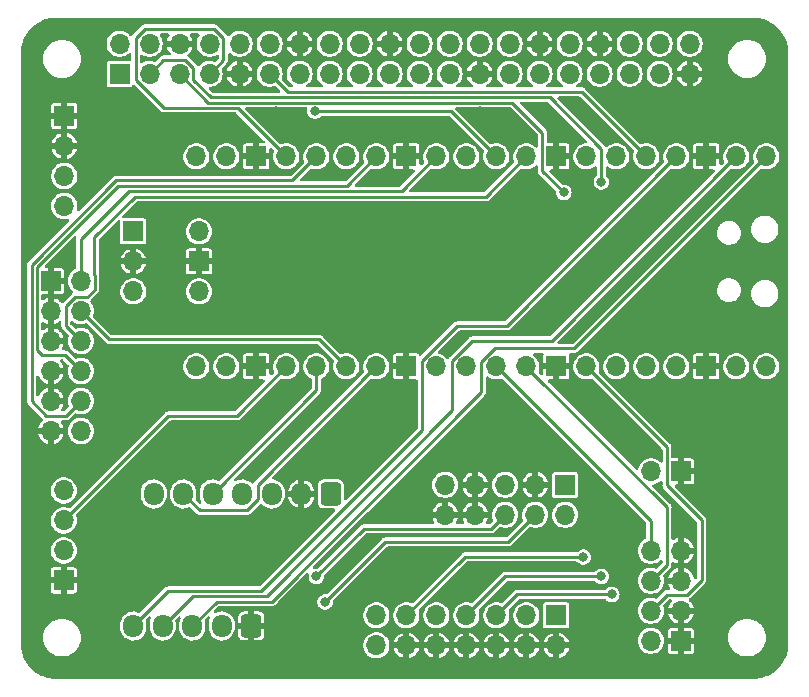
<source format=gbl>
G04 #@! TF.GenerationSoftware,KiCad,Pcbnew,7.0.0-da2b9df05c~163~ubuntu22.04.1*
G04 #@! TF.CreationDate,2023-03-12T18:50:27+00:00*
G04 #@! TF.ProjectId,mt32pipico,6d743332-7069-4706-9963-6f2e6b696361,rev?*
G04 #@! TF.SameCoordinates,Original*
G04 #@! TF.FileFunction,Copper,L2,Bot*
G04 #@! TF.FilePolarity,Positive*
%FSLAX46Y46*%
G04 Gerber Fmt 4.6, Leading zero omitted, Abs format (unit mm)*
G04 Created by KiCad (PCBNEW 7.0.0-da2b9df05c~163~ubuntu22.04.1) date 2023-03-12 18:50:27*
%MOMM*%
%LPD*%
G01*
G04 APERTURE LIST*
G04 Aperture macros list*
%AMRoundRect*
0 Rectangle with rounded corners*
0 $1 Rounding radius*
0 $2 $3 $4 $5 $6 $7 $8 $9 X,Y pos of 4 corners*
0 Add a 4 corners polygon primitive as box body*
4,1,4,$2,$3,$4,$5,$6,$7,$8,$9,$2,$3,0*
0 Add four circle primitives for the rounded corners*
1,1,$1+$1,$2,$3*
1,1,$1+$1,$4,$5*
1,1,$1+$1,$6,$7*
1,1,$1+$1,$8,$9*
0 Add four rect primitives between the rounded corners*
20,1,$1+$1,$2,$3,$4,$5,0*
20,1,$1+$1,$4,$5,$6,$7,0*
20,1,$1+$1,$6,$7,$8,$9,0*
20,1,$1+$1,$8,$9,$2,$3,0*%
G04 Aperture macros list end*
G04 #@! TA.AperFunction,ComponentPad*
%ADD10R,1.700000X1.700000*%
G04 #@! TD*
G04 #@! TA.AperFunction,ComponentPad*
%ADD11O,1.700000X1.700000*%
G04 #@! TD*
G04 #@! TA.AperFunction,ComponentPad*
%ADD12RoundRect,0.250000X0.600000X0.725000X-0.600000X0.725000X-0.600000X-0.725000X0.600000X-0.725000X0*%
G04 #@! TD*
G04 #@! TA.AperFunction,ComponentPad*
%ADD13O,1.700000X1.950000*%
G04 #@! TD*
G04 #@! TA.AperFunction,ViaPad*
%ADD14C,0.800000*%
G04 #@! TD*
G04 #@! TA.AperFunction,Conductor*
%ADD15C,0.250000*%
G04 #@! TD*
G04 APERTURE END LIST*
D10*
X188467999Y-66420999D03*
D11*
X188467999Y-68960999D03*
X188467999Y-71500999D03*
X188467999Y-74040999D03*
D10*
X230880999Y-97657999D03*
D11*
X230880999Y-100197999D03*
X228340999Y-97657999D03*
X228340999Y-100197999D03*
X225800999Y-97657999D03*
X225800999Y-100197999D03*
X223260999Y-97657999D03*
X223260999Y-100197999D03*
X220720999Y-97657999D03*
X220720999Y-100197999D03*
D10*
X240669999Y-110860999D03*
D11*
X238129999Y-110860999D03*
X240669999Y-108320999D03*
X238129999Y-108320999D03*
X240669999Y-105780999D03*
X238129999Y-105780999D03*
X240669999Y-103240999D03*
X238129999Y-103240999D03*
D10*
X230128999Y-108706999D03*
D11*
X230128999Y-111246999D03*
X227588999Y-108706999D03*
X227588999Y-111246999D03*
X225048999Y-108706999D03*
X225048999Y-111246999D03*
X222508999Y-108706999D03*
X222508999Y-111246999D03*
X219968999Y-108706999D03*
X219968999Y-111246999D03*
X217428999Y-108706999D03*
X217428999Y-111246999D03*
X214888999Y-108706999D03*
X214888999Y-111246999D03*
D10*
X194309999Y-76199999D03*
D11*
X194309999Y-78739999D03*
X194309999Y-81279999D03*
D12*
X204303000Y-109601000D03*
D13*
X201802999Y-109600999D03*
X199302999Y-109600999D03*
X196802999Y-109600999D03*
X194302999Y-109600999D03*
D11*
X247903999Y-69849999D03*
X245363999Y-69849999D03*
D10*
X242823999Y-69849999D03*
D11*
X240283999Y-69849999D03*
X237743999Y-69849999D03*
X235203999Y-69849999D03*
X232663999Y-69849999D03*
D10*
X230123999Y-69849999D03*
D11*
X227583999Y-69849999D03*
X225043999Y-69849999D03*
X222503999Y-69849999D03*
X219963999Y-69849999D03*
D10*
X217423999Y-69849999D03*
D11*
X214883999Y-69849999D03*
X212343999Y-69849999D03*
X209803999Y-69849999D03*
X207263999Y-69849999D03*
D10*
X204723999Y-69849999D03*
D11*
X202183999Y-69849999D03*
X199643999Y-69849999D03*
X199643999Y-87629999D03*
X202183999Y-87629999D03*
D10*
X204723999Y-87629999D03*
D11*
X207263999Y-87629999D03*
X209803999Y-87629999D03*
X212343999Y-87629999D03*
X214883999Y-87629999D03*
D10*
X217423999Y-87629999D03*
D11*
X219963999Y-87629999D03*
X222503999Y-87629999D03*
X225043999Y-87629999D03*
X227583999Y-87629999D03*
D10*
X230123999Y-87629999D03*
D11*
X232663999Y-87629999D03*
X235203999Y-87629999D03*
X237743999Y-87629999D03*
X240283999Y-87629999D03*
D10*
X242823999Y-87629999D03*
D11*
X245363999Y-87629999D03*
X247903999Y-87629999D03*
X199873999Y-76199999D03*
D10*
X199873999Y-78739999D03*
D11*
X199873999Y-81279999D03*
D12*
X211034000Y-98425000D03*
D13*
X208533999Y-98424999D03*
X206033999Y-98424999D03*
X203533999Y-98424999D03*
X201033999Y-98424999D03*
X198533999Y-98424999D03*
X196033999Y-98424999D03*
D10*
X193149999Y-62854999D03*
D11*
X193149999Y-60314999D03*
X195689999Y-62854999D03*
X195689999Y-60314999D03*
X198229999Y-62854999D03*
X198229999Y-60314999D03*
X200769999Y-62854999D03*
X200769999Y-60314999D03*
X203309999Y-62854999D03*
X203309999Y-60314999D03*
X205849999Y-62854999D03*
X205849999Y-60314999D03*
X208389999Y-62854999D03*
X208389999Y-60314999D03*
X210929999Y-62854999D03*
X210929999Y-60314999D03*
X213469999Y-62854999D03*
X213469999Y-60314999D03*
X216009999Y-62854999D03*
X216009999Y-60314999D03*
X218549999Y-62854999D03*
X218549999Y-60314999D03*
X221089999Y-62854999D03*
X221089999Y-60314999D03*
X223629999Y-62854999D03*
X223629999Y-60314999D03*
X226169999Y-62854999D03*
X226169999Y-60314999D03*
X228709999Y-62854999D03*
X228709999Y-60314999D03*
X231249999Y-62854999D03*
X231249999Y-60314999D03*
X233789999Y-62854999D03*
X233789999Y-60314999D03*
X236329999Y-62854999D03*
X236329999Y-60314999D03*
X238869999Y-62854999D03*
X238869999Y-60314999D03*
X241409999Y-62854999D03*
X241409999Y-60314999D03*
D10*
X188417999Y-105749999D03*
D11*
X188417999Y-103209999D03*
X188417999Y-100669999D03*
X188417999Y-98129999D03*
D10*
X240669999Y-96519999D03*
D11*
X238129999Y-96519999D03*
D10*
X187324999Y-80390999D03*
D11*
X189864999Y-80390999D03*
X187324999Y-82930999D03*
X189864999Y-82930999D03*
X187324999Y-85470999D03*
X189864999Y-85470999D03*
X187324999Y-88010999D03*
X189864999Y-88010999D03*
X187324999Y-90550999D03*
X189864999Y-90550999D03*
X187324999Y-93090999D03*
X189864999Y-93090999D03*
D14*
X225933000Y-72771000D03*
X197485000Y-69850000D03*
X206375000Y-66012502D03*
X222377000Y-93218000D03*
X219837000Y-80899000D03*
X234658500Y-78359000D03*
X207137000Y-83947000D03*
X222377000Y-80899000D03*
X214630000Y-93599000D03*
X212217000Y-93472000D03*
X220853000Y-72009000D03*
X207264000Y-80645000D03*
X223647000Y-66012502D03*
X210543984Y-107569000D03*
X209804000Y-105410000D03*
X233934000Y-105410000D03*
X234823000Y-106934000D03*
X233934000Y-72009000D03*
X230759000Y-72898000D03*
X209677000Y-66012502D03*
X232410000Y-103759000D03*
D15*
X215623984Y-102489000D02*
X210543984Y-107569000D01*
X228341000Y-100198000D02*
X226050000Y-102489000D01*
X226050000Y-102489000D02*
X215623984Y-102489000D01*
X209804000Y-105410000D02*
X213841000Y-101373000D01*
X213841000Y-101373000D02*
X224626000Y-101373000D01*
X224626000Y-101373000D02*
X225801000Y-100198000D01*
X222509000Y-108707000D02*
X225806000Y-105410000D01*
X225806000Y-105410000D02*
X233934000Y-105410000D01*
X226822000Y-106934000D02*
X234823000Y-106934000D01*
X225049000Y-108707000D02*
X226822000Y-106934000D01*
X207264000Y-87630000D02*
X203073000Y-91821000D01*
X203073000Y-91821000D02*
X197267000Y-91821000D01*
X197267000Y-91821000D02*
X188418000Y-100670000D01*
X209804000Y-89655000D02*
X201034000Y-98425000D01*
X209804000Y-87630000D02*
X209804000Y-89655000D01*
X203923701Y-99822000D02*
X199931000Y-99822000D01*
X204859000Y-98886701D02*
X203923701Y-99822000D01*
X199931000Y-99822000D02*
X198534000Y-98425000D01*
X214884000Y-87630000D02*
X204859000Y-97655000D01*
X204859000Y-97655000D02*
X204859000Y-98886701D01*
X201372000Y-107532000D02*
X206031000Y-107532000D01*
X223774000Y-87238299D02*
X224906299Y-86106000D01*
X199303000Y-109601000D02*
X201372000Y-107532000D01*
X206031000Y-107532000D02*
X223774000Y-89789000D01*
X231648000Y-86106000D02*
X247904000Y-69850000D01*
X224906299Y-86106000D02*
X231648000Y-86106000D01*
X223774000Y-89789000D02*
X223774000Y-87238299D01*
X221329000Y-91345000D02*
X221329000Y-87143299D01*
X223001299Y-85471000D02*
X229743000Y-85471000D01*
X229743000Y-85471000D02*
X245364000Y-69850000D01*
X199322000Y-107082000D02*
X205592000Y-107082000D01*
X221329000Y-87143299D02*
X223001299Y-85471000D01*
X196803000Y-109601000D02*
X199322000Y-107082000D01*
X205592000Y-107082000D02*
X221329000Y-91345000D01*
X218789000Y-87143299D02*
X221731299Y-84201000D01*
X225933000Y-84201000D02*
X240284000Y-69850000D01*
X194303000Y-109601000D02*
X197271501Y-106632499D01*
X218789000Y-92996000D02*
X218789000Y-87143299D01*
X205152501Y-106632499D02*
X218789000Y-92996000D01*
X197271501Y-106632499D02*
X205152501Y-106632499D01*
X221731299Y-84201000D02*
X225933000Y-84201000D01*
X242443000Y-105669701D02*
X242443000Y-100643000D01*
X239495000Y-106956000D02*
X241156701Y-106956000D01*
X238130000Y-108321000D02*
X239495000Y-106956000D01*
X242443000Y-100643000D02*
X239495000Y-97695000D01*
X241156701Y-106956000D02*
X242443000Y-105669701D01*
X239495000Y-94461000D02*
X232664000Y-87630000D01*
X239495000Y-97695000D02*
X239495000Y-94461000D01*
X239495000Y-104416000D02*
X239495000Y-99546701D01*
X238130000Y-105781000D02*
X239495000Y-104416000D01*
X227584000Y-87635701D02*
X227584000Y-87630000D01*
X239495000Y-99546701D02*
X227584000Y-87635701D01*
X238130000Y-100716000D02*
X225044000Y-87630000D01*
X238130000Y-103241000D02*
X238130000Y-100716000D01*
X189865000Y-80391000D02*
X189865000Y-76835000D01*
X193918998Y-72781002D02*
X217032998Y-72781002D01*
X217032998Y-72781002D02*
X219964000Y-69850000D01*
X189865000Y-76835000D02*
X193918998Y-72781002D01*
X212344000Y-87630000D02*
X210058000Y-85344000D01*
X192278000Y-85344000D02*
X189865000Y-82931000D01*
X192659000Y-85344000D02*
X192278000Y-85344000D01*
X210058000Y-85344000D02*
X192659000Y-85344000D01*
X188595000Y-84201000D02*
X189865000Y-85471000D01*
X191040000Y-79904299D02*
X191040000Y-81121000D01*
X189378299Y-81756000D02*
X188595000Y-82539299D01*
X224155000Y-73279000D02*
X194437000Y-73279000D01*
X191040000Y-81121000D02*
X190405000Y-81756000D01*
X194437000Y-73279000D02*
X191008000Y-76708000D01*
X190405000Y-81756000D02*
X189378299Y-81756000D01*
X188595000Y-82539299D02*
X188595000Y-84201000D01*
X191008000Y-79872299D02*
X191040000Y-79904299D01*
X191008000Y-76708000D02*
X191008000Y-79872299D01*
X227584000Y-69850000D02*
X224155000Y-73279000D01*
X186595000Y-86646000D02*
X186150000Y-86201000D01*
X186150000Y-86201000D02*
X186150000Y-79216000D01*
X189865000Y-88011000D02*
X188500000Y-86646000D01*
X188500000Y-86646000D02*
X186595000Y-86646000D01*
X212402499Y-72331501D02*
X214884000Y-69850000D01*
X186150000Y-79216000D02*
X193034499Y-72331501D01*
X193034499Y-72331501D02*
X212402499Y-72331501D01*
X185700499Y-90588200D02*
X186933299Y-91821000D01*
X209804000Y-69850000D02*
X207772000Y-71882000D01*
X185700499Y-79029811D02*
X185700499Y-90588200D01*
X188595000Y-91821000D02*
X189865000Y-90551000D01*
X192848310Y-71882000D02*
X185700499Y-79029811D01*
X207772000Y-71882000D02*
X192848310Y-71882000D01*
X186933299Y-91821000D02*
X188595000Y-91821000D01*
X199405000Y-63388000D02*
X200855501Y-64838501D01*
X195690000Y-62855000D02*
X196865000Y-61680000D01*
X196865000Y-61680000D02*
X198716701Y-61680000D01*
X229557501Y-64838501D02*
X233934000Y-69215000D01*
X233934000Y-69215000D02*
X233934000Y-72009000D01*
X199405000Y-62368299D02*
X199405000Y-63388000D01*
X200855501Y-64838501D02*
X229557501Y-64838501D01*
X198716701Y-61680000D02*
X199405000Y-62368299D01*
X230759000Y-72898000D02*
X228949000Y-71088000D01*
X228949000Y-67842325D02*
X226394677Y-65288002D01*
X228949000Y-71088000D02*
X228949000Y-67842325D01*
X226394677Y-65288002D02*
X200663002Y-65288002D01*
X200663002Y-65288002D02*
X198230000Y-62855000D01*
X232283000Y-64389000D02*
X207384000Y-64389000D01*
X207384000Y-64389000D02*
X205850000Y-62855000D01*
X237744000Y-69850000D02*
X232283000Y-64389000D01*
X225044000Y-69850000D02*
X221206502Y-66012502D01*
X221206502Y-66012502D02*
X209677000Y-66012502D01*
X195288299Y-59055000D02*
X194515000Y-59828299D01*
X203151503Y-65737503D02*
X207264000Y-69850000D01*
X201171701Y-59055000D02*
X195288299Y-59055000D01*
X200770000Y-62855000D02*
X201945000Y-61680000D01*
X201945000Y-59828299D02*
X201171701Y-59055000D01*
X196910802Y-65737503D02*
X203151503Y-65737503D01*
X194515000Y-63341701D02*
X196910802Y-65737503D01*
X194515000Y-59828299D02*
X194515000Y-63341701D01*
X201945000Y-61680000D02*
X201945000Y-59828299D01*
X222377000Y-103759000D02*
X232410000Y-103759000D01*
X217429000Y-108707000D02*
X222377000Y-103759000D01*
G04 #@! TA.AperFunction,Conductor*
G36*
X197324782Y-59453373D02*
G01*
X197371243Y-59504337D01*
X197383914Y-59572126D01*
X197359002Y-59636432D01*
X197290850Y-59726678D01*
X197284742Y-59736543D01*
X197198734Y-59909270D01*
X197194546Y-59920081D01*
X197158451Y-60046938D01*
X197157922Y-60058379D01*
X197169067Y-60061000D01*
X199290933Y-60061000D01*
X199302077Y-60058379D01*
X199301548Y-60046938D01*
X199265453Y-59920081D01*
X199261265Y-59909270D01*
X199175257Y-59736543D01*
X199169149Y-59726678D01*
X199100998Y-59636432D01*
X199076086Y-59572126D01*
X199088757Y-59504337D01*
X199135218Y-59453373D01*
X199201548Y-59434500D01*
X199797825Y-59434500D01*
X199864155Y-59453373D01*
X199910615Y-59504337D01*
X199923288Y-59572125D01*
X199898375Y-59636432D01*
X199830422Y-59726416D01*
X199830418Y-59726421D01*
X199826912Y-59731065D01*
X199824317Y-59736274D01*
X199824314Y-59736281D01*
X199738271Y-59909079D01*
X199735672Y-59914299D01*
X199734078Y-59919899D01*
X199734076Y-59919906D01*
X199693932Y-60061000D01*
X199679655Y-60111179D01*
X199679118Y-60116972D01*
X199679116Y-60116984D01*
X199663440Y-60286164D01*
X199660768Y-60315000D01*
X199661306Y-60320806D01*
X199679116Y-60513015D01*
X199679117Y-60513025D01*
X199679655Y-60518821D01*
X199681249Y-60524426D01*
X199681250Y-60524427D01*
X199734026Y-60709918D01*
X199735672Y-60715701D01*
X199738271Y-60720920D01*
X199807880Y-60860715D01*
X199826912Y-60898935D01*
X199830421Y-60903582D01*
X199830422Y-60903583D01*
X199946755Y-61057634D01*
X199946759Y-61057638D01*
X199950268Y-61062285D01*
X199954570Y-61066207D01*
X199954573Y-61066210D01*
X200025823Y-61131163D01*
X200101538Y-61200186D01*
X200275573Y-61307944D01*
X200429119Y-61367428D01*
X200460594Y-61379622D01*
X200466444Y-61381888D01*
X200667653Y-61419500D01*
X200866519Y-61419500D01*
X200872347Y-61419500D01*
X201073556Y-61381888D01*
X201264427Y-61307944D01*
X201373171Y-61240612D01*
X201436590Y-61221774D01*
X201500812Y-61237664D01*
X201548131Y-61283902D01*
X201565500Y-61347740D01*
X201565500Y-61470615D01*
X201555909Y-61518833D01*
X201528595Y-61559711D01*
X201294964Y-61793341D01*
X201254982Y-61820279D01*
X201207810Y-61830230D01*
X201160353Y-61821737D01*
X201078983Y-61790214D01*
X201078979Y-61790212D01*
X201073556Y-61788112D01*
X201067837Y-61787043D01*
X201067834Y-61787042D01*
X200878073Y-61751570D01*
X200878069Y-61751569D01*
X200872347Y-61750500D01*
X200667653Y-61750500D01*
X200661931Y-61751569D01*
X200661926Y-61751570D01*
X200472168Y-61787041D01*
X200472157Y-61787043D01*
X200466444Y-61788112D01*
X200461021Y-61790212D01*
X200461010Y-61790216D01*
X200281011Y-61859949D01*
X200281008Y-61859950D01*
X200275573Y-61862056D01*
X200270617Y-61865124D01*
X200270612Y-61865127D01*
X200106491Y-61966746D01*
X200106481Y-61966752D01*
X200101538Y-61969814D01*
X200097239Y-61973732D01*
X200097235Y-61973736D01*
X199954573Y-62103789D01*
X199954565Y-62103797D01*
X199950268Y-62107715D01*
X199946761Y-62112357D01*
X199946759Y-62112361D01*
X199919934Y-62147884D01*
X199875958Y-62184536D01*
X199820305Y-62197948D01*
X199764461Y-62185351D01*
X199720660Y-62149915D01*
X199718126Y-62144731D01*
X199712441Y-62139046D01*
X199708619Y-62131983D01*
X199669714Y-62096168D01*
X199665957Y-62092562D01*
X199022119Y-61448724D01*
X199005733Y-61428548D01*
X198999769Y-61419418D01*
X198991526Y-61413002D01*
X198991525Y-61413001D01*
X198974555Y-61399792D01*
X198970609Y-61396307D01*
X198970472Y-61396470D01*
X198966503Y-61393108D01*
X198962814Y-61389419D01*
X198958571Y-61386389D01*
X198958567Y-61386386D01*
X198945735Y-61377224D01*
X198941563Y-61374113D01*
X198932974Y-61367428D01*
X198898265Y-61325527D01*
X198884459Y-61272897D01*
X198894132Y-61219354D01*
X198925478Y-61174881D01*
X199045055Y-61065872D01*
X199052873Y-61057296D01*
X199169149Y-60903321D01*
X199175257Y-60893456D01*
X199261265Y-60720729D01*
X199265453Y-60709918D01*
X199301548Y-60583061D01*
X199302077Y-60571620D01*
X199290933Y-60569000D01*
X197169067Y-60569000D01*
X197157922Y-60571620D01*
X197158451Y-60583061D01*
X197194546Y-60709918D01*
X197198734Y-60720729D01*
X197284742Y-60893456D01*
X197290850Y-60903321D01*
X197407126Y-61057296D01*
X197414945Y-61065873D01*
X197431962Y-61081386D01*
X197465388Y-61131163D01*
X197472022Y-61190755D01*
X197450362Y-61246665D01*
X197405312Y-61286234D01*
X197347075Y-61300500D01*
X196917426Y-61300500D01*
X196891569Y-61297818D01*
X196891263Y-61297754D01*
X196891116Y-61297723D01*
X196891115Y-61297722D01*
X196880900Y-61295581D01*
X196870542Y-61296872D01*
X196870539Y-61296872D01*
X196849204Y-61299532D01*
X196843943Y-61299858D01*
X196843961Y-61300070D01*
X196838768Y-61300500D01*
X196833557Y-61300500D01*
X196828422Y-61301356D01*
X196828418Y-61301357D01*
X196812843Y-61303956D01*
X196807698Y-61304705D01*
X196765572Y-61309957D01*
X196765571Y-61309957D01*
X196755217Y-61311248D01*
X196747996Y-61314777D01*
X196740073Y-61316100D01*
X196730900Y-61321063D01*
X196730891Y-61321067D01*
X196693567Y-61341265D01*
X196688943Y-61343646D01*
X196650806Y-61362291D01*
X196641432Y-61366874D01*
X196635747Y-61372558D01*
X196628684Y-61376381D01*
X196621619Y-61384055D01*
X196621613Y-61384060D01*
X196592868Y-61415285D01*
X196589264Y-61419040D01*
X196214964Y-61793340D01*
X196174982Y-61820279D01*
X196127810Y-61830230D01*
X196080353Y-61821737D01*
X195998983Y-61790214D01*
X195998979Y-61790212D01*
X195993556Y-61788112D01*
X195987837Y-61787043D01*
X195987834Y-61787042D01*
X195798073Y-61751570D01*
X195798069Y-61751569D01*
X195792347Y-61750500D01*
X195587653Y-61750500D01*
X195581931Y-61751569D01*
X195581926Y-61751570D01*
X195392168Y-61787041D01*
X195392157Y-61787043D01*
X195386444Y-61788112D01*
X195381021Y-61790212D01*
X195381010Y-61790216D01*
X195201011Y-61859949D01*
X195201008Y-61859950D01*
X195195573Y-61862056D01*
X195190622Y-61865121D01*
X195190617Y-61865124D01*
X195156744Y-61886098D01*
X195086828Y-61929387D01*
X195023410Y-61948226D01*
X194959188Y-61932336D01*
X194911869Y-61886098D01*
X194894500Y-61822260D01*
X194894500Y-61347740D01*
X194911869Y-61283902D01*
X194959188Y-61237664D01*
X195023410Y-61221774D01*
X195086828Y-61240612D01*
X195195573Y-61307944D01*
X195349119Y-61367428D01*
X195380594Y-61379622D01*
X195386444Y-61381888D01*
X195587653Y-61419500D01*
X195786519Y-61419500D01*
X195792347Y-61419500D01*
X195993556Y-61381888D01*
X196184427Y-61307944D01*
X196358462Y-61200186D01*
X196509732Y-61062285D01*
X196633088Y-60898935D01*
X196724328Y-60715701D01*
X196780345Y-60518821D01*
X196799232Y-60315000D01*
X196784602Y-60157120D01*
X196780883Y-60116984D01*
X196780882Y-60116983D01*
X196780345Y-60111179D01*
X196724328Y-59914299D01*
X196633088Y-59731065D01*
X196573971Y-59652781D01*
X196561625Y-59636432D01*
X196536712Y-59572125D01*
X196549385Y-59504337D01*
X196595845Y-59453373D01*
X196662175Y-59434500D01*
X197258452Y-59434500D01*
X197324782Y-59453373D01*
G37*
G04 #@! TD.AperFunction*
G04 #@! TA.AperFunction,Conductor*
G36*
X246783300Y-58085673D02*
G01*
X246788899Y-58085966D01*
X246913602Y-58092501D01*
X247093787Y-58102621D01*
X247106423Y-58103973D01*
X247255045Y-58127512D01*
X247256202Y-58127702D01*
X247415232Y-58154722D01*
X247426705Y-58157228D01*
X247575708Y-58197154D01*
X247577688Y-58197704D01*
X247729107Y-58241327D01*
X247739326Y-58244754D01*
X247884673Y-58300548D01*
X247887627Y-58301725D01*
X248031699Y-58361402D01*
X248040656Y-58365532D01*
X248081429Y-58386307D01*
X248180050Y-58436558D01*
X248183773Y-58438534D01*
X248319506Y-58513550D01*
X248327130Y-58518126D01*
X248399487Y-58565115D01*
X248458701Y-58603569D01*
X248462983Y-58606476D01*
X248561272Y-58676217D01*
X248589090Y-58695955D01*
X248595472Y-58700795D01*
X248717531Y-58799637D01*
X248722195Y-58803606D01*
X248837385Y-58906545D01*
X248842521Y-58911401D01*
X248953597Y-59022477D01*
X248958453Y-59027613D01*
X249061392Y-59142803D01*
X249065361Y-59147467D01*
X249164203Y-59269526D01*
X249169043Y-59275908D01*
X249258517Y-59402009D01*
X249261429Y-59406297D01*
X249346863Y-59537853D01*
X249351458Y-59545510D01*
X249401612Y-59636257D01*
X249426453Y-59681204D01*
X249428440Y-59684948D01*
X249499462Y-59824333D01*
X249503605Y-59833319D01*
X249563251Y-59977318D01*
X249564473Y-59980382D01*
X249620237Y-60125653D01*
X249623682Y-60135926D01*
X249667244Y-60287132D01*
X249667875Y-60289402D01*
X249707766Y-60438278D01*
X249710279Y-60449783D01*
X249737277Y-60608683D01*
X249737506Y-60610079D01*
X249761024Y-60758571D01*
X249762377Y-60771215D01*
X249772509Y-60951616D01*
X249772534Y-60952087D01*
X249779327Y-61081699D01*
X249779500Y-61088294D01*
X249779500Y-111081706D01*
X249779327Y-111088301D01*
X249772534Y-111217912D01*
X249772509Y-111218383D01*
X249762377Y-111398783D01*
X249761024Y-111411427D01*
X249737506Y-111559919D01*
X249737277Y-111561315D01*
X249710279Y-111720215D01*
X249707766Y-111731720D01*
X249667875Y-111880596D01*
X249667244Y-111882866D01*
X249623682Y-112034072D01*
X249620237Y-112044345D01*
X249564473Y-112189616D01*
X249563251Y-112192680D01*
X249503605Y-112336679D01*
X249499462Y-112345665D01*
X249428440Y-112485050D01*
X249426453Y-112488794D01*
X249351470Y-112624468D01*
X249346863Y-112632145D01*
X249261429Y-112763701D01*
X249258517Y-112767989D01*
X249169043Y-112894090D01*
X249164203Y-112900472D01*
X249065361Y-113022531D01*
X249061392Y-113027195D01*
X248958453Y-113142385D01*
X248953597Y-113147521D01*
X248842521Y-113258597D01*
X248837385Y-113263453D01*
X248722195Y-113366392D01*
X248717531Y-113370361D01*
X248595472Y-113469203D01*
X248589090Y-113474043D01*
X248462989Y-113563517D01*
X248458701Y-113566429D01*
X248327145Y-113651863D01*
X248319468Y-113656470D01*
X248183794Y-113731453D01*
X248180050Y-113733440D01*
X248040665Y-113804462D01*
X248031679Y-113808605D01*
X247887680Y-113868251D01*
X247884616Y-113869473D01*
X247739345Y-113925237D01*
X247729072Y-113928682D01*
X247577866Y-113972244D01*
X247575596Y-113972875D01*
X247426720Y-114012766D01*
X247415215Y-114015279D01*
X247256315Y-114042277D01*
X247254919Y-114042506D01*
X247106427Y-114066024D01*
X247093782Y-114067377D01*
X246913479Y-114077503D01*
X246913010Y-114077528D01*
X246789714Y-114083990D01*
X246783299Y-114084327D01*
X246776706Y-114084500D01*
X187783294Y-114084500D01*
X187776699Y-114084327D01*
X187646989Y-114077528D01*
X187646519Y-114077503D01*
X187466216Y-114067377D01*
X187453571Y-114066024D01*
X187305079Y-114042506D01*
X187303683Y-114042277D01*
X187144783Y-114015279D01*
X187133278Y-114012766D01*
X186984402Y-113972875D01*
X186982168Y-113972254D01*
X186830920Y-113928680D01*
X186820653Y-113925237D01*
X186675382Y-113869473D01*
X186672318Y-113868251D01*
X186528319Y-113808605D01*
X186519333Y-113804462D01*
X186379948Y-113733440D01*
X186376204Y-113731453D01*
X186331257Y-113706612D01*
X186240510Y-113656458D01*
X186232853Y-113651863D01*
X186101297Y-113566429D01*
X186097009Y-113563517D01*
X185970908Y-113474043D01*
X185964526Y-113469203D01*
X185842467Y-113370361D01*
X185837803Y-113366392D01*
X185722613Y-113263453D01*
X185717477Y-113258597D01*
X185606401Y-113147521D01*
X185601545Y-113142385D01*
X185498606Y-113027195D01*
X185494637Y-113022531D01*
X185395795Y-112900472D01*
X185390955Y-112894090D01*
X185301481Y-112767989D01*
X185298569Y-112763701D01*
X185271119Y-112721432D01*
X185213126Y-112632130D01*
X185208550Y-112624506D01*
X185133534Y-112488773D01*
X185131558Y-112485050D01*
X185081307Y-112386429D01*
X185060532Y-112345656D01*
X185056402Y-112336699D01*
X184996725Y-112192627D01*
X184995548Y-112189673D01*
X184939754Y-112044326D01*
X184936327Y-112034107D01*
X184892704Y-111882688D01*
X184892154Y-111880708D01*
X184852228Y-111731705D01*
X184849722Y-111720232D01*
X184822702Y-111561202D01*
X184822512Y-111560045D01*
X184798973Y-111411423D01*
X184797621Y-111398782D01*
X184789608Y-111256093D01*
X184787490Y-111218383D01*
X184780672Y-111088300D01*
X184780500Y-111081707D01*
X184780500Y-110585000D01*
X186674551Y-110585000D01*
X186674939Y-110589930D01*
X186693928Y-110831214D01*
X186693929Y-110831222D01*
X186694317Y-110836148D01*
X186695471Y-110840956D01*
X186695472Y-110840960D01*
X186751971Y-111076298D01*
X186751972Y-111076303D01*
X186753127Y-111081111D01*
X186849534Y-111313859D01*
X186981164Y-111528659D01*
X187144776Y-111720224D01*
X187336341Y-111883836D01*
X187551141Y-112015466D01*
X187783889Y-112111873D01*
X188028852Y-112170683D01*
X188217118Y-112185500D01*
X188340413Y-112185500D01*
X188342882Y-112185500D01*
X188531148Y-112170683D01*
X188776111Y-112111873D01*
X189008859Y-112015466D01*
X189223659Y-111883836D01*
X189415224Y-111720224D01*
X189578836Y-111528659D01*
X189710466Y-111313859D01*
X189738160Y-111247000D01*
X213779768Y-111247000D01*
X213780306Y-111252806D01*
X213798116Y-111445015D01*
X213798117Y-111445025D01*
X213798655Y-111450821D01*
X213800249Y-111456426D01*
X213800250Y-111456427D01*
X213853026Y-111641918D01*
X213854672Y-111647701D01*
X213857271Y-111652920D01*
X213940678Y-111820425D01*
X213945912Y-111830935D01*
X213949421Y-111835582D01*
X213949422Y-111835583D01*
X214065755Y-111989634D01*
X214065759Y-111989638D01*
X214069268Y-111994285D01*
X214073570Y-111998207D01*
X214073573Y-111998210D01*
X214124181Y-112044345D01*
X214220538Y-112132186D01*
X214394573Y-112239944D01*
X214548512Y-112299580D01*
X214562519Y-112305007D01*
X214585444Y-112313888D01*
X214786653Y-112351500D01*
X214985519Y-112351500D01*
X214991347Y-112351500D01*
X215192556Y-112313888D01*
X215383427Y-112239944D01*
X215557462Y-112132186D01*
X215708732Y-111994285D01*
X215832088Y-111830935D01*
X215923328Y-111647701D01*
X215964322Y-111503620D01*
X216356922Y-111503620D01*
X216357451Y-111515061D01*
X216393546Y-111641918D01*
X216397734Y-111652729D01*
X216483742Y-111825456D01*
X216489850Y-111835321D01*
X216606126Y-111989296D01*
X216613944Y-111997872D01*
X216756533Y-112127859D01*
X216765796Y-112134854D01*
X216929846Y-112236428D01*
X216940228Y-112241598D01*
X217120146Y-112311299D01*
X217131307Y-112314475D01*
X217161358Y-112320092D01*
X217172559Y-112319704D01*
X217175000Y-112308763D01*
X217683000Y-112308763D01*
X217685440Y-112319704D01*
X217696641Y-112320092D01*
X217726692Y-112314475D01*
X217737853Y-112311299D01*
X217917771Y-112241598D01*
X217928153Y-112236428D01*
X218092203Y-112134854D01*
X218101466Y-112127859D01*
X218244055Y-111997872D01*
X218251873Y-111989296D01*
X218368149Y-111835321D01*
X218374257Y-111825456D01*
X218460265Y-111652729D01*
X218464453Y-111641918D01*
X218500548Y-111515061D01*
X218501077Y-111503620D01*
X218896922Y-111503620D01*
X218897451Y-111515061D01*
X218933546Y-111641918D01*
X218937734Y-111652729D01*
X219023742Y-111825456D01*
X219029850Y-111835321D01*
X219146126Y-111989296D01*
X219153944Y-111997872D01*
X219296533Y-112127859D01*
X219305796Y-112134854D01*
X219469846Y-112236428D01*
X219480228Y-112241598D01*
X219660146Y-112311299D01*
X219671307Y-112314475D01*
X219701358Y-112320092D01*
X219712559Y-112319704D01*
X219715000Y-112308763D01*
X220223000Y-112308763D01*
X220225440Y-112319704D01*
X220236641Y-112320092D01*
X220266692Y-112314475D01*
X220277853Y-112311299D01*
X220457771Y-112241598D01*
X220468153Y-112236428D01*
X220632203Y-112134854D01*
X220641466Y-112127859D01*
X220784055Y-111997872D01*
X220791873Y-111989296D01*
X220908149Y-111835321D01*
X220914257Y-111825456D01*
X221000265Y-111652729D01*
X221004453Y-111641918D01*
X221040548Y-111515061D01*
X221041077Y-111503620D01*
X221436922Y-111503620D01*
X221437451Y-111515061D01*
X221473546Y-111641918D01*
X221477734Y-111652729D01*
X221563742Y-111825456D01*
X221569850Y-111835321D01*
X221686126Y-111989296D01*
X221693944Y-111997872D01*
X221836533Y-112127859D01*
X221845796Y-112134854D01*
X222009846Y-112236428D01*
X222020228Y-112241598D01*
X222200146Y-112311299D01*
X222211307Y-112314475D01*
X222241358Y-112320092D01*
X222252559Y-112319704D01*
X222255000Y-112308763D01*
X222763000Y-112308763D01*
X222765440Y-112319704D01*
X222776641Y-112320092D01*
X222806692Y-112314475D01*
X222817853Y-112311299D01*
X222997771Y-112241598D01*
X223008153Y-112236428D01*
X223172203Y-112134854D01*
X223181466Y-112127859D01*
X223324055Y-111997872D01*
X223331873Y-111989296D01*
X223448149Y-111835321D01*
X223454257Y-111825456D01*
X223540265Y-111652729D01*
X223544453Y-111641918D01*
X223580548Y-111515061D01*
X223581077Y-111503620D01*
X223976922Y-111503620D01*
X223977451Y-111515061D01*
X224013546Y-111641918D01*
X224017734Y-111652729D01*
X224103742Y-111825456D01*
X224109850Y-111835321D01*
X224226126Y-111989296D01*
X224233944Y-111997872D01*
X224376533Y-112127859D01*
X224385796Y-112134854D01*
X224549846Y-112236428D01*
X224560228Y-112241598D01*
X224740146Y-112311299D01*
X224751307Y-112314475D01*
X224781358Y-112320092D01*
X224792559Y-112319704D01*
X224795000Y-112308763D01*
X225303000Y-112308763D01*
X225305440Y-112319704D01*
X225316641Y-112320092D01*
X225346692Y-112314475D01*
X225357853Y-112311299D01*
X225537771Y-112241598D01*
X225548153Y-112236428D01*
X225712203Y-112134854D01*
X225721466Y-112127859D01*
X225864055Y-111997872D01*
X225871873Y-111989296D01*
X225988149Y-111835321D01*
X225994257Y-111825456D01*
X226080265Y-111652729D01*
X226084453Y-111641918D01*
X226120548Y-111515061D01*
X226121077Y-111503620D01*
X226516922Y-111503620D01*
X226517451Y-111515061D01*
X226553546Y-111641918D01*
X226557734Y-111652729D01*
X226643742Y-111825456D01*
X226649850Y-111835321D01*
X226766126Y-111989296D01*
X226773944Y-111997872D01*
X226916533Y-112127859D01*
X226925796Y-112134854D01*
X227089846Y-112236428D01*
X227100228Y-112241598D01*
X227280146Y-112311299D01*
X227291307Y-112314475D01*
X227321358Y-112320092D01*
X227332559Y-112319704D01*
X227335000Y-112308763D01*
X227843000Y-112308763D01*
X227845440Y-112319704D01*
X227856641Y-112320092D01*
X227886692Y-112314475D01*
X227897853Y-112311299D01*
X228077771Y-112241598D01*
X228088153Y-112236428D01*
X228252203Y-112134854D01*
X228261466Y-112127859D01*
X228404055Y-111997872D01*
X228411873Y-111989296D01*
X228528149Y-111835321D01*
X228534257Y-111825456D01*
X228620265Y-111652729D01*
X228624453Y-111641918D01*
X228660548Y-111515061D01*
X228661077Y-111503620D01*
X229056922Y-111503620D01*
X229057451Y-111515061D01*
X229093546Y-111641918D01*
X229097734Y-111652729D01*
X229183742Y-111825456D01*
X229189850Y-111835321D01*
X229306126Y-111989296D01*
X229313944Y-111997872D01*
X229456533Y-112127859D01*
X229465796Y-112134854D01*
X229629846Y-112236428D01*
X229640228Y-112241598D01*
X229820146Y-112311299D01*
X229831307Y-112314475D01*
X229861358Y-112320092D01*
X229872559Y-112319704D01*
X229875000Y-112308763D01*
X230383000Y-112308763D01*
X230385440Y-112319704D01*
X230396641Y-112320092D01*
X230426692Y-112314475D01*
X230437853Y-112311299D01*
X230617771Y-112241598D01*
X230628153Y-112236428D01*
X230792203Y-112134854D01*
X230801466Y-112127859D01*
X230944055Y-111997872D01*
X230951873Y-111989296D01*
X231068149Y-111835321D01*
X231074257Y-111825456D01*
X231160265Y-111652729D01*
X231164453Y-111641918D01*
X231200548Y-111515061D01*
X231201077Y-111503620D01*
X231189933Y-111501000D01*
X230399590Y-111501000D01*
X230386506Y-111504506D01*
X230383000Y-111517590D01*
X230383000Y-112308763D01*
X229875000Y-112308763D01*
X229875000Y-111517590D01*
X229871493Y-111504506D01*
X229858410Y-111501000D01*
X229068067Y-111501000D01*
X229056922Y-111503620D01*
X228661077Y-111503620D01*
X228649933Y-111501000D01*
X227859590Y-111501000D01*
X227846506Y-111504506D01*
X227843000Y-111517590D01*
X227843000Y-112308763D01*
X227335000Y-112308763D01*
X227335000Y-111517590D01*
X227331493Y-111504506D01*
X227318410Y-111501000D01*
X226528067Y-111501000D01*
X226516922Y-111503620D01*
X226121077Y-111503620D01*
X226109933Y-111501000D01*
X225319590Y-111501000D01*
X225306506Y-111504506D01*
X225303000Y-111517590D01*
X225303000Y-112308763D01*
X224795000Y-112308763D01*
X224795000Y-111517590D01*
X224791493Y-111504506D01*
X224778410Y-111501000D01*
X223988067Y-111501000D01*
X223976922Y-111503620D01*
X223581077Y-111503620D01*
X223569933Y-111501000D01*
X222779590Y-111501000D01*
X222766506Y-111504506D01*
X222763000Y-111517590D01*
X222763000Y-112308763D01*
X222255000Y-112308763D01*
X222255000Y-111517590D01*
X222251493Y-111504506D01*
X222238410Y-111501000D01*
X221448067Y-111501000D01*
X221436922Y-111503620D01*
X221041077Y-111503620D01*
X221029933Y-111501000D01*
X220239590Y-111501000D01*
X220226506Y-111504506D01*
X220223000Y-111517590D01*
X220223000Y-112308763D01*
X219715000Y-112308763D01*
X219715000Y-111517590D01*
X219711493Y-111504506D01*
X219698410Y-111501000D01*
X218908067Y-111501000D01*
X218896922Y-111503620D01*
X218501077Y-111503620D01*
X218489933Y-111501000D01*
X217699590Y-111501000D01*
X217686506Y-111504506D01*
X217683000Y-111517590D01*
X217683000Y-112308763D01*
X217175000Y-112308763D01*
X217175000Y-111517590D01*
X217171493Y-111504506D01*
X217158410Y-111501000D01*
X216368067Y-111501000D01*
X216356922Y-111503620D01*
X215964322Y-111503620D01*
X215979345Y-111450821D01*
X215998232Y-111247000D01*
X215981870Y-111070427D01*
X215979883Y-111048984D01*
X215979882Y-111048983D01*
X215979345Y-111043179D01*
X215964322Y-110990379D01*
X216356922Y-110990379D01*
X216368067Y-110993000D01*
X217158410Y-110993000D01*
X217171493Y-110989493D01*
X217175000Y-110976410D01*
X217683000Y-110976410D01*
X217686506Y-110989493D01*
X217699590Y-110993000D01*
X218489933Y-110993000D01*
X218501077Y-110990379D01*
X218896922Y-110990379D01*
X218908067Y-110993000D01*
X219698410Y-110993000D01*
X219711493Y-110989493D01*
X219715000Y-110976410D01*
X220223000Y-110976410D01*
X220226506Y-110989493D01*
X220239590Y-110993000D01*
X221029933Y-110993000D01*
X221041077Y-110990379D01*
X221436922Y-110990379D01*
X221448067Y-110993000D01*
X222238410Y-110993000D01*
X222251493Y-110989493D01*
X222255000Y-110976410D01*
X222763000Y-110976410D01*
X222766506Y-110989493D01*
X222779590Y-110993000D01*
X223569933Y-110993000D01*
X223581077Y-110990379D01*
X223976922Y-110990379D01*
X223988067Y-110993000D01*
X224778410Y-110993000D01*
X224791493Y-110989493D01*
X224795000Y-110976410D01*
X225303000Y-110976410D01*
X225306506Y-110989493D01*
X225319590Y-110993000D01*
X226109933Y-110993000D01*
X226121077Y-110990379D01*
X226516922Y-110990379D01*
X226528067Y-110993000D01*
X227318410Y-110993000D01*
X227331493Y-110989493D01*
X227335000Y-110976410D01*
X227843000Y-110976410D01*
X227846506Y-110989493D01*
X227859590Y-110993000D01*
X228649933Y-110993000D01*
X228661077Y-110990379D01*
X229056922Y-110990379D01*
X229068067Y-110993000D01*
X229858410Y-110993000D01*
X229871493Y-110989493D01*
X229875000Y-110976410D01*
X230383000Y-110976410D01*
X230386506Y-110989493D01*
X230399590Y-110993000D01*
X231189933Y-110993000D01*
X231201077Y-110990379D01*
X231200548Y-110978938D01*
X231166991Y-110861000D01*
X237020768Y-110861000D01*
X237021306Y-110866806D01*
X237039116Y-111059015D01*
X237039117Y-111059025D01*
X237039655Y-111064821D01*
X237041249Y-111070426D01*
X237041250Y-111070427D01*
X237090137Y-111242250D01*
X237095672Y-111261701D01*
X237186912Y-111444935D01*
X237190421Y-111449582D01*
X237190422Y-111449583D01*
X237306755Y-111603634D01*
X237306759Y-111603638D01*
X237310268Y-111608285D01*
X237314570Y-111612207D01*
X237314573Y-111612210D01*
X237359230Y-111652920D01*
X237461538Y-111746186D01*
X237635573Y-111853944D01*
X237826444Y-111927888D01*
X238027653Y-111965500D01*
X238226519Y-111965500D01*
X238232347Y-111965500D01*
X238433556Y-111927888D01*
X238624427Y-111853944D01*
X238798462Y-111746186D01*
X238816406Y-111729828D01*
X239566001Y-111729828D01*
X239567208Y-111742087D01*
X239578315Y-111797930D01*
X239587633Y-111820426D01*
X239629983Y-111883808D01*
X239647191Y-111901016D01*
X239710574Y-111943367D01*
X239733066Y-111952684D01*
X239788914Y-111963792D01*
X239801170Y-111965000D01*
X240399410Y-111965000D01*
X240412493Y-111961493D01*
X240416000Y-111948410D01*
X240416000Y-111948409D01*
X240924000Y-111948409D01*
X240927506Y-111961492D01*
X240940590Y-111964999D01*
X241538828Y-111964999D01*
X241551087Y-111963791D01*
X241606930Y-111952684D01*
X241629426Y-111943366D01*
X241692808Y-111901016D01*
X241710016Y-111883808D01*
X241752367Y-111820425D01*
X241761684Y-111797933D01*
X241772792Y-111742085D01*
X241774000Y-111729830D01*
X241774000Y-111131590D01*
X241770493Y-111118506D01*
X241757410Y-111115000D01*
X240940590Y-111115000D01*
X240927506Y-111118506D01*
X240924000Y-111131590D01*
X240924000Y-111948409D01*
X240416000Y-111948409D01*
X240416000Y-111131590D01*
X240412493Y-111118506D01*
X240399410Y-111115000D01*
X239582591Y-111115000D01*
X239569507Y-111118506D01*
X239566001Y-111131590D01*
X239566001Y-111729828D01*
X238816406Y-111729828D01*
X238949732Y-111608285D01*
X239073088Y-111444935D01*
X239164328Y-111261701D01*
X239220345Y-111064821D01*
X239239232Y-110861000D01*
X239230985Y-110772006D01*
X239220883Y-110662984D01*
X239220882Y-110662983D01*
X239220345Y-110657179D01*
X239201348Y-110590410D01*
X239566000Y-110590410D01*
X239569506Y-110603493D01*
X239582590Y-110607000D01*
X240399410Y-110607000D01*
X240412493Y-110603493D01*
X240416000Y-110590410D01*
X240924000Y-110590410D01*
X240927506Y-110603493D01*
X240940590Y-110607000D01*
X241757409Y-110607000D01*
X241770492Y-110603493D01*
X241773999Y-110590410D01*
X241773999Y-110585000D01*
X244674551Y-110585000D01*
X244674939Y-110589930D01*
X244693928Y-110831214D01*
X244693929Y-110831222D01*
X244694317Y-110836148D01*
X244695471Y-110840956D01*
X244695472Y-110840960D01*
X244751971Y-111076298D01*
X244751972Y-111076303D01*
X244753127Y-111081111D01*
X244849534Y-111313859D01*
X244981164Y-111528659D01*
X245144776Y-111720224D01*
X245336341Y-111883836D01*
X245551141Y-112015466D01*
X245783889Y-112111873D01*
X246028852Y-112170683D01*
X246217118Y-112185500D01*
X246340413Y-112185500D01*
X246342882Y-112185500D01*
X246531148Y-112170683D01*
X246776111Y-112111873D01*
X247008859Y-112015466D01*
X247223659Y-111883836D01*
X247415224Y-111720224D01*
X247578836Y-111528659D01*
X247710466Y-111313859D01*
X247806873Y-111081111D01*
X247865683Y-110836148D01*
X247885449Y-110585000D01*
X247865683Y-110333852D01*
X247806873Y-110088889D01*
X247710466Y-109856141D01*
X247578836Y-109641341D01*
X247415224Y-109449776D01*
X247386800Y-109425500D01*
X247294889Y-109347000D01*
X247223659Y-109286164D01*
X247181397Y-109260266D01*
X247013079Y-109157120D01*
X247013078Y-109157119D01*
X247008859Y-109154534D01*
X246810111Y-109072210D01*
X246780684Y-109060021D01*
X246780681Y-109060020D01*
X246776111Y-109058127D01*
X246771303Y-109056972D01*
X246771298Y-109056971D01*
X246535960Y-109000472D01*
X246535956Y-109000471D01*
X246531148Y-108999317D01*
X246526222Y-108998929D01*
X246526214Y-108998928D01*
X246345338Y-108984693D01*
X246345330Y-108984692D01*
X246342882Y-108984500D01*
X246217118Y-108984500D01*
X246214670Y-108984692D01*
X246214661Y-108984693D01*
X246033785Y-108998928D01*
X246033775Y-108998929D01*
X246028852Y-108999317D01*
X246024045Y-109000471D01*
X246024039Y-109000472D01*
X245788701Y-109056971D01*
X245788692Y-109056973D01*
X245783889Y-109058127D01*
X245779321Y-109060018D01*
X245779315Y-109060021D01*
X245555715Y-109152639D01*
X245555710Y-109152641D01*
X245551141Y-109154534D01*
X245546926Y-109157116D01*
X245546920Y-109157120D01*
X245340558Y-109283579D01*
X245340550Y-109283584D01*
X245336341Y-109286164D01*
X245332580Y-109289375D01*
X245332576Y-109289379D01*
X245148538Y-109446562D01*
X245148531Y-109446568D01*
X245144776Y-109449776D01*
X245141568Y-109453531D01*
X245141562Y-109453538D01*
X244984379Y-109637576D01*
X244984375Y-109637580D01*
X244981164Y-109641341D01*
X244978584Y-109645550D01*
X244978579Y-109645558D01*
X244852120Y-109851920D01*
X244852116Y-109851926D01*
X244849534Y-109856141D01*
X244847641Y-109860710D01*
X244847639Y-109860715D01*
X244755021Y-110084315D01*
X244755018Y-110084321D01*
X244753127Y-110088889D01*
X244751973Y-110093692D01*
X244751971Y-110093701D01*
X244696237Y-110325854D01*
X244694317Y-110333852D01*
X244693929Y-110338775D01*
X244693928Y-110338785D01*
X244676505Y-110560177D01*
X244674551Y-110585000D01*
X241773999Y-110585000D01*
X241773999Y-109992172D01*
X241772791Y-109979912D01*
X241761684Y-109924069D01*
X241752366Y-109901573D01*
X241710016Y-109838191D01*
X241692808Y-109820983D01*
X241629425Y-109778632D01*
X241606933Y-109769315D01*
X241551085Y-109758207D01*
X241538830Y-109757000D01*
X240940590Y-109757000D01*
X240927506Y-109760506D01*
X240924000Y-109773590D01*
X240924000Y-110590410D01*
X240416000Y-110590410D01*
X240416000Y-109773591D01*
X240412493Y-109760507D01*
X240399410Y-109757001D01*
X239801172Y-109757001D01*
X239788912Y-109758208D01*
X239733069Y-109769315D01*
X239710573Y-109778633D01*
X239647191Y-109820983D01*
X239629983Y-109838191D01*
X239587632Y-109901574D01*
X239578315Y-109924066D01*
X239567207Y-109979914D01*
X239566000Y-109992170D01*
X239566000Y-110590410D01*
X239201348Y-110590410D01*
X239164328Y-110460299D01*
X239073088Y-110277065D01*
X239001827Y-110182700D01*
X238953244Y-110118365D01*
X238953241Y-110118361D01*
X238949732Y-110113715D01*
X238945429Y-110109792D01*
X238945426Y-110109789D01*
X238802764Y-109979736D01*
X238802765Y-109979736D01*
X238798462Y-109975814D01*
X238793512Y-109972749D01*
X238793508Y-109972746D01*
X238629387Y-109871127D01*
X238629386Y-109871126D01*
X238624427Y-109868056D01*
X238590726Y-109855000D01*
X238438989Y-109796216D01*
X238438981Y-109796213D01*
X238433556Y-109794112D01*
X238427839Y-109793043D01*
X238427831Y-109793041D01*
X238238073Y-109757570D01*
X238238069Y-109757569D01*
X238232347Y-109756500D01*
X238027653Y-109756500D01*
X238021931Y-109757569D01*
X238021926Y-109757570D01*
X237832168Y-109793041D01*
X237832157Y-109793043D01*
X237826444Y-109794112D01*
X237821021Y-109796212D01*
X237821010Y-109796216D01*
X237641011Y-109865949D01*
X237641008Y-109865950D01*
X237635573Y-109868056D01*
X237630617Y-109871124D01*
X237630612Y-109871127D01*
X237466491Y-109972746D01*
X237466481Y-109972752D01*
X237461538Y-109975814D01*
X237457239Y-109979732D01*
X237457235Y-109979736D01*
X237314573Y-110109789D01*
X237314565Y-110109797D01*
X237310268Y-110113715D01*
X237306763Y-110118355D01*
X237306755Y-110118365D01*
X237190422Y-110272416D01*
X237190418Y-110272421D01*
X237186912Y-110277065D01*
X237184317Y-110282274D01*
X237184314Y-110282281D01*
X237112556Y-110426391D01*
X237095672Y-110460299D01*
X237094078Y-110465899D01*
X237094076Y-110465906D01*
X237041250Y-110651572D01*
X237039655Y-110657179D01*
X237039118Y-110662972D01*
X237039116Y-110662984D01*
X237023528Y-110831214D01*
X237020768Y-110861000D01*
X231166991Y-110861000D01*
X231164453Y-110852081D01*
X231160265Y-110841270D01*
X231074257Y-110668543D01*
X231068149Y-110658678D01*
X230951873Y-110504703D01*
X230944055Y-110496127D01*
X230801466Y-110366140D01*
X230792203Y-110359145D01*
X230628153Y-110257571D01*
X230617771Y-110252401D01*
X230437853Y-110182700D01*
X230426692Y-110179524D01*
X230396641Y-110173907D01*
X230385440Y-110174295D01*
X230383000Y-110185237D01*
X230383000Y-110976410D01*
X229875000Y-110976410D01*
X229875000Y-110185237D01*
X229872559Y-110174295D01*
X229861358Y-110173907D01*
X229831307Y-110179524D01*
X229820146Y-110182700D01*
X229640228Y-110252401D01*
X229629846Y-110257571D01*
X229465796Y-110359145D01*
X229456533Y-110366140D01*
X229313944Y-110496127D01*
X229306126Y-110504703D01*
X229189850Y-110658678D01*
X229183742Y-110668543D01*
X229097734Y-110841270D01*
X229093546Y-110852081D01*
X229057451Y-110978938D01*
X229056922Y-110990379D01*
X228661077Y-110990379D01*
X228660548Y-110978938D01*
X228624453Y-110852081D01*
X228620265Y-110841270D01*
X228534257Y-110668543D01*
X228528149Y-110658678D01*
X228411873Y-110504703D01*
X228404055Y-110496127D01*
X228261466Y-110366140D01*
X228252203Y-110359145D01*
X228088153Y-110257571D01*
X228077771Y-110252401D01*
X227897853Y-110182700D01*
X227886692Y-110179524D01*
X227856641Y-110173907D01*
X227845440Y-110174295D01*
X227843000Y-110185237D01*
X227843000Y-110976410D01*
X227335000Y-110976410D01*
X227335000Y-110185237D01*
X227332559Y-110174295D01*
X227321358Y-110173907D01*
X227291307Y-110179524D01*
X227280146Y-110182700D01*
X227100228Y-110252401D01*
X227089846Y-110257571D01*
X226925796Y-110359145D01*
X226916533Y-110366140D01*
X226773944Y-110496127D01*
X226766126Y-110504703D01*
X226649850Y-110658678D01*
X226643742Y-110668543D01*
X226557734Y-110841270D01*
X226553546Y-110852081D01*
X226517451Y-110978938D01*
X226516922Y-110990379D01*
X226121077Y-110990379D01*
X226120548Y-110978938D01*
X226084453Y-110852081D01*
X226080265Y-110841270D01*
X225994257Y-110668543D01*
X225988149Y-110658678D01*
X225871873Y-110504703D01*
X225864055Y-110496127D01*
X225721466Y-110366140D01*
X225712203Y-110359145D01*
X225548153Y-110257571D01*
X225537771Y-110252401D01*
X225357853Y-110182700D01*
X225346692Y-110179524D01*
X225316641Y-110173907D01*
X225305440Y-110174295D01*
X225303000Y-110185237D01*
X225303000Y-110976410D01*
X224795000Y-110976410D01*
X224795000Y-110185237D01*
X224792559Y-110174295D01*
X224781358Y-110173907D01*
X224751307Y-110179524D01*
X224740146Y-110182700D01*
X224560228Y-110252401D01*
X224549846Y-110257571D01*
X224385796Y-110359145D01*
X224376533Y-110366140D01*
X224233944Y-110496127D01*
X224226126Y-110504703D01*
X224109850Y-110658678D01*
X224103742Y-110668543D01*
X224017734Y-110841270D01*
X224013546Y-110852081D01*
X223977451Y-110978938D01*
X223976922Y-110990379D01*
X223581077Y-110990379D01*
X223580548Y-110978938D01*
X223544453Y-110852081D01*
X223540265Y-110841270D01*
X223454257Y-110668543D01*
X223448149Y-110658678D01*
X223331873Y-110504703D01*
X223324055Y-110496127D01*
X223181466Y-110366140D01*
X223172203Y-110359145D01*
X223008153Y-110257571D01*
X222997771Y-110252401D01*
X222817853Y-110182700D01*
X222806692Y-110179524D01*
X222776641Y-110173907D01*
X222765440Y-110174295D01*
X222763000Y-110185237D01*
X222763000Y-110976410D01*
X222255000Y-110976410D01*
X222255000Y-110185237D01*
X222252559Y-110174295D01*
X222241358Y-110173907D01*
X222211307Y-110179524D01*
X222200146Y-110182700D01*
X222020228Y-110252401D01*
X222009846Y-110257571D01*
X221845796Y-110359145D01*
X221836533Y-110366140D01*
X221693944Y-110496127D01*
X221686126Y-110504703D01*
X221569850Y-110658678D01*
X221563742Y-110668543D01*
X221477734Y-110841270D01*
X221473546Y-110852081D01*
X221437451Y-110978938D01*
X221436922Y-110990379D01*
X221041077Y-110990379D01*
X221040548Y-110978938D01*
X221004453Y-110852081D01*
X221000265Y-110841270D01*
X220914257Y-110668543D01*
X220908149Y-110658678D01*
X220791873Y-110504703D01*
X220784055Y-110496127D01*
X220641466Y-110366140D01*
X220632203Y-110359145D01*
X220468153Y-110257571D01*
X220457771Y-110252401D01*
X220277853Y-110182700D01*
X220266692Y-110179524D01*
X220236641Y-110173907D01*
X220225440Y-110174295D01*
X220223000Y-110185237D01*
X220223000Y-110976410D01*
X219715000Y-110976410D01*
X219715000Y-110185237D01*
X219712559Y-110174295D01*
X219701358Y-110173907D01*
X219671307Y-110179524D01*
X219660146Y-110182700D01*
X219480228Y-110252401D01*
X219469846Y-110257571D01*
X219305796Y-110359145D01*
X219296533Y-110366140D01*
X219153944Y-110496127D01*
X219146126Y-110504703D01*
X219029850Y-110658678D01*
X219023742Y-110668543D01*
X218937734Y-110841270D01*
X218933546Y-110852081D01*
X218897451Y-110978938D01*
X218896922Y-110990379D01*
X218501077Y-110990379D01*
X218500548Y-110978938D01*
X218464453Y-110852081D01*
X218460265Y-110841270D01*
X218374257Y-110668543D01*
X218368149Y-110658678D01*
X218251873Y-110504703D01*
X218244055Y-110496127D01*
X218101466Y-110366140D01*
X218092203Y-110359145D01*
X217928153Y-110257571D01*
X217917771Y-110252401D01*
X217737853Y-110182700D01*
X217726692Y-110179524D01*
X217696641Y-110173907D01*
X217685440Y-110174295D01*
X217683000Y-110185237D01*
X217683000Y-110976410D01*
X217175000Y-110976410D01*
X217175000Y-110185237D01*
X217172559Y-110174295D01*
X217161358Y-110173907D01*
X217131307Y-110179524D01*
X217120146Y-110182700D01*
X216940228Y-110252401D01*
X216929846Y-110257571D01*
X216765796Y-110359145D01*
X216756533Y-110366140D01*
X216613944Y-110496127D01*
X216606126Y-110504703D01*
X216489850Y-110658678D01*
X216483742Y-110668543D01*
X216397734Y-110841270D01*
X216393546Y-110852081D01*
X216357451Y-110978938D01*
X216356922Y-110990379D01*
X215964322Y-110990379D01*
X215923328Y-110846299D01*
X215832088Y-110663065D01*
X215757672Y-110564522D01*
X215712244Y-110504365D01*
X215712241Y-110504361D01*
X215708732Y-110499715D01*
X215704429Y-110495792D01*
X215704426Y-110495789D01*
X215574739Y-110377564D01*
X215557462Y-110361814D01*
X215552512Y-110358749D01*
X215552508Y-110358746D01*
X215388387Y-110257127D01*
X215388386Y-110257126D01*
X215383427Y-110254056D01*
X215332723Y-110234413D01*
X215197989Y-110182216D01*
X215197981Y-110182213D01*
X215192556Y-110180112D01*
X215186839Y-110179043D01*
X215186831Y-110179041D01*
X214997073Y-110143570D01*
X214997069Y-110143569D01*
X214991347Y-110142500D01*
X214786653Y-110142500D01*
X214780931Y-110143569D01*
X214780926Y-110143570D01*
X214591168Y-110179041D01*
X214591157Y-110179043D01*
X214585444Y-110180112D01*
X214580021Y-110182212D01*
X214580010Y-110182216D01*
X214400011Y-110251949D01*
X214400008Y-110251950D01*
X214394573Y-110254056D01*
X214389617Y-110257124D01*
X214389612Y-110257127D01*
X214225491Y-110358746D01*
X214225481Y-110358752D01*
X214220538Y-110361814D01*
X214216239Y-110365732D01*
X214216235Y-110365736D01*
X214073573Y-110495789D01*
X214073565Y-110495797D01*
X214069268Y-110499715D01*
X214065763Y-110504355D01*
X214065755Y-110504365D01*
X213949422Y-110658416D01*
X213949418Y-110658421D01*
X213945912Y-110663065D01*
X213943317Y-110668274D01*
X213943314Y-110668281D01*
X213857271Y-110841079D01*
X213854672Y-110846299D01*
X213853078Y-110851899D01*
X213853076Y-110851906D01*
X213812932Y-110993000D01*
X213798655Y-111043179D01*
X213798118Y-111048972D01*
X213798116Y-111048984D01*
X213782463Y-111217912D01*
X213779768Y-111247000D01*
X189738160Y-111247000D01*
X189806873Y-111081111D01*
X189865683Y-110836148D01*
X189885449Y-110585000D01*
X189865683Y-110333852D01*
X189806873Y-110088889D01*
X189710466Y-109856141D01*
X189662957Y-109778613D01*
X193198500Y-109778613D01*
X193198784Y-109781591D01*
X193198785Y-109781604D01*
X193212956Y-109930003D01*
X193213527Y-109935979D01*
X193215215Y-109941730D01*
X193215217Y-109941737D01*
X193271260Y-110132603D01*
X193272953Y-110138368D01*
X193275703Y-110143703D01*
X193275705Y-110143707D01*
X193366856Y-110320515D01*
X193366858Y-110320519D01*
X193369609Y-110325854D01*
X193373321Y-110330574D01*
X193496292Y-110486945D01*
X193496296Y-110486950D01*
X193500000Y-110491659D01*
X193536678Y-110523440D01*
X193629062Y-110603493D01*
X193659413Y-110629792D01*
X193842087Y-110735259D01*
X194041420Y-110804248D01*
X194250207Y-110834267D01*
X194460902Y-110824231D01*
X194665890Y-110774501D01*
X194857762Y-110686876D01*
X195029584Y-110564522D01*
X195175145Y-110411862D01*
X195289184Y-110234413D01*
X195367580Y-110038589D01*
X195407500Y-109831467D01*
X195407500Y-109423387D01*
X195392473Y-109266021D01*
X195364097Y-109169383D01*
X195362908Y-109102728D01*
X195395897Y-109044795D01*
X195612575Y-108828117D01*
X195674293Y-108794224D01*
X195744563Y-108798740D01*
X195801437Y-108840258D01*
X195827151Y-108905810D01*
X195815229Y-108966951D01*
X195816816Y-108967587D01*
X195740650Y-109157838D01*
X195740647Y-109157848D01*
X195738420Y-109163411D01*
X195737285Y-109169296D01*
X195737284Y-109169302D01*
X195699634Y-109364644D01*
X195699632Y-109364654D01*
X195698500Y-109370533D01*
X195698500Y-109778613D01*
X195698784Y-109781591D01*
X195698785Y-109781604D01*
X195712956Y-109930003D01*
X195713527Y-109935979D01*
X195715215Y-109941730D01*
X195715217Y-109941737D01*
X195771260Y-110132603D01*
X195772953Y-110138368D01*
X195775703Y-110143703D01*
X195775705Y-110143707D01*
X195866856Y-110320515D01*
X195866858Y-110320519D01*
X195869609Y-110325854D01*
X195873321Y-110330574D01*
X195996292Y-110486945D01*
X195996296Y-110486950D01*
X196000000Y-110491659D01*
X196036678Y-110523440D01*
X196129062Y-110603493D01*
X196159413Y-110629792D01*
X196342087Y-110735259D01*
X196541420Y-110804248D01*
X196750207Y-110834267D01*
X196960902Y-110824231D01*
X197165890Y-110774501D01*
X197357762Y-110686876D01*
X197529584Y-110564522D01*
X197675145Y-110411862D01*
X197789184Y-110234413D01*
X197867580Y-110038589D01*
X197907500Y-109831467D01*
X197907500Y-109423387D01*
X197892473Y-109266021D01*
X197864097Y-109169383D01*
X197862908Y-109102728D01*
X197895897Y-109044795D01*
X198112575Y-108828117D01*
X198174293Y-108794224D01*
X198244563Y-108798740D01*
X198301437Y-108840258D01*
X198327151Y-108905810D01*
X198315229Y-108966951D01*
X198316816Y-108967587D01*
X198240650Y-109157838D01*
X198240647Y-109157848D01*
X198238420Y-109163411D01*
X198237285Y-109169296D01*
X198237284Y-109169302D01*
X198199634Y-109364644D01*
X198199632Y-109364654D01*
X198198500Y-109370533D01*
X198198500Y-109778613D01*
X198198784Y-109781591D01*
X198198785Y-109781604D01*
X198212956Y-109930003D01*
X198213527Y-109935979D01*
X198215215Y-109941730D01*
X198215217Y-109941737D01*
X198271260Y-110132603D01*
X198272953Y-110138368D01*
X198275703Y-110143703D01*
X198275705Y-110143707D01*
X198366856Y-110320515D01*
X198366858Y-110320519D01*
X198369609Y-110325854D01*
X198373321Y-110330574D01*
X198496292Y-110486945D01*
X198496296Y-110486950D01*
X198500000Y-110491659D01*
X198536678Y-110523440D01*
X198629062Y-110603493D01*
X198659413Y-110629792D01*
X198842087Y-110735259D01*
X199041420Y-110804248D01*
X199250207Y-110834267D01*
X199460902Y-110824231D01*
X199665890Y-110774501D01*
X199857762Y-110686876D01*
X200029584Y-110564522D01*
X200175145Y-110411862D01*
X200289184Y-110234413D01*
X200367580Y-110038589D01*
X200407500Y-109831467D01*
X200407500Y-109423387D01*
X200392473Y-109266021D01*
X200364097Y-109169383D01*
X200362908Y-109102728D01*
X200395897Y-109044795D01*
X200612575Y-108828117D01*
X200674293Y-108794224D01*
X200744563Y-108798740D01*
X200801437Y-108840258D01*
X200827151Y-108905810D01*
X200815229Y-108966951D01*
X200816816Y-108967587D01*
X200740650Y-109157838D01*
X200740647Y-109157848D01*
X200738420Y-109163411D01*
X200737285Y-109169296D01*
X200737284Y-109169302D01*
X200699634Y-109364644D01*
X200699632Y-109364654D01*
X200698500Y-109370533D01*
X200698500Y-109778613D01*
X200698784Y-109781591D01*
X200698785Y-109781604D01*
X200712956Y-109930003D01*
X200713527Y-109935979D01*
X200715215Y-109941730D01*
X200715217Y-109941737D01*
X200771260Y-110132603D01*
X200772953Y-110138368D01*
X200775703Y-110143703D01*
X200775705Y-110143707D01*
X200866856Y-110320515D01*
X200866858Y-110320519D01*
X200869609Y-110325854D01*
X200873321Y-110330574D01*
X200996292Y-110486945D01*
X200996296Y-110486950D01*
X201000000Y-110491659D01*
X201036678Y-110523440D01*
X201129062Y-110603493D01*
X201159413Y-110629792D01*
X201342087Y-110735259D01*
X201541420Y-110804248D01*
X201750207Y-110834267D01*
X201960902Y-110824231D01*
X202165890Y-110774501D01*
X202357762Y-110686876D01*
X202529584Y-110564522D01*
X202675145Y-110411862D01*
X202701508Y-110370840D01*
X203199001Y-110370840D01*
X203199361Y-110377564D01*
X203204610Y-110426393D01*
X203208209Y-110441624D01*
X203252949Y-110561575D01*
X203261503Y-110577242D01*
X203337554Y-110678835D01*
X203350164Y-110691445D01*
X203451757Y-110767496D01*
X203467424Y-110776050D01*
X203587373Y-110820789D01*
X203602608Y-110824390D01*
X203651438Y-110829639D01*
X203658158Y-110830000D01*
X204032410Y-110830000D01*
X204045493Y-110826493D01*
X204049000Y-110813410D01*
X204049000Y-110813409D01*
X204557000Y-110813409D01*
X204560506Y-110826492D01*
X204573590Y-110829999D01*
X204947840Y-110829999D01*
X204954564Y-110829638D01*
X205003393Y-110824389D01*
X205018624Y-110820790D01*
X205138575Y-110776050D01*
X205154242Y-110767496D01*
X205255835Y-110691445D01*
X205268445Y-110678835D01*
X205344496Y-110577242D01*
X205353050Y-110561575D01*
X205397789Y-110441626D01*
X205401390Y-110426391D01*
X205406639Y-110377561D01*
X205407000Y-110370842D01*
X205407000Y-109871590D01*
X205403493Y-109858506D01*
X205390410Y-109855000D01*
X204573590Y-109855000D01*
X204560506Y-109858506D01*
X204557000Y-109871590D01*
X204557000Y-110813409D01*
X204049000Y-110813409D01*
X204049000Y-109871590D01*
X204045493Y-109858506D01*
X204032410Y-109855000D01*
X203215591Y-109855000D01*
X203202507Y-109858506D01*
X203199001Y-109871590D01*
X203199001Y-110370840D01*
X202701508Y-110370840D01*
X202789184Y-110234413D01*
X202867580Y-110038589D01*
X202907500Y-109831467D01*
X202907500Y-109423387D01*
X202898622Y-109330410D01*
X203199000Y-109330410D01*
X203202506Y-109343493D01*
X203215590Y-109347000D01*
X204032410Y-109347000D01*
X204045493Y-109343493D01*
X204049000Y-109330410D01*
X204557000Y-109330410D01*
X204560506Y-109343493D01*
X204573590Y-109347000D01*
X205390409Y-109347000D01*
X205403492Y-109343493D01*
X205406999Y-109330410D01*
X205406999Y-108831160D01*
X205406638Y-108824435D01*
X205401389Y-108775606D01*
X205397790Y-108760375D01*
X205377882Y-108707000D01*
X213779768Y-108707000D01*
X213780306Y-108712806D01*
X213798116Y-108905015D01*
X213798117Y-108905025D01*
X213798655Y-108910821D01*
X213800249Y-108916426D01*
X213800250Y-108916427D01*
X213844477Y-109071872D01*
X213854672Y-109107701D01*
X213857271Y-109112920D01*
X213930640Y-109260266D01*
X213945912Y-109290935D01*
X213949421Y-109295582D01*
X213949422Y-109295583D01*
X214065755Y-109449634D01*
X214065759Y-109449638D01*
X214069268Y-109454285D01*
X214073570Y-109458207D01*
X214073573Y-109458210D01*
X214161466Y-109538335D01*
X214220538Y-109592186D01*
X214394573Y-109699944D01*
X214544967Y-109758207D01*
X214573639Y-109769315D01*
X214585444Y-109773888D01*
X214786653Y-109811500D01*
X214985519Y-109811500D01*
X214991347Y-109811500D01*
X215192556Y-109773888D01*
X215383427Y-109699944D01*
X215557462Y-109592186D01*
X215708732Y-109454285D01*
X215832088Y-109290935D01*
X215923328Y-109107701D01*
X215979345Y-108910821D01*
X215998232Y-108707000D01*
X216319768Y-108707000D01*
X216320306Y-108712806D01*
X216338116Y-108905015D01*
X216338117Y-108905025D01*
X216338655Y-108910821D01*
X216340249Y-108916426D01*
X216340250Y-108916427D01*
X216384477Y-109071872D01*
X216394672Y-109107701D01*
X216397271Y-109112920D01*
X216470640Y-109260266D01*
X216485912Y-109290935D01*
X216489421Y-109295582D01*
X216489422Y-109295583D01*
X216605755Y-109449634D01*
X216605759Y-109449638D01*
X216609268Y-109454285D01*
X216613570Y-109458207D01*
X216613573Y-109458210D01*
X216701466Y-109538335D01*
X216760538Y-109592186D01*
X216934573Y-109699944D01*
X217084967Y-109758207D01*
X217113639Y-109769315D01*
X217125444Y-109773888D01*
X217326653Y-109811500D01*
X217525519Y-109811500D01*
X217531347Y-109811500D01*
X217732556Y-109773888D01*
X217923427Y-109699944D01*
X218097462Y-109592186D01*
X218248732Y-109454285D01*
X218372088Y-109290935D01*
X218463328Y-109107701D01*
X218519345Y-108910821D01*
X218538232Y-108707000D01*
X218859768Y-108707000D01*
X218860306Y-108712806D01*
X218878116Y-108905015D01*
X218878117Y-108905025D01*
X218878655Y-108910821D01*
X218880249Y-108916426D01*
X218880250Y-108916427D01*
X218924477Y-109071872D01*
X218934672Y-109107701D01*
X218937271Y-109112920D01*
X219010640Y-109260266D01*
X219025912Y-109290935D01*
X219029421Y-109295582D01*
X219029422Y-109295583D01*
X219145755Y-109449634D01*
X219145759Y-109449638D01*
X219149268Y-109454285D01*
X219153570Y-109458207D01*
X219153573Y-109458210D01*
X219241466Y-109538335D01*
X219300538Y-109592186D01*
X219474573Y-109699944D01*
X219624967Y-109758207D01*
X219653639Y-109769315D01*
X219665444Y-109773888D01*
X219866653Y-109811500D01*
X220065519Y-109811500D01*
X220071347Y-109811500D01*
X220272556Y-109773888D01*
X220463427Y-109699944D01*
X220637462Y-109592186D01*
X220788732Y-109454285D01*
X220912088Y-109290935D01*
X221003328Y-109107701D01*
X221059345Y-108910821D01*
X221078232Y-108707000D01*
X221399768Y-108707000D01*
X221400306Y-108712806D01*
X221418116Y-108905015D01*
X221418117Y-108905025D01*
X221418655Y-108910821D01*
X221420249Y-108916426D01*
X221420250Y-108916427D01*
X221464477Y-109071872D01*
X221474672Y-109107701D01*
X221477271Y-109112920D01*
X221550640Y-109260266D01*
X221565912Y-109290935D01*
X221569421Y-109295582D01*
X221569422Y-109295583D01*
X221685755Y-109449634D01*
X221685759Y-109449638D01*
X221689268Y-109454285D01*
X221693570Y-109458207D01*
X221693573Y-109458210D01*
X221781466Y-109538335D01*
X221840538Y-109592186D01*
X222014573Y-109699944D01*
X222164967Y-109758207D01*
X222193639Y-109769315D01*
X222205444Y-109773888D01*
X222406653Y-109811500D01*
X222605519Y-109811500D01*
X222611347Y-109811500D01*
X222812556Y-109773888D01*
X223003427Y-109699944D01*
X223177462Y-109592186D01*
X223328732Y-109454285D01*
X223452088Y-109290935D01*
X223543328Y-109107701D01*
X223599345Y-108910821D01*
X223618232Y-108707000D01*
X223939768Y-108707000D01*
X223940306Y-108712806D01*
X223958116Y-108905015D01*
X223958117Y-108905025D01*
X223958655Y-108910821D01*
X223960249Y-108916426D01*
X223960250Y-108916427D01*
X224004477Y-109071872D01*
X224014672Y-109107701D01*
X224017271Y-109112920D01*
X224090640Y-109260266D01*
X224105912Y-109290935D01*
X224109421Y-109295582D01*
X224109422Y-109295583D01*
X224225755Y-109449634D01*
X224225759Y-109449638D01*
X224229268Y-109454285D01*
X224233570Y-109458207D01*
X224233573Y-109458210D01*
X224321466Y-109538335D01*
X224380538Y-109592186D01*
X224554573Y-109699944D01*
X224704967Y-109758207D01*
X224733639Y-109769315D01*
X224745444Y-109773888D01*
X224946653Y-109811500D01*
X225145519Y-109811500D01*
X225151347Y-109811500D01*
X225352556Y-109773888D01*
X225543427Y-109699944D01*
X225717462Y-109592186D01*
X225868732Y-109454285D01*
X225992088Y-109290935D01*
X226083328Y-109107701D01*
X226139345Y-108910821D01*
X226158232Y-108707000D01*
X226479768Y-108707000D01*
X226480306Y-108712806D01*
X226498116Y-108905015D01*
X226498117Y-108905025D01*
X226498655Y-108910821D01*
X226500249Y-108916426D01*
X226500250Y-108916427D01*
X226544477Y-109071872D01*
X226554672Y-109107701D01*
X226557271Y-109112920D01*
X226630640Y-109260266D01*
X226645912Y-109290935D01*
X226649421Y-109295582D01*
X226649422Y-109295583D01*
X226765755Y-109449634D01*
X226765759Y-109449638D01*
X226769268Y-109454285D01*
X226773570Y-109458207D01*
X226773573Y-109458210D01*
X226861466Y-109538335D01*
X226920538Y-109592186D01*
X227094573Y-109699944D01*
X227244967Y-109758207D01*
X227273639Y-109769315D01*
X227285444Y-109773888D01*
X227486653Y-109811500D01*
X227685519Y-109811500D01*
X227691347Y-109811500D01*
X227892556Y-109773888D01*
X228083427Y-109699944D01*
X228257462Y-109592186D01*
X228275341Y-109575887D01*
X229024500Y-109575887D01*
X229024501Y-109582066D01*
X229025707Y-109588132D01*
X229025708Y-109588137D01*
X229036844Y-109644125D01*
X229039266Y-109656301D01*
X229095516Y-109740484D01*
X229179699Y-109796734D01*
X229253933Y-109811500D01*
X231004066Y-109811499D01*
X231078301Y-109796734D01*
X231162484Y-109740484D01*
X231218734Y-109656301D01*
X231233500Y-109582067D01*
X231233499Y-107831934D01*
X231218734Y-107757699D01*
X231162484Y-107673516D01*
X231078301Y-107617266D01*
X231066131Y-107614845D01*
X231066128Y-107614844D01*
X231010135Y-107603707D01*
X231004067Y-107602500D01*
X230997880Y-107602500D01*
X229260122Y-107602500D01*
X229260111Y-107602500D01*
X229253934Y-107602501D01*
X229247868Y-107603707D01*
X229247862Y-107603708D01*
X229191874Y-107614844D01*
X229191871Y-107614844D01*
X229179699Y-107617266D01*
X229169379Y-107624161D01*
X229169378Y-107624162D01*
X229105832Y-107666622D01*
X229105829Y-107666624D01*
X229095516Y-107673516D01*
X229088624Y-107683829D01*
X229088622Y-107683832D01*
X229046161Y-107747379D01*
X229046159Y-107747381D01*
X229039266Y-107757699D01*
X229036845Y-107769867D01*
X229036844Y-107769871D01*
X229025707Y-107825864D01*
X229024500Y-107831933D01*
X229024500Y-107838118D01*
X229024500Y-107838119D01*
X229024500Y-109575877D01*
X229024500Y-109575887D01*
X228275341Y-109575887D01*
X228408732Y-109454285D01*
X228532088Y-109290935D01*
X228623328Y-109107701D01*
X228679345Y-108910821D01*
X228698232Y-108707000D01*
X228681870Y-108530427D01*
X228679883Y-108508984D01*
X228679882Y-108508983D01*
X228679345Y-108503179D01*
X228623328Y-108306299D01*
X228532088Y-108123065D01*
X228408732Y-107959715D01*
X228404429Y-107955792D01*
X228404426Y-107955789D01*
X228264175Y-107827934D01*
X228257462Y-107821814D01*
X228252512Y-107818749D01*
X228252508Y-107818746D01*
X228088387Y-107717127D01*
X228088386Y-107717126D01*
X228083427Y-107714056D01*
X228055908Y-107703395D01*
X227897989Y-107642216D01*
X227897981Y-107642213D01*
X227892556Y-107640112D01*
X227886839Y-107639043D01*
X227886831Y-107639041D01*
X227697073Y-107603570D01*
X227697069Y-107603569D01*
X227691347Y-107602500D01*
X227486653Y-107602500D01*
X227480931Y-107603569D01*
X227480926Y-107603570D01*
X227291168Y-107639041D01*
X227291157Y-107639043D01*
X227285444Y-107640112D01*
X227280021Y-107642212D01*
X227280010Y-107642216D01*
X227100011Y-107711949D01*
X227100008Y-107711950D01*
X227094573Y-107714056D01*
X227089617Y-107717124D01*
X227089612Y-107717127D01*
X226925491Y-107818746D01*
X226925481Y-107818752D01*
X226920538Y-107821814D01*
X226916239Y-107825732D01*
X226916235Y-107825736D01*
X226773573Y-107955789D01*
X226773565Y-107955797D01*
X226769268Y-107959715D01*
X226765763Y-107964355D01*
X226765755Y-107964365D01*
X226649422Y-108118416D01*
X226649418Y-108118421D01*
X226645912Y-108123065D01*
X226643317Y-108128274D01*
X226643314Y-108128281D01*
X226595901Y-108223500D01*
X226554672Y-108306299D01*
X226553078Y-108311899D01*
X226553076Y-108311906D01*
X226503879Y-108484819D01*
X226498655Y-108503179D01*
X226498118Y-108508972D01*
X226498116Y-108508984D01*
X226480306Y-108701194D01*
X226479768Y-108707000D01*
X226158232Y-108707000D01*
X226141870Y-108530427D01*
X226139883Y-108508984D01*
X226139882Y-108508983D01*
X226139345Y-108503179D01*
X226083328Y-108306299D01*
X226084190Y-108306053D01*
X226077010Y-108265957D01*
X226086959Y-108218779D01*
X226113897Y-108178795D01*
X226942289Y-107350404D01*
X226983167Y-107323091D01*
X227031385Y-107313500D01*
X234223544Y-107313500D01*
X234282099Y-107327932D01*
X234318769Y-107360419D01*
X234320119Y-107359224D01*
X234325171Y-107364927D01*
X234329502Y-107371201D01*
X234448471Y-107476599D01*
X234589207Y-107550463D01*
X234743529Y-107588500D01*
X234894854Y-107588500D01*
X234902471Y-107588500D01*
X235056793Y-107550463D01*
X235197529Y-107476599D01*
X235316498Y-107371201D01*
X235406787Y-107240395D01*
X235463149Y-107091782D01*
X235482307Y-106934000D01*
X235463149Y-106776218D01*
X235416301Y-106652692D01*
X235409489Y-106634729D01*
X235409488Y-106634727D01*
X235406787Y-106627605D01*
X235346364Y-106540068D01*
X235320828Y-106503072D01*
X235320827Y-106503071D01*
X235316498Y-106496799D01*
X235197529Y-106391401D01*
X235127161Y-106354469D01*
X235063546Y-106321081D01*
X235063544Y-106321080D01*
X235056793Y-106317537D01*
X235049395Y-106315713D01*
X235049391Y-106315712D01*
X234909864Y-106281322D01*
X234909862Y-106281321D01*
X234902471Y-106279500D01*
X234743529Y-106279500D01*
X234736138Y-106281321D01*
X234736135Y-106281322D01*
X234596608Y-106315712D01*
X234596601Y-106315714D01*
X234589207Y-106317537D01*
X234582458Y-106321078D01*
X234582453Y-106321081D01*
X234455223Y-106387857D01*
X234455221Y-106387858D01*
X234448471Y-106391401D01*
X234442769Y-106396452D01*
X234442764Y-106396456D01*
X234335207Y-106491744D01*
X234335203Y-106491747D01*
X234329502Y-106496799D01*
X234325172Y-106503071D01*
X234320119Y-106508776D01*
X234318769Y-106507580D01*
X234282099Y-106540068D01*
X234223544Y-106554500D01*
X226874426Y-106554500D01*
X226848569Y-106551818D01*
X226848263Y-106551754D01*
X226848116Y-106551723D01*
X226848115Y-106551722D01*
X226837900Y-106549581D01*
X226827542Y-106550872D01*
X226827539Y-106550872D01*
X226806204Y-106553532D01*
X226800944Y-106553858D01*
X226800962Y-106554070D01*
X226795770Y-106554500D01*
X226790557Y-106554500D01*
X226785419Y-106555357D01*
X226785409Y-106555358D01*
X226769849Y-106557954D01*
X226764710Y-106558703D01*
X226722574Y-106563956D01*
X226722568Y-106563957D01*
X226712218Y-106565248D01*
X226704998Y-106568777D01*
X226697073Y-106570100D01*
X226687897Y-106575065D01*
X226687893Y-106575067D01*
X226650582Y-106595259D01*
X226645956Y-106597640D01*
X226607807Y-106616290D01*
X226607803Y-106616292D01*
X226598432Y-106620874D01*
X226592747Y-106626558D01*
X226585684Y-106630381D01*
X226578619Y-106638055D01*
X226578613Y-106638060D01*
X226549868Y-106669285D01*
X226546264Y-106673040D01*
X225573964Y-107645340D01*
X225533982Y-107672279D01*
X225486810Y-107682230D01*
X225439353Y-107673737D01*
X225357983Y-107642214D01*
X225357979Y-107642212D01*
X225352556Y-107640112D01*
X225346837Y-107639043D01*
X225346834Y-107639042D01*
X225157073Y-107603570D01*
X225157069Y-107603569D01*
X225151347Y-107602500D01*
X224946653Y-107602500D01*
X224940931Y-107603569D01*
X224940926Y-107603570D01*
X224751168Y-107639041D01*
X224751157Y-107639043D01*
X224745444Y-107640112D01*
X224740021Y-107642212D01*
X224740010Y-107642216D01*
X224560011Y-107711949D01*
X224560008Y-107711950D01*
X224554573Y-107714056D01*
X224549617Y-107717124D01*
X224549612Y-107717127D01*
X224385491Y-107818746D01*
X224385481Y-107818752D01*
X224380538Y-107821814D01*
X224376239Y-107825732D01*
X224376235Y-107825736D01*
X224233573Y-107955789D01*
X224233565Y-107955797D01*
X224229268Y-107959715D01*
X224225763Y-107964355D01*
X224225755Y-107964365D01*
X224109422Y-108118416D01*
X224109418Y-108118421D01*
X224105912Y-108123065D01*
X224103317Y-108128274D01*
X224103314Y-108128281D01*
X224055901Y-108223500D01*
X224014672Y-108306299D01*
X224013078Y-108311899D01*
X224013076Y-108311906D01*
X223963879Y-108484819D01*
X223958655Y-108503179D01*
X223958118Y-108508972D01*
X223958116Y-108508984D01*
X223940306Y-108701194D01*
X223939768Y-108707000D01*
X223618232Y-108707000D01*
X223601870Y-108530427D01*
X223599883Y-108508984D01*
X223599882Y-108508983D01*
X223599345Y-108503179D01*
X223543328Y-108306299D01*
X223543328Y-108306298D01*
X223544188Y-108306054D01*
X223537010Y-108265949D01*
X223546960Y-108218775D01*
X223573895Y-108178797D01*
X225926292Y-105826402D01*
X225967167Y-105799091D01*
X226015385Y-105789500D01*
X233334544Y-105789500D01*
X233393099Y-105803932D01*
X233429769Y-105836419D01*
X233431119Y-105835224D01*
X233436171Y-105840927D01*
X233440502Y-105847201D01*
X233559471Y-105952599D01*
X233700207Y-106026463D01*
X233854529Y-106064500D01*
X234005854Y-106064500D01*
X234013471Y-106064500D01*
X234167793Y-106026463D01*
X234308529Y-105952599D01*
X234427498Y-105847201D01*
X234517787Y-105716395D01*
X234574149Y-105567782D01*
X234593307Y-105410000D01*
X234574149Y-105252218D01*
X234523497Y-105118661D01*
X234520489Y-105110729D01*
X234520488Y-105110727D01*
X234517787Y-105103605D01*
X234427498Y-104972799D01*
X234368013Y-104920099D01*
X234314235Y-104872456D01*
X234314234Y-104872455D01*
X234308529Y-104867401D01*
X234205008Y-104813069D01*
X234174546Y-104797081D01*
X234174544Y-104797080D01*
X234167793Y-104793537D01*
X234160395Y-104791713D01*
X234160391Y-104791712D01*
X234020864Y-104757322D01*
X234020862Y-104757321D01*
X234013471Y-104755500D01*
X233854529Y-104755500D01*
X233847138Y-104757321D01*
X233847135Y-104757322D01*
X233707608Y-104791712D01*
X233707601Y-104791714D01*
X233700207Y-104793537D01*
X233693458Y-104797078D01*
X233693453Y-104797081D01*
X233566223Y-104863857D01*
X233566221Y-104863858D01*
X233559471Y-104867401D01*
X233553769Y-104872452D01*
X233553764Y-104872456D01*
X233446207Y-104967744D01*
X233446203Y-104967747D01*
X233440502Y-104972799D01*
X233436172Y-104979071D01*
X233431119Y-104984776D01*
X233429769Y-104983580D01*
X233393099Y-105016068D01*
X233334544Y-105030500D01*
X225858426Y-105030500D01*
X225832569Y-105027818D01*
X225832263Y-105027754D01*
X225832116Y-105027723D01*
X225832115Y-105027722D01*
X225821900Y-105025581D01*
X225811542Y-105026872D01*
X225811539Y-105026872D01*
X225790204Y-105029532D01*
X225784943Y-105029858D01*
X225784961Y-105030070D01*
X225779768Y-105030500D01*
X225774557Y-105030500D01*
X225769422Y-105031356D01*
X225769418Y-105031357D01*
X225753843Y-105033956D01*
X225748698Y-105034705D01*
X225706572Y-105039957D01*
X225706571Y-105039957D01*
X225696217Y-105041248D01*
X225688996Y-105044777D01*
X225681073Y-105046100D01*
X225671900Y-105051063D01*
X225671891Y-105051067D01*
X225634567Y-105071265D01*
X225629943Y-105073646D01*
X225591806Y-105092291D01*
X225582432Y-105096874D01*
X225576747Y-105102558D01*
X225569684Y-105106381D01*
X225562619Y-105114055D01*
X225562613Y-105114060D01*
X225533868Y-105145285D01*
X225530264Y-105149040D01*
X223033964Y-107645340D01*
X222993982Y-107672279D01*
X222946810Y-107682230D01*
X222899353Y-107673737D01*
X222817983Y-107642214D01*
X222817979Y-107642212D01*
X222812556Y-107640112D01*
X222806837Y-107639043D01*
X222806834Y-107639042D01*
X222617073Y-107603570D01*
X222617069Y-107603569D01*
X222611347Y-107602500D01*
X222406653Y-107602500D01*
X222400931Y-107603569D01*
X222400926Y-107603570D01*
X222211168Y-107639041D01*
X222211157Y-107639043D01*
X222205444Y-107640112D01*
X222200021Y-107642212D01*
X222200010Y-107642216D01*
X222020011Y-107711949D01*
X222020008Y-107711950D01*
X222014573Y-107714056D01*
X222009617Y-107717124D01*
X222009612Y-107717127D01*
X221845491Y-107818746D01*
X221845481Y-107818752D01*
X221840538Y-107821814D01*
X221836239Y-107825732D01*
X221836235Y-107825736D01*
X221693573Y-107955789D01*
X221693565Y-107955797D01*
X221689268Y-107959715D01*
X221685763Y-107964355D01*
X221685755Y-107964365D01*
X221569422Y-108118416D01*
X221569418Y-108118421D01*
X221565912Y-108123065D01*
X221563317Y-108128274D01*
X221563314Y-108128281D01*
X221515901Y-108223500D01*
X221474672Y-108306299D01*
X221473078Y-108311899D01*
X221473076Y-108311906D01*
X221423879Y-108484819D01*
X221418655Y-108503179D01*
X221418118Y-108508972D01*
X221418116Y-108508984D01*
X221400306Y-108701194D01*
X221399768Y-108707000D01*
X221078232Y-108707000D01*
X221061870Y-108530427D01*
X221059883Y-108508984D01*
X221059882Y-108508983D01*
X221059345Y-108503179D01*
X221003328Y-108306299D01*
X220912088Y-108123065D01*
X220788732Y-107959715D01*
X220784429Y-107955792D01*
X220784426Y-107955789D01*
X220644175Y-107827934D01*
X220637462Y-107821814D01*
X220632512Y-107818749D01*
X220632508Y-107818746D01*
X220468387Y-107717127D01*
X220468386Y-107717126D01*
X220463427Y-107714056D01*
X220435908Y-107703395D01*
X220277989Y-107642216D01*
X220277981Y-107642213D01*
X220272556Y-107640112D01*
X220266839Y-107639043D01*
X220266831Y-107639041D01*
X220077073Y-107603570D01*
X220077069Y-107603569D01*
X220071347Y-107602500D01*
X219866653Y-107602500D01*
X219860931Y-107603569D01*
X219860926Y-107603570D01*
X219671168Y-107639041D01*
X219671157Y-107639043D01*
X219665444Y-107640112D01*
X219660021Y-107642212D01*
X219660010Y-107642216D01*
X219480011Y-107711949D01*
X219480008Y-107711950D01*
X219474573Y-107714056D01*
X219469617Y-107717124D01*
X219469612Y-107717127D01*
X219305491Y-107818746D01*
X219305481Y-107818752D01*
X219300538Y-107821814D01*
X219296239Y-107825732D01*
X219296235Y-107825736D01*
X219153573Y-107955789D01*
X219153565Y-107955797D01*
X219149268Y-107959715D01*
X219145763Y-107964355D01*
X219145755Y-107964365D01*
X219029422Y-108118416D01*
X219029418Y-108118421D01*
X219025912Y-108123065D01*
X219023317Y-108128274D01*
X219023314Y-108128281D01*
X218975901Y-108223500D01*
X218934672Y-108306299D01*
X218933078Y-108311899D01*
X218933076Y-108311906D01*
X218883879Y-108484819D01*
X218878655Y-108503179D01*
X218878118Y-108508972D01*
X218878116Y-108508984D01*
X218860306Y-108701194D01*
X218859768Y-108707000D01*
X218538232Y-108707000D01*
X218521870Y-108530427D01*
X218519883Y-108508984D01*
X218519882Y-108508983D01*
X218519345Y-108503179D01*
X218463328Y-108306299D01*
X218463328Y-108306298D01*
X218464188Y-108306054D01*
X218457010Y-108265949D01*
X218466960Y-108218775D01*
X218493897Y-108178795D01*
X222497288Y-104175405D01*
X222538166Y-104148091D01*
X222586384Y-104138500D01*
X231810544Y-104138500D01*
X231869099Y-104152932D01*
X231905769Y-104185419D01*
X231907119Y-104184224D01*
X231912171Y-104189927D01*
X231916502Y-104196201D01*
X232035471Y-104301599D01*
X232176207Y-104375463D01*
X232330529Y-104413500D01*
X232481854Y-104413500D01*
X232489471Y-104413500D01*
X232643793Y-104375463D01*
X232784529Y-104301599D01*
X232903498Y-104196201D01*
X232993787Y-104065395D01*
X233050149Y-103916782D01*
X233069307Y-103759000D01*
X233050149Y-103601218D01*
X233010315Y-103496186D01*
X232996489Y-103459729D01*
X232996488Y-103459727D01*
X232993787Y-103452605D01*
X232903498Y-103321799D01*
X232784529Y-103216401D01*
X232643793Y-103142537D01*
X232636395Y-103140713D01*
X232636391Y-103140712D01*
X232496864Y-103106322D01*
X232496862Y-103106321D01*
X232489471Y-103104500D01*
X232330529Y-103104500D01*
X232323138Y-103106321D01*
X232323135Y-103106322D01*
X232183608Y-103140712D01*
X232183601Y-103140714D01*
X232176207Y-103142537D01*
X232169458Y-103146078D01*
X232169453Y-103146081D01*
X232042223Y-103212857D01*
X232042221Y-103212858D01*
X232035471Y-103216401D01*
X232029769Y-103221452D01*
X232029764Y-103221456D01*
X231922207Y-103316744D01*
X231922203Y-103316747D01*
X231916502Y-103321799D01*
X231912172Y-103328071D01*
X231907119Y-103333776D01*
X231905769Y-103332580D01*
X231869099Y-103365068D01*
X231810544Y-103379500D01*
X222429426Y-103379500D01*
X222403569Y-103376818D01*
X222403263Y-103376754D01*
X222403116Y-103376723D01*
X222403115Y-103376722D01*
X222392900Y-103374581D01*
X222382542Y-103375872D01*
X222382539Y-103375872D01*
X222361204Y-103378532D01*
X222355944Y-103378858D01*
X222355962Y-103379070D01*
X222350770Y-103379500D01*
X222345557Y-103379500D01*
X222340419Y-103380357D01*
X222340409Y-103380358D01*
X222324849Y-103382954D01*
X222319710Y-103383703D01*
X222277574Y-103388956D01*
X222277568Y-103388957D01*
X222267218Y-103390248D01*
X222259998Y-103393777D01*
X222252073Y-103395100D01*
X222242897Y-103400065D01*
X222242893Y-103400067D01*
X222205582Y-103420259D01*
X222200956Y-103422640D01*
X222162807Y-103441290D01*
X222162803Y-103441292D01*
X222153432Y-103445874D01*
X222147747Y-103451558D01*
X222140684Y-103455381D01*
X222133619Y-103463055D01*
X222133613Y-103463060D01*
X222104868Y-103494285D01*
X222101264Y-103498040D01*
X217953964Y-107645340D01*
X217913982Y-107672279D01*
X217866810Y-107682230D01*
X217819353Y-107673737D01*
X217737983Y-107642214D01*
X217737979Y-107642212D01*
X217732556Y-107640112D01*
X217726837Y-107639043D01*
X217726834Y-107639042D01*
X217537073Y-107603570D01*
X217537069Y-107603569D01*
X217531347Y-107602500D01*
X217326653Y-107602500D01*
X217320931Y-107603569D01*
X217320926Y-107603570D01*
X217131168Y-107639041D01*
X217131157Y-107639043D01*
X217125444Y-107640112D01*
X217120021Y-107642212D01*
X217120010Y-107642216D01*
X216940011Y-107711949D01*
X216940008Y-107711950D01*
X216934573Y-107714056D01*
X216929617Y-107717124D01*
X216929612Y-107717127D01*
X216765491Y-107818746D01*
X216765481Y-107818752D01*
X216760538Y-107821814D01*
X216756239Y-107825732D01*
X216756235Y-107825736D01*
X216613573Y-107955789D01*
X216613565Y-107955797D01*
X216609268Y-107959715D01*
X216605763Y-107964355D01*
X216605755Y-107964365D01*
X216489422Y-108118416D01*
X216489418Y-108118421D01*
X216485912Y-108123065D01*
X216483317Y-108128274D01*
X216483314Y-108128281D01*
X216435901Y-108223500D01*
X216394672Y-108306299D01*
X216393078Y-108311899D01*
X216393076Y-108311906D01*
X216343879Y-108484819D01*
X216338655Y-108503179D01*
X216338118Y-108508972D01*
X216338116Y-108508984D01*
X216320306Y-108701194D01*
X216319768Y-108707000D01*
X215998232Y-108707000D01*
X215981870Y-108530427D01*
X215979883Y-108508984D01*
X215979882Y-108508983D01*
X215979345Y-108503179D01*
X215923328Y-108306299D01*
X215832088Y-108123065D01*
X215708732Y-107959715D01*
X215704429Y-107955792D01*
X215704426Y-107955789D01*
X215564175Y-107827934D01*
X215557462Y-107821814D01*
X215552512Y-107818749D01*
X215552508Y-107818746D01*
X215388387Y-107717127D01*
X215388386Y-107717126D01*
X215383427Y-107714056D01*
X215355908Y-107703395D01*
X215197989Y-107642216D01*
X215197981Y-107642213D01*
X215192556Y-107640112D01*
X215186839Y-107639043D01*
X215186831Y-107639041D01*
X214997073Y-107603570D01*
X214997069Y-107603569D01*
X214991347Y-107602500D01*
X214786653Y-107602500D01*
X214780931Y-107603569D01*
X214780926Y-107603570D01*
X214591168Y-107639041D01*
X214591157Y-107639043D01*
X214585444Y-107640112D01*
X214580021Y-107642212D01*
X214580010Y-107642216D01*
X214400011Y-107711949D01*
X214400008Y-107711950D01*
X214394573Y-107714056D01*
X214389617Y-107717124D01*
X214389612Y-107717127D01*
X214225491Y-107818746D01*
X214225481Y-107818752D01*
X214220538Y-107821814D01*
X214216239Y-107825732D01*
X214216235Y-107825736D01*
X214073573Y-107955789D01*
X214073565Y-107955797D01*
X214069268Y-107959715D01*
X214065763Y-107964355D01*
X214065755Y-107964365D01*
X213949422Y-108118416D01*
X213949418Y-108118421D01*
X213945912Y-108123065D01*
X213943317Y-108128274D01*
X213943314Y-108128281D01*
X213895901Y-108223500D01*
X213854672Y-108306299D01*
X213853078Y-108311899D01*
X213853076Y-108311906D01*
X213803879Y-108484819D01*
X213798655Y-108503179D01*
X213798118Y-108508972D01*
X213798116Y-108508984D01*
X213780306Y-108701194D01*
X213779768Y-108707000D01*
X205377882Y-108707000D01*
X205353050Y-108640424D01*
X205344496Y-108624757D01*
X205268445Y-108523164D01*
X205255835Y-108510554D01*
X205154242Y-108434503D01*
X205138575Y-108425949D01*
X205018626Y-108381210D01*
X205003391Y-108377609D01*
X204954561Y-108372360D01*
X204947842Y-108372000D01*
X204573590Y-108372000D01*
X204560506Y-108375506D01*
X204557000Y-108388590D01*
X204557000Y-109330410D01*
X204049000Y-109330410D01*
X204049000Y-108388591D01*
X204045493Y-108375507D01*
X204032410Y-108372001D01*
X203658160Y-108372001D01*
X203651435Y-108372361D01*
X203602606Y-108377610D01*
X203587375Y-108381209D01*
X203467424Y-108425949D01*
X203451757Y-108434503D01*
X203350164Y-108510554D01*
X203337554Y-108523164D01*
X203261503Y-108624757D01*
X203252949Y-108640424D01*
X203208210Y-108760373D01*
X203204609Y-108775608D01*
X203199360Y-108824438D01*
X203199000Y-108831158D01*
X203199000Y-109330410D01*
X202898622Y-109330410D01*
X202892473Y-109266021D01*
X202833047Y-109063632D01*
X202736391Y-108876146D01*
X202668753Y-108790138D01*
X202609707Y-108715054D01*
X202609703Y-108715050D01*
X202606000Y-108710341D01*
X202595444Y-108701194D01*
X202451125Y-108576140D01*
X202451123Y-108576138D01*
X202446587Y-108572208D01*
X202441389Y-108569207D01*
X202441385Y-108569204D01*
X202282893Y-108477699D01*
X202263913Y-108466741D01*
X202258237Y-108464776D01*
X202258236Y-108464776D01*
X202070250Y-108399714D01*
X202070246Y-108399713D01*
X202064580Y-108397752D01*
X202058649Y-108396899D01*
X202058644Y-108396898D01*
X201861725Y-108368585D01*
X201861715Y-108368584D01*
X201855793Y-108367733D01*
X201849805Y-108368018D01*
X201849801Y-108368018D01*
X201651100Y-108377483D01*
X201651098Y-108377483D01*
X201645098Y-108377769D01*
X201639265Y-108379183D01*
X201639258Y-108379185D01*
X201445946Y-108426083D01*
X201445944Y-108426083D01*
X201440110Y-108427499D01*
X201434651Y-108429991D01*
X201434648Y-108429993D01*
X201289609Y-108496230D01*
X201221118Y-108506577D01*
X201157507Y-108479158D01*
X201118002Y-108422259D01*
X201114542Y-108353077D01*
X201148169Y-108292523D01*
X201492291Y-107948402D01*
X201533166Y-107921091D01*
X201581384Y-107911500D01*
X205978574Y-107911500D01*
X206004430Y-107914181D01*
X206015100Y-107916419D01*
X206046795Y-107912468D01*
X206052053Y-107912141D01*
X206052036Y-107911930D01*
X206057223Y-107911500D01*
X206062443Y-107911500D01*
X206083187Y-107908037D01*
X206088250Y-107907299D01*
X206140783Y-107900752D01*
X206148003Y-107897222D01*
X206155927Y-107895900D01*
X206202411Y-107870742D01*
X206207043Y-107868359D01*
X206207225Y-107868270D01*
X206254568Y-107845126D01*
X206260252Y-107839441D01*
X206267316Y-107835619D01*
X206303154Y-107796687D01*
X206306713Y-107792979D01*
X206530692Y-107569000D01*
X209884677Y-107569000D01*
X209885596Y-107576569D01*
X209902662Y-107717127D01*
X209903835Y-107726782D01*
X209906535Y-107733901D01*
X209906536Y-107733905D01*
X209957494Y-107868270D01*
X209957496Y-107868275D01*
X209960197Y-107875395D01*
X209964525Y-107881665D01*
X209964526Y-107881667D01*
X210021608Y-107964365D01*
X210050486Y-108006201D01*
X210169455Y-108111599D01*
X210310191Y-108185463D01*
X210464513Y-108223500D01*
X210615838Y-108223500D01*
X210623455Y-108223500D01*
X210777777Y-108185463D01*
X210918513Y-108111599D01*
X211037482Y-108006201D01*
X211127771Y-107875395D01*
X211184133Y-107726782D01*
X211203291Y-107569000D01*
X211197409Y-107520561D01*
X211203382Y-107464275D01*
X211233393Y-107416283D01*
X215744272Y-102905405D01*
X215785150Y-102878091D01*
X215833368Y-102868500D01*
X225997574Y-102868500D01*
X226023430Y-102871181D01*
X226034100Y-102873419D01*
X226065795Y-102869468D01*
X226071053Y-102869141D01*
X226071036Y-102868930D01*
X226076223Y-102868500D01*
X226081443Y-102868500D01*
X226102187Y-102865037D01*
X226107250Y-102864299D01*
X226159783Y-102857752D01*
X226167003Y-102854222D01*
X226174927Y-102852900D01*
X226221411Y-102827742D01*
X226226043Y-102825359D01*
X226273568Y-102802126D01*
X226279252Y-102796441D01*
X226286316Y-102792619D01*
X226322154Y-102753687D01*
X226325713Y-102749979D01*
X227816037Y-101259655D01*
X227856016Y-101232719D01*
X227903189Y-101222768D01*
X227950644Y-101231261D01*
X227974354Y-101240446D01*
X228032011Y-101262784D01*
X228032018Y-101262786D01*
X228037444Y-101264888D01*
X228238653Y-101302500D01*
X228437519Y-101302500D01*
X228443347Y-101302500D01*
X228644556Y-101264888D01*
X228835427Y-101190944D01*
X229009462Y-101083186D01*
X229160732Y-100945285D01*
X229284088Y-100781935D01*
X229375328Y-100598701D01*
X229431345Y-100401821D01*
X229450232Y-100198000D01*
X229771768Y-100198000D01*
X229772306Y-100203806D01*
X229790116Y-100396015D01*
X229790117Y-100396025D01*
X229790655Y-100401821D01*
X229792249Y-100407426D01*
X229792250Y-100407427D01*
X229845026Y-100592918D01*
X229846672Y-100598701D01*
X229937912Y-100781935D01*
X229941421Y-100786582D01*
X229941422Y-100786583D01*
X230057755Y-100940634D01*
X230057759Y-100940638D01*
X230061268Y-100945285D01*
X230065570Y-100949207D01*
X230065573Y-100949210D01*
X230131270Y-101009100D01*
X230212538Y-101083186D01*
X230386573Y-101190944D01*
X230577444Y-101264888D01*
X230778653Y-101302500D01*
X230977519Y-101302500D01*
X230983347Y-101302500D01*
X231184556Y-101264888D01*
X231375427Y-101190944D01*
X231549462Y-101083186D01*
X231700732Y-100945285D01*
X231824088Y-100781935D01*
X231915328Y-100598701D01*
X231971345Y-100401821D01*
X231990232Y-100198000D01*
X231986780Y-100160745D01*
X231971883Y-99999984D01*
X231971882Y-99999983D01*
X231971345Y-99994179D01*
X231915328Y-99797299D01*
X231824088Y-99614065D01*
X231773145Y-99546605D01*
X231704244Y-99455365D01*
X231704241Y-99455361D01*
X231700732Y-99450715D01*
X231696429Y-99446792D01*
X231696426Y-99446789D01*
X231571071Y-99332513D01*
X231549462Y-99312814D01*
X231544512Y-99309749D01*
X231544508Y-99309746D01*
X231380387Y-99208127D01*
X231380386Y-99208126D01*
X231375427Y-99205056D01*
X231348909Y-99194783D01*
X231189989Y-99133216D01*
X231189981Y-99133213D01*
X231184556Y-99131112D01*
X231178839Y-99130043D01*
X231178831Y-99130041D01*
X230989073Y-99094570D01*
X230989069Y-99094569D01*
X230983347Y-99093500D01*
X230778653Y-99093500D01*
X230772931Y-99094569D01*
X230772926Y-99094570D01*
X230583168Y-99130041D01*
X230583157Y-99130043D01*
X230577444Y-99131112D01*
X230572021Y-99133212D01*
X230572010Y-99133216D01*
X230392011Y-99202949D01*
X230392008Y-99202950D01*
X230386573Y-99205056D01*
X230381617Y-99208124D01*
X230381612Y-99208127D01*
X230217491Y-99309746D01*
X230217481Y-99309752D01*
X230212538Y-99312814D01*
X230208239Y-99316732D01*
X230208235Y-99316736D01*
X230065573Y-99446789D01*
X230065565Y-99446797D01*
X230061268Y-99450715D01*
X230057763Y-99455355D01*
X230057755Y-99455365D01*
X229941422Y-99609416D01*
X229941418Y-99609421D01*
X229937912Y-99614065D01*
X229935317Y-99619274D01*
X229935314Y-99619281D01*
X229852889Y-99784814D01*
X229846672Y-99797299D01*
X229845078Y-99802899D01*
X229845076Y-99802906D01*
X229804932Y-99944000D01*
X229790655Y-99994179D01*
X229790118Y-99999972D01*
X229790116Y-99999984D01*
X229774598Y-100167459D01*
X229771768Y-100198000D01*
X229450232Y-100198000D01*
X229446780Y-100160745D01*
X229431883Y-99999984D01*
X229431882Y-99999983D01*
X229431345Y-99994179D01*
X229375328Y-99797299D01*
X229284088Y-99614065D01*
X229233145Y-99546605D01*
X229164244Y-99455365D01*
X229164241Y-99455361D01*
X229160732Y-99450715D01*
X229156429Y-99446792D01*
X229156426Y-99446789D01*
X229031071Y-99332513D01*
X229009462Y-99312814D01*
X229004512Y-99309749D01*
X229004508Y-99309746D01*
X228840387Y-99208127D01*
X228840386Y-99208126D01*
X228835427Y-99205056D01*
X228808909Y-99194783D01*
X228649989Y-99133216D01*
X228649981Y-99133213D01*
X228644556Y-99131112D01*
X228638839Y-99130043D01*
X228638831Y-99130041D01*
X228449073Y-99094570D01*
X228449069Y-99094569D01*
X228443347Y-99093500D01*
X228238653Y-99093500D01*
X228232931Y-99094569D01*
X228232926Y-99094570D01*
X228043168Y-99130041D01*
X228043157Y-99130043D01*
X228037444Y-99131112D01*
X228032021Y-99133212D01*
X228032010Y-99133216D01*
X227852011Y-99202949D01*
X227852008Y-99202950D01*
X227846573Y-99205056D01*
X227841617Y-99208124D01*
X227841612Y-99208127D01*
X227677491Y-99309746D01*
X227677481Y-99309752D01*
X227672538Y-99312814D01*
X227668239Y-99316732D01*
X227668235Y-99316736D01*
X227525573Y-99446789D01*
X227525565Y-99446797D01*
X227521268Y-99450715D01*
X227517763Y-99455355D01*
X227517755Y-99455365D01*
X227401422Y-99609416D01*
X227401418Y-99609421D01*
X227397912Y-99614065D01*
X227395317Y-99619274D01*
X227395314Y-99619281D01*
X227312889Y-99784814D01*
X227306672Y-99797299D01*
X227305078Y-99802899D01*
X227305076Y-99802906D01*
X227264932Y-99944000D01*
X227250655Y-99994179D01*
X227250118Y-99999972D01*
X227250116Y-99999984D01*
X227234598Y-100167459D01*
X227231768Y-100198000D01*
X227232306Y-100203806D01*
X227250116Y-100396015D01*
X227250117Y-100396025D01*
X227250655Y-100401821D01*
X227252249Y-100407426D01*
X227252250Y-100407427D01*
X227306672Y-100598701D01*
X227305810Y-100598946D01*
X227312989Y-100639045D01*
X227303039Y-100686221D01*
X227276099Y-100726205D01*
X225929708Y-102072597D01*
X225888834Y-102099909D01*
X225840616Y-102109500D01*
X215676410Y-102109500D01*
X215650553Y-102106818D01*
X215650247Y-102106754D01*
X215650100Y-102106723D01*
X215650099Y-102106722D01*
X215639884Y-102104581D01*
X215629526Y-102105872D01*
X215629523Y-102105872D01*
X215608188Y-102108532D01*
X215602928Y-102108858D01*
X215602946Y-102109070D01*
X215597754Y-102109500D01*
X215592541Y-102109500D01*
X215587403Y-102110357D01*
X215587393Y-102110358D01*
X215571833Y-102112954D01*
X215566694Y-102113703D01*
X215524558Y-102118956D01*
X215524552Y-102118957D01*
X215514202Y-102120248D01*
X215506982Y-102123777D01*
X215499057Y-102125100D01*
X215489881Y-102130065D01*
X215489877Y-102130067D01*
X215452566Y-102150259D01*
X215447940Y-102152640D01*
X215409791Y-102171290D01*
X215409787Y-102171292D01*
X215400416Y-102175874D01*
X215394731Y-102181558D01*
X215387668Y-102185381D01*
X215380603Y-102193055D01*
X215380597Y-102193060D01*
X215351852Y-102224285D01*
X215348248Y-102228040D01*
X210698694Y-106877595D01*
X210657817Y-106904909D01*
X210609599Y-106914500D01*
X210464513Y-106914500D01*
X210457122Y-106916321D01*
X210457119Y-106916322D01*
X210317592Y-106950712D01*
X210317585Y-106950714D01*
X210310191Y-106952537D01*
X210303442Y-106956078D01*
X210303437Y-106956081D01*
X210176207Y-107022857D01*
X210176205Y-107022858D01*
X210169455Y-107026401D01*
X210163753Y-107031452D01*
X210163748Y-107031456D01*
X210056191Y-107126744D01*
X210056187Y-107126747D01*
X210050486Y-107131799D01*
X210046159Y-107138066D01*
X210046155Y-107138072D01*
X209964526Y-107256332D01*
X209964522Y-107256337D01*
X209960197Y-107262605D01*
X209957498Y-107269720D01*
X209957494Y-107269729D01*
X209906536Y-107404094D01*
X209906534Y-107404100D01*
X209903835Y-107411218D01*
X209902916Y-107418779D01*
X209902916Y-107418783D01*
X209896565Y-107471091D01*
X209884677Y-107569000D01*
X206530692Y-107569000D01*
X208949389Y-105150303D01*
X209002453Y-105118661D01*
X209064182Y-105116049D01*
X209119732Y-105143096D01*
X209155745Y-105193299D01*
X209163563Y-105254587D01*
X209147597Y-105386081D01*
X209144693Y-105410000D01*
X209145612Y-105417569D01*
X209161620Y-105549412D01*
X209163851Y-105567782D01*
X209166551Y-105574901D01*
X209166552Y-105574905D01*
X209217510Y-105709270D01*
X209217512Y-105709275D01*
X209220213Y-105716395D01*
X209224541Y-105722665D01*
X209224542Y-105722667D01*
X209303059Y-105836419D01*
X209310502Y-105847201D01*
X209429471Y-105952599D01*
X209570207Y-106026463D01*
X209724529Y-106064500D01*
X209875854Y-106064500D01*
X209883471Y-106064500D01*
X210037793Y-106026463D01*
X210178529Y-105952599D01*
X210297498Y-105847201D01*
X210387787Y-105716395D01*
X210444149Y-105567782D01*
X210463307Y-105410000D01*
X210457425Y-105361561D01*
X210463398Y-105305275D01*
X210493409Y-105257283D01*
X213961288Y-101789405D01*
X214002166Y-101762091D01*
X214050384Y-101752500D01*
X224573574Y-101752500D01*
X224599430Y-101755181D01*
X224610100Y-101757419D01*
X224641795Y-101753468D01*
X224647053Y-101753141D01*
X224647036Y-101752930D01*
X224652223Y-101752500D01*
X224657443Y-101752500D01*
X224678187Y-101749037D01*
X224683250Y-101748299D01*
X224735783Y-101741752D01*
X224743003Y-101738222D01*
X224750927Y-101736900D01*
X224797411Y-101711742D01*
X224802043Y-101709359D01*
X224849568Y-101686126D01*
X224855252Y-101680441D01*
X224862316Y-101676619D01*
X224898154Y-101637687D01*
X224901713Y-101633979D01*
X225276037Y-101259655D01*
X225316016Y-101232719D01*
X225363189Y-101222768D01*
X225410644Y-101231261D01*
X225434354Y-101240446D01*
X225492011Y-101262784D01*
X225492018Y-101262786D01*
X225497444Y-101264888D01*
X225698653Y-101302500D01*
X225897519Y-101302500D01*
X225903347Y-101302500D01*
X226104556Y-101264888D01*
X226295427Y-101190944D01*
X226469462Y-101083186D01*
X226620732Y-100945285D01*
X226744088Y-100781935D01*
X226835328Y-100598701D01*
X226891345Y-100401821D01*
X226910232Y-100198000D01*
X226906780Y-100160745D01*
X226891883Y-99999984D01*
X226891882Y-99999983D01*
X226891345Y-99994179D01*
X226835328Y-99797299D01*
X226744088Y-99614065D01*
X226693145Y-99546605D01*
X226624244Y-99455365D01*
X226624241Y-99455361D01*
X226620732Y-99450715D01*
X226616429Y-99446792D01*
X226616426Y-99446789D01*
X226491071Y-99332513D01*
X226469462Y-99312814D01*
X226464512Y-99309749D01*
X226464508Y-99309746D01*
X226300387Y-99208127D01*
X226300386Y-99208126D01*
X226295427Y-99205056D01*
X226268909Y-99194783D01*
X226109989Y-99133216D01*
X226109981Y-99133213D01*
X226104556Y-99131112D01*
X226098839Y-99130043D01*
X226098831Y-99130041D01*
X225909073Y-99094570D01*
X225909069Y-99094569D01*
X225903347Y-99093500D01*
X225698653Y-99093500D01*
X225692931Y-99094569D01*
X225692926Y-99094570D01*
X225503168Y-99130041D01*
X225503157Y-99130043D01*
X225497444Y-99131112D01*
X225492021Y-99133212D01*
X225492010Y-99133216D01*
X225312011Y-99202949D01*
X225312008Y-99202950D01*
X225306573Y-99205056D01*
X225301617Y-99208124D01*
X225301612Y-99208127D01*
X225137491Y-99309746D01*
X225137481Y-99309752D01*
X225132538Y-99312814D01*
X225128239Y-99316732D01*
X225128235Y-99316736D01*
X224985573Y-99446789D01*
X224985565Y-99446797D01*
X224981268Y-99450715D01*
X224977763Y-99455355D01*
X224977755Y-99455365D01*
X224861422Y-99609416D01*
X224861418Y-99609421D01*
X224857912Y-99614065D01*
X224855317Y-99619274D01*
X224855314Y-99619281D01*
X224772889Y-99784814D01*
X224766672Y-99797299D01*
X224765078Y-99802899D01*
X224765076Y-99802906D01*
X224724932Y-99944000D01*
X224710655Y-99994179D01*
X224710118Y-99999972D01*
X224710116Y-99999984D01*
X224694598Y-100167459D01*
X224691768Y-100198000D01*
X224692306Y-100203806D01*
X224710116Y-100396015D01*
X224710117Y-100396025D01*
X224710655Y-100401821D01*
X224712249Y-100407426D01*
X224712250Y-100407427D01*
X224766672Y-100598701D01*
X224765813Y-100598945D01*
X224772988Y-100639063D01*
X224763035Y-100686229D01*
X224736099Y-100726205D01*
X224505711Y-100956595D01*
X224464833Y-100983909D01*
X224416615Y-100993500D01*
X224296737Y-100993500D01*
X224230406Y-100974627D01*
X224183946Y-100923663D01*
X224171275Y-100855873D01*
X224196187Y-100791567D01*
X224200152Y-100786315D01*
X224206257Y-100776456D01*
X224292265Y-100603729D01*
X224296453Y-100592918D01*
X224332548Y-100466061D01*
X224333077Y-100454620D01*
X224321933Y-100452000D01*
X222200067Y-100452000D01*
X222188922Y-100454620D01*
X222189451Y-100466061D01*
X222225546Y-100592918D01*
X222229734Y-100603729D01*
X222315742Y-100776456D01*
X222321847Y-100786315D01*
X222325813Y-100791567D01*
X222350725Y-100855873D01*
X222338054Y-100923663D01*
X222291594Y-100974627D01*
X222225263Y-100993500D01*
X221756737Y-100993500D01*
X221690406Y-100974627D01*
X221643946Y-100923663D01*
X221631275Y-100855873D01*
X221656187Y-100791567D01*
X221660152Y-100786315D01*
X221666257Y-100776456D01*
X221752265Y-100603729D01*
X221756453Y-100592918D01*
X221792548Y-100466061D01*
X221793077Y-100454620D01*
X221781933Y-100452000D01*
X219660067Y-100452000D01*
X219648922Y-100454620D01*
X219649451Y-100466061D01*
X219685546Y-100592918D01*
X219689734Y-100603729D01*
X219775742Y-100776456D01*
X219781847Y-100786315D01*
X219785813Y-100791567D01*
X219810725Y-100855873D01*
X219798054Y-100923663D01*
X219751594Y-100974627D01*
X219685263Y-100993500D01*
X213893421Y-100993500D01*
X213867564Y-100990818D01*
X213867118Y-100990724D01*
X213867115Y-100990723D01*
X213856900Y-100988582D01*
X213846541Y-100989873D01*
X213846539Y-100989873D01*
X213825211Y-100992532D01*
X213819942Y-100992859D01*
X213819960Y-100993070D01*
X213814766Y-100993500D01*
X213809557Y-100993500D01*
X213804427Y-100994355D01*
X213804414Y-100994357D01*
X213788821Y-100996959D01*
X213783677Y-100997708D01*
X213741573Y-101002957D01*
X213741572Y-101002957D01*
X213731217Y-101004248D01*
X213723996Y-101007777D01*
X213716073Y-101009100D01*
X213706900Y-101014063D01*
X213706891Y-101014067D01*
X213669567Y-101034265D01*
X213664943Y-101036646D01*
X213626806Y-101055291D01*
X213617432Y-101059874D01*
X213611747Y-101065558D01*
X213604684Y-101069381D01*
X213597619Y-101077055D01*
X213597613Y-101077060D01*
X213568868Y-101108285D01*
X213565264Y-101112040D01*
X209958710Y-104718595D01*
X209917833Y-104745909D01*
X209869615Y-104755500D01*
X209724529Y-104755500D01*
X209717141Y-104757320D01*
X209717132Y-104757322D01*
X209658633Y-104771741D01*
X209593911Y-104770567D01*
X209538314Y-104737414D01*
X209506514Y-104681031D01*
X209506906Y-104616301D01*
X209539383Y-104560309D01*
X214158313Y-99941379D01*
X219648922Y-99941379D01*
X219660067Y-99944000D01*
X220450410Y-99944000D01*
X220463493Y-99940493D01*
X220467000Y-99927410D01*
X220975000Y-99927410D01*
X220978506Y-99940493D01*
X220991590Y-99944000D01*
X221781933Y-99944000D01*
X221793077Y-99941379D01*
X222188922Y-99941379D01*
X222200067Y-99944000D01*
X222990410Y-99944000D01*
X223003493Y-99940493D01*
X223007000Y-99927410D01*
X223515000Y-99927410D01*
X223518506Y-99940493D01*
X223531590Y-99944000D01*
X224321933Y-99944000D01*
X224333077Y-99941379D01*
X224332548Y-99929938D01*
X224296453Y-99803081D01*
X224292265Y-99792270D01*
X224206257Y-99619543D01*
X224200149Y-99609678D01*
X224083873Y-99455703D01*
X224076055Y-99447127D01*
X223933466Y-99317140D01*
X223924203Y-99310145D01*
X223760153Y-99208571D01*
X223749771Y-99203401D01*
X223569853Y-99133700D01*
X223558692Y-99130524D01*
X223528641Y-99124907D01*
X223517440Y-99125295D01*
X223515000Y-99136237D01*
X223515000Y-99927410D01*
X223007000Y-99927410D01*
X223007000Y-99136237D01*
X223004559Y-99125295D01*
X222993358Y-99124907D01*
X222963307Y-99130524D01*
X222952146Y-99133700D01*
X222772228Y-99203401D01*
X222761846Y-99208571D01*
X222597796Y-99310145D01*
X222588533Y-99317140D01*
X222445944Y-99447127D01*
X222438126Y-99455703D01*
X222321850Y-99609678D01*
X222315742Y-99619543D01*
X222229734Y-99792270D01*
X222225546Y-99803081D01*
X222189451Y-99929938D01*
X222188922Y-99941379D01*
X221793077Y-99941379D01*
X221792548Y-99929938D01*
X221756453Y-99803081D01*
X221752265Y-99792270D01*
X221666257Y-99619543D01*
X221660149Y-99609678D01*
X221543873Y-99455703D01*
X221536055Y-99447127D01*
X221393466Y-99317140D01*
X221384203Y-99310145D01*
X221220153Y-99208571D01*
X221209771Y-99203401D01*
X221029853Y-99133700D01*
X221018692Y-99130524D01*
X220988641Y-99124907D01*
X220977440Y-99125295D01*
X220975000Y-99136237D01*
X220975000Y-99927410D01*
X220467000Y-99927410D01*
X220467000Y-99136237D01*
X220464559Y-99125295D01*
X220453358Y-99124907D01*
X220423307Y-99130524D01*
X220412146Y-99133700D01*
X220232228Y-99203401D01*
X220221846Y-99208571D01*
X220057796Y-99310145D01*
X220048533Y-99317140D01*
X219905944Y-99447127D01*
X219898126Y-99455703D01*
X219781850Y-99609678D01*
X219775742Y-99619543D01*
X219689734Y-99792270D01*
X219685546Y-99803081D01*
X219649451Y-99929938D01*
X219648922Y-99941379D01*
X214158313Y-99941379D01*
X216441692Y-97658000D01*
X219611768Y-97658000D01*
X219612306Y-97663806D01*
X219630116Y-97856015D01*
X219630117Y-97856025D01*
X219630655Y-97861821D01*
X219632249Y-97867426D01*
X219632250Y-97867427D01*
X219685026Y-98052918D01*
X219686672Y-98058701D01*
X219689271Y-98063920D01*
X219754308Y-98194533D01*
X219777912Y-98241935D01*
X219781421Y-98246582D01*
X219781422Y-98246583D01*
X219897755Y-98400634D01*
X219897759Y-98400638D01*
X219901268Y-98405285D01*
X219905570Y-98409207D01*
X219905573Y-98409210D01*
X219993466Y-98489335D01*
X220052538Y-98543186D01*
X220226573Y-98650944D01*
X220417444Y-98724888D01*
X220618653Y-98762500D01*
X220817519Y-98762500D01*
X220823347Y-98762500D01*
X221024556Y-98724888D01*
X221215427Y-98650944D01*
X221389462Y-98543186D01*
X221540732Y-98405285D01*
X221664088Y-98241935D01*
X221755328Y-98058701D01*
X221796322Y-97914620D01*
X222188922Y-97914620D01*
X222189451Y-97926061D01*
X222225546Y-98052918D01*
X222229734Y-98063729D01*
X222315742Y-98236456D01*
X222321850Y-98246321D01*
X222438126Y-98400296D01*
X222445944Y-98408872D01*
X222588533Y-98538859D01*
X222597796Y-98545854D01*
X222761846Y-98647428D01*
X222772228Y-98652598D01*
X222952146Y-98722299D01*
X222963307Y-98725475D01*
X222993358Y-98731092D01*
X223004559Y-98730704D01*
X223007000Y-98719763D01*
X223515000Y-98719763D01*
X223517440Y-98730704D01*
X223528641Y-98731092D01*
X223558692Y-98725475D01*
X223569853Y-98722299D01*
X223749771Y-98652598D01*
X223760153Y-98647428D01*
X223924203Y-98545854D01*
X223933466Y-98538859D01*
X224076055Y-98408872D01*
X224083873Y-98400296D01*
X224200149Y-98246321D01*
X224206257Y-98236456D01*
X224292265Y-98063729D01*
X224296453Y-98052918D01*
X224332548Y-97926061D01*
X224333077Y-97914620D01*
X224321933Y-97912000D01*
X223531590Y-97912000D01*
X223518506Y-97915506D01*
X223515000Y-97928590D01*
X223515000Y-98719763D01*
X223007000Y-98719763D01*
X223007000Y-97928590D01*
X223003493Y-97915506D01*
X222990410Y-97912000D01*
X222200067Y-97912000D01*
X222188922Y-97914620D01*
X221796322Y-97914620D01*
X221811345Y-97861821D01*
X221830232Y-97658000D01*
X224691768Y-97658000D01*
X224692306Y-97663806D01*
X224710116Y-97856015D01*
X224710117Y-97856025D01*
X224710655Y-97861821D01*
X224712249Y-97867426D01*
X224712250Y-97867427D01*
X224765026Y-98052918D01*
X224766672Y-98058701D01*
X224769271Y-98063920D01*
X224834308Y-98194533D01*
X224857912Y-98241935D01*
X224861421Y-98246582D01*
X224861422Y-98246583D01*
X224977755Y-98400634D01*
X224977759Y-98400638D01*
X224981268Y-98405285D01*
X224985570Y-98409207D01*
X224985573Y-98409210D01*
X225073466Y-98489335D01*
X225132538Y-98543186D01*
X225306573Y-98650944D01*
X225497444Y-98724888D01*
X225698653Y-98762500D01*
X225897519Y-98762500D01*
X225903347Y-98762500D01*
X226104556Y-98724888D01*
X226295427Y-98650944D01*
X226469462Y-98543186D01*
X226620732Y-98405285D01*
X226744088Y-98241935D01*
X226835328Y-98058701D01*
X226876322Y-97914620D01*
X227268922Y-97914620D01*
X227269451Y-97926061D01*
X227305546Y-98052918D01*
X227309734Y-98063729D01*
X227395742Y-98236456D01*
X227401850Y-98246321D01*
X227518126Y-98400296D01*
X227525944Y-98408872D01*
X227668533Y-98538859D01*
X227677796Y-98545854D01*
X227841846Y-98647428D01*
X227852228Y-98652598D01*
X228032146Y-98722299D01*
X228043307Y-98725475D01*
X228073358Y-98731092D01*
X228084559Y-98730704D01*
X228087000Y-98719763D01*
X228595000Y-98719763D01*
X228597440Y-98730704D01*
X228608641Y-98731092D01*
X228638692Y-98725475D01*
X228649853Y-98722299D01*
X228829771Y-98652598D01*
X228840153Y-98647428D01*
X229004203Y-98545854D01*
X229013466Y-98538859D01*
X229026599Y-98526887D01*
X229776500Y-98526887D01*
X229776501Y-98533066D01*
X229777707Y-98539132D01*
X229777708Y-98539137D01*
X229788844Y-98595125D01*
X229791266Y-98607301D01*
X229847516Y-98691484D01*
X229931699Y-98747734D01*
X230005933Y-98762500D01*
X231756066Y-98762499D01*
X231830301Y-98747734D01*
X231914484Y-98691484D01*
X231970734Y-98607301D01*
X231985500Y-98533067D01*
X231985499Y-96782934D01*
X231970734Y-96708699D01*
X231914484Y-96624516D01*
X231855786Y-96585295D01*
X231840620Y-96575161D01*
X231840619Y-96575160D01*
X231830301Y-96568266D01*
X231818131Y-96565845D01*
X231818128Y-96565844D01*
X231762135Y-96554707D01*
X231756067Y-96553500D01*
X231749880Y-96553500D01*
X230012122Y-96553500D01*
X230012111Y-96553500D01*
X230005934Y-96553501D01*
X229999868Y-96554707D01*
X229999862Y-96554708D01*
X229943874Y-96565844D01*
X229943871Y-96565844D01*
X229931699Y-96568266D01*
X229921379Y-96575161D01*
X229921378Y-96575162D01*
X229857832Y-96617622D01*
X229857829Y-96617624D01*
X229847516Y-96624516D01*
X229840624Y-96634829D01*
X229840622Y-96634832D01*
X229798161Y-96698379D01*
X229798159Y-96698381D01*
X229791266Y-96708699D01*
X229788845Y-96720867D01*
X229788844Y-96720871D01*
X229777707Y-96776864D01*
X229776500Y-96782933D01*
X229776500Y-96789118D01*
X229776500Y-96789119D01*
X229776500Y-98526877D01*
X229776500Y-98526887D01*
X229026599Y-98526887D01*
X229156055Y-98408872D01*
X229163873Y-98400296D01*
X229280149Y-98246321D01*
X229286257Y-98236456D01*
X229372265Y-98063729D01*
X229376453Y-98052918D01*
X229412548Y-97926061D01*
X229413077Y-97914620D01*
X229401933Y-97912000D01*
X228611590Y-97912000D01*
X228598506Y-97915506D01*
X228595000Y-97928590D01*
X228595000Y-98719763D01*
X228087000Y-98719763D01*
X228087000Y-97928590D01*
X228083493Y-97915506D01*
X228070410Y-97912000D01*
X227280067Y-97912000D01*
X227268922Y-97914620D01*
X226876322Y-97914620D01*
X226891345Y-97861821D01*
X226910232Y-97658000D01*
X226900207Y-97549817D01*
X226891883Y-97459984D01*
X226891882Y-97459983D01*
X226891345Y-97454179D01*
X226876322Y-97401379D01*
X227268922Y-97401379D01*
X227280067Y-97404000D01*
X228070410Y-97404000D01*
X228083493Y-97400493D01*
X228087000Y-97387410D01*
X228595000Y-97387410D01*
X228598506Y-97400493D01*
X228611590Y-97404000D01*
X229401933Y-97404000D01*
X229413077Y-97401379D01*
X229412548Y-97389938D01*
X229376453Y-97263081D01*
X229372265Y-97252270D01*
X229286257Y-97079543D01*
X229280149Y-97069678D01*
X229163873Y-96915703D01*
X229156055Y-96907127D01*
X229013466Y-96777140D01*
X229004203Y-96770145D01*
X228840153Y-96668571D01*
X228829771Y-96663401D01*
X228649853Y-96593700D01*
X228638692Y-96590524D01*
X228608641Y-96584907D01*
X228597440Y-96585295D01*
X228595000Y-96596237D01*
X228595000Y-97387410D01*
X228087000Y-97387410D01*
X228087000Y-96596237D01*
X228084559Y-96585295D01*
X228073358Y-96584907D01*
X228043307Y-96590524D01*
X228032146Y-96593700D01*
X227852228Y-96663401D01*
X227841846Y-96668571D01*
X227677796Y-96770145D01*
X227668533Y-96777140D01*
X227525944Y-96907127D01*
X227518126Y-96915703D01*
X227401850Y-97069678D01*
X227395742Y-97079543D01*
X227309734Y-97252270D01*
X227305546Y-97263081D01*
X227269451Y-97389938D01*
X227268922Y-97401379D01*
X226876322Y-97401379D01*
X226835328Y-97257299D01*
X226744088Y-97074065D01*
X226620732Y-96910715D01*
X226616429Y-96906792D01*
X226616426Y-96906789D01*
X226474207Y-96777140D01*
X226469462Y-96772814D01*
X226464512Y-96769749D01*
X226464508Y-96769746D01*
X226300387Y-96668127D01*
X226300386Y-96668126D01*
X226295427Y-96665056D01*
X226271898Y-96655941D01*
X226109989Y-96593216D01*
X226109981Y-96593213D01*
X226104556Y-96591112D01*
X226098839Y-96590043D01*
X226098831Y-96590041D01*
X225909073Y-96554570D01*
X225909069Y-96554569D01*
X225903347Y-96553500D01*
X225698653Y-96553500D01*
X225692931Y-96554569D01*
X225692926Y-96554570D01*
X225503168Y-96590041D01*
X225503157Y-96590043D01*
X225497444Y-96591112D01*
X225492021Y-96593212D01*
X225492010Y-96593216D01*
X225312011Y-96662949D01*
X225312008Y-96662950D01*
X225306573Y-96665056D01*
X225301617Y-96668124D01*
X225301612Y-96668127D01*
X225137491Y-96769746D01*
X225137481Y-96769752D01*
X225132538Y-96772814D01*
X225128239Y-96776732D01*
X225128235Y-96776736D01*
X224985573Y-96906789D01*
X224985565Y-96906797D01*
X224981268Y-96910715D01*
X224977763Y-96915355D01*
X224977755Y-96915365D01*
X224861422Y-97069416D01*
X224861418Y-97069421D01*
X224857912Y-97074065D01*
X224855317Y-97079274D01*
X224855314Y-97079281D01*
X224769560Y-97251499D01*
X224766672Y-97257299D01*
X224765078Y-97262899D01*
X224765076Y-97262906D01*
X224712250Y-97448572D01*
X224710655Y-97454179D01*
X224710118Y-97459972D01*
X224710116Y-97459984D01*
X224694919Y-97623999D01*
X224691768Y-97658000D01*
X221830232Y-97658000D01*
X221820207Y-97549817D01*
X221811883Y-97459984D01*
X221811882Y-97459983D01*
X221811345Y-97454179D01*
X221796322Y-97401379D01*
X222188922Y-97401379D01*
X222200067Y-97404000D01*
X222990410Y-97404000D01*
X223003493Y-97400493D01*
X223007000Y-97387410D01*
X223515000Y-97387410D01*
X223518506Y-97400493D01*
X223531590Y-97404000D01*
X224321933Y-97404000D01*
X224333077Y-97401379D01*
X224332548Y-97389938D01*
X224296453Y-97263081D01*
X224292265Y-97252270D01*
X224206257Y-97079543D01*
X224200149Y-97069678D01*
X224083873Y-96915703D01*
X224076055Y-96907127D01*
X223933466Y-96777140D01*
X223924203Y-96770145D01*
X223760153Y-96668571D01*
X223749771Y-96663401D01*
X223569853Y-96593700D01*
X223558692Y-96590524D01*
X223528641Y-96584907D01*
X223517440Y-96585295D01*
X223515000Y-96596237D01*
X223515000Y-97387410D01*
X223007000Y-97387410D01*
X223007000Y-96596237D01*
X223004559Y-96585295D01*
X222993358Y-96584907D01*
X222963307Y-96590524D01*
X222952146Y-96593700D01*
X222772228Y-96663401D01*
X222761846Y-96668571D01*
X222597796Y-96770145D01*
X222588533Y-96777140D01*
X222445944Y-96907127D01*
X222438126Y-96915703D01*
X222321850Y-97069678D01*
X222315742Y-97079543D01*
X222229734Y-97252270D01*
X222225546Y-97263081D01*
X222189451Y-97389938D01*
X222188922Y-97401379D01*
X221796322Y-97401379D01*
X221755328Y-97257299D01*
X221664088Y-97074065D01*
X221540732Y-96910715D01*
X221536429Y-96906792D01*
X221536426Y-96906789D01*
X221394207Y-96777140D01*
X221389462Y-96772814D01*
X221384512Y-96769749D01*
X221384508Y-96769746D01*
X221220387Y-96668127D01*
X221220386Y-96668126D01*
X221215427Y-96665056D01*
X221191898Y-96655941D01*
X221029989Y-96593216D01*
X221029981Y-96593213D01*
X221024556Y-96591112D01*
X221018839Y-96590043D01*
X221018831Y-96590041D01*
X220829073Y-96554570D01*
X220829069Y-96554569D01*
X220823347Y-96553500D01*
X220618653Y-96553500D01*
X220612931Y-96554569D01*
X220612926Y-96554570D01*
X220423168Y-96590041D01*
X220423157Y-96590043D01*
X220417444Y-96591112D01*
X220412021Y-96593212D01*
X220412010Y-96593216D01*
X220232011Y-96662949D01*
X220232008Y-96662950D01*
X220226573Y-96665056D01*
X220221617Y-96668124D01*
X220221612Y-96668127D01*
X220057491Y-96769746D01*
X220057481Y-96769752D01*
X220052538Y-96772814D01*
X220048239Y-96776732D01*
X220048235Y-96776736D01*
X219905573Y-96906789D01*
X219905565Y-96906797D01*
X219901268Y-96910715D01*
X219897763Y-96915355D01*
X219897755Y-96915365D01*
X219781422Y-97069416D01*
X219781418Y-97069421D01*
X219777912Y-97074065D01*
X219775317Y-97079274D01*
X219775314Y-97079281D01*
X219689560Y-97251499D01*
X219686672Y-97257299D01*
X219685078Y-97262899D01*
X219685076Y-97262906D01*
X219632250Y-97448572D01*
X219630655Y-97454179D01*
X219630118Y-97459972D01*
X219630116Y-97459984D01*
X219614919Y-97623999D01*
X219611768Y-97658000D01*
X216441692Y-97658000D01*
X224005276Y-90094416D01*
X224025456Y-90078029D01*
X224034582Y-90072068D01*
X224054206Y-90046853D01*
X224057712Y-90042940D01*
X224057522Y-90042779D01*
X224060886Y-90038807D01*
X224064580Y-90035114D01*
X224076774Y-90018033D01*
X224079880Y-90013867D01*
X224112375Y-89972119D01*
X224114984Y-89964519D01*
X224119653Y-89957980D01*
X224134752Y-89907260D01*
X224136318Y-89902373D01*
X224153500Y-89852327D01*
X224153500Y-89844290D01*
X224155792Y-89836591D01*
X224153608Y-89783787D01*
X224153500Y-89778580D01*
X224153500Y-88598135D01*
X224166709Y-88541972D01*
X224203567Y-88497585D01*
X224256346Y-88474281D01*
X224313980Y-88476944D01*
X224364384Y-88505018D01*
X224375538Y-88515186D01*
X224380489Y-88518251D01*
X224380491Y-88518253D01*
X224410404Y-88536774D01*
X224549573Y-88622944D01*
X224740444Y-88696888D01*
X224941653Y-88734500D01*
X225140519Y-88734500D01*
X225146347Y-88734500D01*
X225347556Y-88696888D01*
X225434357Y-88663260D01*
X225481808Y-88654768D01*
X225528982Y-88664719D01*
X225568964Y-88691658D01*
X237713595Y-100836289D01*
X237740909Y-100877166D01*
X237750500Y-100925384D01*
X237750500Y-102117222D01*
X237740534Y-102166335D01*
X237712212Y-102207679D01*
X237670021Y-102234710D01*
X237635573Y-102248056D01*
X237630622Y-102251121D01*
X237630615Y-102251125D01*
X237466491Y-102352746D01*
X237466481Y-102352752D01*
X237461538Y-102355814D01*
X237457239Y-102359732D01*
X237457235Y-102359736D01*
X237314573Y-102489789D01*
X237314565Y-102489797D01*
X237310268Y-102493715D01*
X237306763Y-102498355D01*
X237306755Y-102498365D01*
X237190422Y-102652416D01*
X237190418Y-102652421D01*
X237186912Y-102657065D01*
X237184317Y-102662274D01*
X237184314Y-102662281D01*
X237113707Y-102804079D01*
X237095672Y-102840299D01*
X237094078Y-102845899D01*
X237094076Y-102845906D01*
X237041250Y-103031572D01*
X237039655Y-103037179D01*
X237039118Y-103042972D01*
X237039116Y-103042984D01*
X237023047Y-103216401D01*
X237020768Y-103241000D01*
X237021306Y-103246806D01*
X237039116Y-103439015D01*
X237039117Y-103439025D01*
X237039655Y-103444821D01*
X237041249Y-103450426D01*
X237041250Y-103450427D01*
X237094026Y-103635918D01*
X237095672Y-103641701D01*
X237186912Y-103824935D01*
X237190421Y-103829582D01*
X237190422Y-103829583D01*
X237306755Y-103983634D01*
X237306759Y-103983638D01*
X237310268Y-103988285D01*
X237314570Y-103992207D01*
X237314573Y-103992210D01*
X237395921Y-104066368D01*
X237461538Y-104126186D01*
X237466489Y-104129251D01*
X237466491Y-104129253D01*
X237495456Y-104147187D01*
X237635573Y-104233944D01*
X237746424Y-104276888D01*
X237819355Y-104305142D01*
X237826444Y-104307888D01*
X238027653Y-104345500D01*
X238226519Y-104345500D01*
X238232347Y-104345500D01*
X238433556Y-104307888D01*
X238624427Y-104233944D01*
X238798462Y-104126186D01*
X238802770Y-104122259D01*
X238904615Y-104029416D01*
X238955019Y-104001341D01*
X239012653Y-103998676D01*
X239065432Y-104021981D01*
X239102291Y-104066368D01*
X239115500Y-104122531D01*
X239115500Y-104206615D01*
X239105909Y-104254833D01*
X239078595Y-104295711D01*
X238654964Y-104719341D01*
X238614982Y-104746279D01*
X238567810Y-104756230D01*
X238520353Y-104747737D01*
X238438983Y-104716214D01*
X238438979Y-104716212D01*
X238433556Y-104714112D01*
X238427837Y-104713043D01*
X238427834Y-104713042D01*
X238238073Y-104677570D01*
X238238069Y-104677569D01*
X238232347Y-104676500D01*
X238027653Y-104676500D01*
X238021931Y-104677569D01*
X238021926Y-104677570D01*
X237832168Y-104713041D01*
X237832157Y-104713043D01*
X237826444Y-104714112D01*
X237821021Y-104716212D01*
X237821010Y-104716216D01*
X237641011Y-104785949D01*
X237641008Y-104785950D01*
X237635573Y-104788056D01*
X237630617Y-104791124D01*
X237630612Y-104791127D01*
X237466491Y-104892746D01*
X237466481Y-104892752D01*
X237461538Y-104895814D01*
X237457239Y-104899732D01*
X237457235Y-104899736D01*
X237314573Y-105029789D01*
X237314565Y-105029797D01*
X237310268Y-105033715D01*
X237306763Y-105038355D01*
X237306755Y-105038365D01*
X237190422Y-105192416D01*
X237190418Y-105192421D01*
X237186912Y-105197065D01*
X237184317Y-105202274D01*
X237184314Y-105202281D01*
X237127894Y-105315588D01*
X237095672Y-105380299D01*
X237094078Y-105385899D01*
X237094076Y-105385906D01*
X237041250Y-105571572D01*
X237039655Y-105577179D01*
X237039118Y-105582972D01*
X237039116Y-105582984D01*
X237026200Y-105722382D01*
X237020768Y-105781000D01*
X237021306Y-105786806D01*
X237039116Y-105979015D01*
X237039117Y-105979025D01*
X237039655Y-105984821D01*
X237041249Y-105990426D01*
X237041250Y-105990427D01*
X237094026Y-106175918D01*
X237095672Y-106181701D01*
X237098271Y-106186920D01*
X237170572Y-106332121D01*
X237186912Y-106364935D01*
X237190421Y-106369582D01*
X237190422Y-106369583D01*
X237306755Y-106523634D01*
X237306759Y-106523638D01*
X237310268Y-106528285D01*
X237314570Y-106532207D01*
X237314573Y-106532210D01*
X237383735Y-106595259D01*
X237461538Y-106666186D01*
X237466489Y-106669251D01*
X237466491Y-106669253D01*
X237502074Y-106691285D01*
X237635573Y-106773944D01*
X237786377Y-106832366D01*
X237810429Y-106841684D01*
X237826444Y-106847888D01*
X238027653Y-106885500D01*
X238226519Y-106885500D01*
X238232347Y-106885500D01*
X238433556Y-106847888D01*
X238624427Y-106773944D01*
X238798462Y-106666186D01*
X238949732Y-106528285D01*
X239073088Y-106364935D01*
X239164328Y-106181701D01*
X239220345Y-105984821D01*
X239239232Y-105781000D01*
X239220345Y-105577179D01*
X239205322Y-105524379D01*
X239597922Y-105524379D01*
X239609067Y-105527000D01*
X240399410Y-105527000D01*
X240412493Y-105523493D01*
X240416000Y-105510410D01*
X240416000Y-104719237D01*
X240413559Y-104708295D01*
X240402358Y-104707907D01*
X240372307Y-104713524D01*
X240361146Y-104716700D01*
X240181228Y-104786401D01*
X240170846Y-104791571D01*
X240006796Y-104893145D01*
X239997533Y-104900140D01*
X239854944Y-105030127D01*
X239847126Y-105038703D01*
X239730850Y-105192678D01*
X239724742Y-105202543D01*
X239638734Y-105375270D01*
X239634546Y-105386081D01*
X239598451Y-105512938D01*
X239597922Y-105524379D01*
X239205322Y-105524379D01*
X239164328Y-105380299D01*
X239164328Y-105380298D01*
X239165188Y-105380054D01*
X239158010Y-105339949D01*
X239167960Y-105292775D01*
X239194897Y-105252795D01*
X239726276Y-104721416D01*
X239746456Y-104705029D01*
X239755582Y-104699068D01*
X239775206Y-104673853D01*
X239778714Y-104669937D01*
X239778524Y-104669776D01*
X239781882Y-104665810D01*
X239785581Y-104662113D01*
X239797794Y-104645005D01*
X239800865Y-104640887D01*
X239833375Y-104599119D01*
X239835984Y-104591517D01*
X239840653Y-104584979D01*
X239855749Y-104534265D01*
X239857315Y-104529380D01*
X239874500Y-104479327D01*
X239874500Y-104471289D01*
X239876792Y-104463590D01*
X239874607Y-104410775D01*
X239874500Y-104405570D01*
X239874500Y-104273153D01*
X239891869Y-104209315D01*
X239939188Y-104163077D01*
X240003410Y-104147187D01*
X240066830Y-104166025D01*
X240170846Y-104230428D01*
X240181228Y-104235598D01*
X240361146Y-104305299D01*
X240372307Y-104308475D01*
X240402358Y-104314092D01*
X240413559Y-104313704D01*
X240416000Y-104302763D01*
X240924000Y-104302763D01*
X240926440Y-104313704D01*
X240937641Y-104314092D01*
X240967692Y-104308475D01*
X240978853Y-104305299D01*
X241158771Y-104235598D01*
X241169153Y-104230428D01*
X241333203Y-104128854D01*
X241342466Y-104121859D01*
X241485055Y-103991872D01*
X241492873Y-103983296D01*
X241609149Y-103829321D01*
X241615257Y-103819456D01*
X241701265Y-103646729D01*
X241705453Y-103635918D01*
X241741548Y-103509061D01*
X241742077Y-103497620D01*
X241730933Y-103495000D01*
X240940590Y-103495000D01*
X240927506Y-103498506D01*
X240924000Y-103511590D01*
X240924000Y-104302763D01*
X240416000Y-104302763D01*
X240416000Y-102970410D01*
X240924000Y-102970410D01*
X240927506Y-102983493D01*
X240940590Y-102987000D01*
X241730933Y-102987000D01*
X241742077Y-102984379D01*
X241741548Y-102972938D01*
X241705453Y-102846081D01*
X241701265Y-102835270D01*
X241615257Y-102662543D01*
X241609149Y-102652678D01*
X241492873Y-102498703D01*
X241485055Y-102490127D01*
X241342466Y-102360140D01*
X241333203Y-102353145D01*
X241169153Y-102251571D01*
X241158771Y-102246401D01*
X240978853Y-102176700D01*
X240967692Y-102173524D01*
X240937641Y-102167907D01*
X240926440Y-102168295D01*
X240924000Y-102179237D01*
X240924000Y-102970410D01*
X240416000Y-102970410D01*
X240416000Y-102179237D01*
X240413559Y-102168295D01*
X240402358Y-102167907D01*
X240372307Y-102173524D01*
X240361146Y-102176700D01*
X240181228Y-102246401D01*
X240170846Y-102251571D01*
X240066830Y-102315975D01*
X240003410Y-102334813D01*
X239939188Y-102318923D01*
X239891869Y-102272685D01*
X239874500Y-102208847D01*
X239874500Y-99599127D01*
X239877182Y-99573268D01*
X239879419Y-99562601D01*
X239875468Y-99530905D01*
X239875141Y-99525648D01*
X239874931Y-99525666D01*
X239874500Y-99520470D01*
X239874500Y-99515258D01*
X239871039Y-99494518D01*
X239870294Y-99489402D01*
X239863752Y-99436919D01*
X239860222Y-99429699D01*
X239858900Y-99421774D01*
X239833727Y-99375259D01*
X239831361Y-99370662D01*
X239812711Y-99332513D01*
X239808126Y-99323133D01*
X239802441Y-99317448D01*
X239798619Y-99310385D01*
X239759714Y-99274570D01*
X239755957Y-99270964D01*
X238297868Y-97812875D01*
X238264651Y-97754042D01*
X238266602Y-97686508D01*
X238303159Y-97629690D01*
X238363811Y-97599925D01*
X238433556Y-97586888D01*
X238624427Y-97512944D01*
X238798462Y-97405186D01*
X238803997Y-97400140D01*
X238904615Y-97308416D01*
X238955019Y-97280341D01*
X239012653Y-97277676D01*
X239065432Y-97300981D01*
X239102291Y-97345368D01*
X239115500Y-97401531D01*
X239115500Y-97642574D01*
X239112818Y-97668430D01*
X239110581Y-97679100D01*
X239111872Y-97689457D01*
X239111872Y-97689460D01*
X239114532Y-97710796D01*
X239114858Y-97716057D01*
X239115070Y-97716040D01*
X239115500Y-97721233D01*
X239115500Y-97726443D01*
X239116356Y-97731574D01*
X239116357Y-97731584D01*
X239118956Y-97747160D01*
X239119705Y-97752303D01*
X239124002Y-97786769D01*
X239126248Y-97804783D01*
X239129777Y-97812003D01*
X239131100Y-97819927D01*
X239136065Y-97829102D01*
X239136066Y-97829104D01*
X239156255Y-97866410D01*
X239158638Y-97871039D01*
X239177290Y-97909193D01*
X239177292Y-97909196D01*
X239181874Y-97918568D01*
X239187558Y-97924252D01*
X239191381Y-97931316D01*
X239199061Y-97938386D01*
X239230284Y-97967129D01*
X239234041Y-97970735D01*
X242026595Y-100763289D01*
X242053909Y-100804166D01*
X242063500Y-100852384D01*
X242063500Y-105460316D01*
X242053909Y-105508535D01*
X242026595Y-105549412D01*
X241964374Y-105611632D01*
X241908358Y-105644116D01*
X241843605Y-105644490D01*
X241787218Y-105612654D01*
X241754089Y-105557017D01*
X241705454Y-105386083D01*
X241701265Y-105375270D01*
X241615257Y-105202543D01*
X241609149Y-105192678D01*
X241492873Y-105038703D01*
X241485055Y-105030127D01*
X241342466Y-104900140D01*
X241333203Y-104893145D01*
X241169153Y-104791571D01*
X241158771Y-104786401D01*
X240978853Y-104716700D01*
X240967692Y-104713524D01*
X240937641Y-104707907D01*
X240926440Y-104708295D01*
X240924000Y-104719237D01*
X240924000Y-105909000D01*
X240907119Y-105972000D01*
X240861000Y-106018119D01*
X240798000Y-106035000D01*
X239609067Y-106035000D01*
X239597922Y-106037620D01*
X239598451Y-106049061D01*
X239634546Y-106175918D01*
X239638734Y-106186729D01*
X239724742Y-106359456D01*
X239730847Y-106369315D01*
X239734813Y-106374567D01*
X239759725Y-106438873D01*
X239747054Y-106506663D01*
X239700594Y-106557627D01*
X239634263Y-106576500D01*
X239547426Y-106576500D01*
X239521569Y-106573818D01*
X239521263Y-106573754D01*
X239521116Y-106573723D01*
X239521115Y-106573722D01*
X239510900Y-106571581D01*
X239500542Y-106572872D01*
X239500539Y-106572872D01*
X239479204Y-106575532D01*
X239473944Y-106575858D01*
X239473962Y-106576070D01*
X239468770Y-106576500D01*
X239463557Y-106576500D01*
X239458419Y-106577357D01*
X239458409Y-106577358D01*
X239442849Y-106579954D01*
X239437710Y-106580703D01*
X239395574Y-106585956D01*
X239395568Y-106585957D01*
X239385218Y-106587248D01*
X239377998Y-106590777D01*
X239370073Y-106592100D01*
X239360897Y-106597065D01*
X239360893Y-106597067D01*
X239323582Y-106617259D01*
X239318956Y-106619640D01*
X239280807Y-106638290D01*
X239280803Y-106638292D01*
X239271432Y-106642874D01*
X239265747Y-106648558D01*
X239258684Y-106652381D01*
X239251619Y-106660055D01*
X239251613Y-106660060D01*
X239222868Y-106691285D01*
X239219264Y-106695040D01*
X238654964Y-107259340D01*
X238614982Y-107286279D01*
X238567810Y-107296230D01*
X238520353Y-107287737D01*
X238438983Y-107256214D01*
X238438979Y-107256212D01*
X238433556Y-107254112D01*
X238427837Y-107253043D01*
X238427834Y-107253042D01*
X238238073Y-107217570D01*
X238238069Y-107217569D01*
X238232347Y-107216500D01*
X238027653Y-107216500D01*
X238021931Y-107217569D01*
X238021926Y-107217570D01*
X237832168Y-107253041D01*
X237832157Y-107253043D01*
X237826444Y-107254112D01*
X237821021Y-107256212D01*
X237821010Y-107256216D01*
X237641011Y-107325949D01*
X237641008Y-107325950D01*
X237635573Y-107328056D01*
X237630617Y-107331124D01*
X237630612Y-107331127D01*
X237466491Y-107432746D01*
X237466481Y-107432752D01*
X237461538Y-107435814D01*
X237457239Y-107439732D01*
X237457235Y-107439736D01*
X237314573Y-107569789D01*
X237314565Y-107569797D01*
X237310268Y-107573715D01*
X237306763Y-107578355D01*
X237306755Y-107578365D01*
X237190422Y-107732416D01*
X237190418Y-107732421D01*
X237186912Y-107737065D01*
X237184317Y-107742274D01*
X237184314Y-107742281D01*
X237105405Y-107900752D01*
X237095672Y-107920299D01*
X237094078Y-107925899D01*
X237094076Y-107925906D01*
X237053932Y-108067000D01*
X237039655Y-108117179D01*
X237039118Y-108122972D01*
X237039116Y-108122984D01*
X237023407Y-108292520D01*
X237020768Y-108321000D01*
X237021306Y-108326806D01*
X237039116Y-108519015D01*
X237039117Y-108519025D01*
X237039655Y-108524821D01*
X237041249Y-108530426D01*
X237041250Y-108530427D01*
X237094026Y-108715918D01*
X237095672Y-108721701D01*
X237186912Y-108904935D01*
X237190421Y-108909582D01*
X237190422Y-108909583D01*
X237302721Y-109058292D01*
X237310268Y-109068285D01*
X237314570Y-109072207D01*
X237314573Y-109072210D01*
X237348050Y-109102728D01*
X237461538Y-109206186D01*
X237635573Y-109313944D01*
X237826444Y-109387888D01*
X238027653Y-109425500D01*
X238226519Y-109425500D01*
X238232347Y-109425500D01*
X238433556Y-109387888D01*
X238624427Y-109313944D01*
X238798462Y-109206186D01*
X238949732Y-109068285D01*
X238957279Y-109058292D01*
X239002108Y-108998928D01*
X239073088Y-108904935D01*
X239164328Y-108721701D01*
X239205322Y-108577620D01*
X239597922Y-108577620D01*
X239598451Y-108589061D01*
X239634546Y-108715918D01*
X239638734Y-108726729D01*
X239724742Y-108899456D01*
X239730850Y-108909321D01*
X239847126Y-109063296D01*
X239854944Y-109071872D01*
X239997533Y-109201859D01*
X240006796Y-109208854D01*
X240170846Y-109310428D01*
X240181228Y-109315598D01*
X240361146Y-109385299D01*
X240372307Y-109388475D01*
X240402358Y-109394092D01*
X240413559Y-109393704D01*
X240416000Y-109382763D01*
X240924000Y-109382763D01*
X240926440Y-109393704D01*
X240937641Y-109394092D01*
X240967692Y-109388475D01*
X240978853Y-109385299D01*
X241158771Y-109315598D01*
X241169153Y-109310428D01*
X241333203Y-109208854D01*
X241342466Y-109201859D01*
X241485055Y-109071872D01*
X241492873Y-109063296D01*
X241609149Y-108909321D01*
X241615257Y-108899456D01*
X241701265Y-108726729D01*
X241705453Y-108715918D01*
X241741548Y-108589061D01*
X241742077Y-108577620D01*
X241730933Y-108575000D01*
X240940590Y-108575000D01*
X240927506Y-108578506D01*
X240924000Y-108591590D01*
X240924000Y-109382763D01*
X240416000Y-109382763D01*
X240416000Y-108591590D01*
X240412493Y-108578506D01*
X240399410Y-108575000D01*
X239609067Y-108575000D01*
X239597922Y-108577620D01*
X239205322Y-108577620D01*
X239220345Y-108524821D01*
X239239232Y-108321000D01*
X239221374Y-108128281D01*
X239220883Y-108122984D01*
X239220882Y-108122983D01*
X239220345Y-108117179D01*
X239164328Y-107920299D01*
X239165190Y-107920053D01*
X239158010Y-107879957D01*
X239167959Y-107832779D01*
X239194897Y-107792795D01*
X239615289Y-107372404D01*
X239656167Y-107345091D01*
X239704385Y-107335500D01*
X239787075Y-107335500D01*
X239845312Y-107349766D01*
X239890362Y-107389335D01*
X239912022Y-107445245D01*
X239905388Y-107504837D01*
X239871962Y-107554614D01*
X239854945Y-107570126D01*
X239847126Y-107578703D01*
X239730850Y-107732678D01*
X239724742Y-107742543D01*
X239638734Y-107915270D01*
X239634546Y-107926081D01*
X239598451Y-108052938D01*
X239597922Y-108064379D01*
X239609067Y-108067000D01*
X241730933Y-108067000D01*
X241742077Y-108064379D01*
X241741548Y-108052938D01*
X241705453Y-107926081D01*
X241701265Y-107915270D01*
X241615257Y-107742543D01*
X241609149Y-107732678D01*
X241492873Y-107578703D01*
X241485055Y-107570127D01*
X241368121Y-107463528D01*
X241336774Y-107419054D01*
X241327102Y-107365508D01*
X241340910Y-107312878D01*
X241375036Y-107271684D01*
X241380269Y-107269126D01*
X241385953Y-107263441D01*
X241393017Y-107259619D01*
X241428855Y-107220687D01*
X241432414Y-107216979D01*
X242674276Y-105975117D01*
X242694456Y-105958730D01*
X242703582Y-105952769D01*
X242723206Y-105927554D01*
X242726712Y-105923641D01*
X242726522Y-105923480D01*
X242729886Y-105919508D01*
X242733580Y-105915815D01*
X242745774Y-105898734D01*
X242748880Y-105894568D01*
X242781375Y-105852820D01*
X242783984Y-105845220D01*
X242788653Y-105838681D01*
X242803737Y-105788007D01*
X242805328Y-105783044D01*
X242808023Y-105775194D01*
X242822500Y-105733028D01*
X242822500Y-105724988D01*
X242824791Y-105717292D01*
X242822607Y-105664501D01*
X242822500Y-105659296D01*
X242822500Y-100695426D01*
X242825182Y-100669567D01*
X242827419Y-100658900D01*
X242823468Y-100627204D01*
X242823141Y-100621947D01*
X242822931Y-100621965D01*
X242822500Y-100616769D01*
X242822500Y-100611557D01*
X242819039Y-100590817D01*
X242818294Y-100585701D01*
X242811752Y-100533218D01*
X242808222Y-100525998D01*
X242806900Y-100518073D01*
X242781727Y-100471558D01*
X242779361Y-100466961D01*
X242768072Y-100443869D01*
X242756126Y-100419432D01*
X242750441Y-100413747D01*
X242746619Y-100406684D01*
X242707714Y-100370869D01*
X242703957Y-100367263D01*
X240175788Y-97839094D01*
X240145050Y-97788935D01*
X240140434Y-97730288D01*
X240162947Y-97675938D01*
X240207681Y-97637732D01*
X240264884Y-97623999D01*
X240399409Y-97623999D01*
X240412493Y-97620493D01*
X240416000Y-97607410D01*
X240416000Y-97607409D01*
X240924000Y-97607409D01*
X240927506Y-97620492D01*
X240940590Y-97623999D01*
X241538828Y-97623999D01*
X241551087Y-97622791D01*
X241606930Y-97611684D01*
X241629426Y-97602366D01*
X241692808Y-97560016D01*
X241710016Y-97542808D01*
X241752367Y-97479425D01*
X241761684Y-97456933D01*
X241772792Y-97401085D01*
X241774000Y-97388830D01*
X241774000Y-96790590D01*
X241770493Y-96777506D01*
X241757410Y-96774000D01*
X240940590Y-96774000D01*
X240927506Y-96777506D01*
X240924000Y-96790590D01*
X240924000Y-97607409D01*
X240416000Y-97607409D01*
X240416000Y-96249410D01*
X240924000Y-96249410D01*
X240927506Y-96262493D01*
X240940590Y-96266000D01*
X241757409Y-96266000D01*
X241770492Y-96262493D01*
X241773999Y-96249410D01*
X241773999Y-95651172D01*
X241772791Y-95638912D01*
X241761684Y-95583069D01*
X241752366Y-95560573D01*
X241710016Y-95497191D01*
X241692808Y-95479983D01*
X241629425Y-95437632D01*
X241606933Y-95428315D01*
X241551085Y-95417207D01*
X241538830Y-95416000D01*
X240940590Y-95416000D01*
X240927506Y-95419506D01*
X240924000Y-95432590D01*
X240924000Y-96249410D01*
X240416000Y-96249410D01*
X240416000Y-95432591D01*
X240412493Y-95419507D01*
X240399410Y-95416001D01*
X240000500Y-95416001D01*
X239937500Y-95399120D01*
X239891381Y-95353001D01*
X239874500Y-95290001D01*
X239874500Y-94513426D01*
X239877182Y-94487567D01*
X239879419Y-94476900D01*
X239875468Y-94445204D01*
X239875141Y-94439947D01*
X239874931Y-94439965D01*
X239874500Y-94434769D01*
X239874500Y-94429557D01*
X239871039Y-94408817D01*
X239870294Y-94403701D01*
X239865043Y-94361578D01*
X239863752Y-94351218D01*
X239860222Y-94343998D01*
X239858900Y-94336073D01*
X239833727Y-94289558D01*
X239831361Y-94284961D01*
X239812711Y-94246812D01*
X239808126Y-94237432D01*
X239802441Y-94231747D01*
X239798619Y-94224684D01*
X239759714Y-94188869D01*
X239755957Y-94185263D01*
X233728900Y-88158206D01*
X233701958Y-88118216D01*
X233692010Y-88071035D01*
X233699191Y-88030946D01*
X233698328Y-88030701D01*
X233705585Y-88005194D01*
X233754345Y-87833821D01*
X233773232Y-87630000D01*
X234094768Y-87630000D01*
X234095306Y-87635806D01*
X234113116Y-87828015D01*
X234113117Y-87828025D01*
X234113655Y-87833821D01*
X234115249Y-87839426D01*
X234115250Y-87839427D01*
X234168075Y-88025091D01*
X234169672Y-88030701D01*
X234260912Y-88213935D01*
X234264421Y-88218582D01*
X234264422Y-88218583D01*
X234380755Y-88372634D01*
X234380759Y-88372638D01*
X234384268Y-88377285D01*
X234388570Y-88381207D01*
X234388573Y-88381210D01*
X234469921Y-88455368D01*
X234535538Y-88515186D01*
X234540489Y-88518251D01*
X234540491Y-88518253D01*
X234570404Y-88536774D01*
X234709573Y-88622944D01*
X234900444Y-88696888D01*
X235101653Y-88734500D01*
X235300519Y-88734500D01*
X235306347Y-88734500D01*
X235507556Y-88696888D01*
X235698427Y-88622944D01*
X235872462Y-88515186D01*
X236023732Y-88377285D01*
X236147088Y-88213935D01*
X236238328Y-88030701D01*
X236294345Y-87833821D01*
X236313232Y-87630000D01*
X236634768Y-87630000D01*
X236635306Y-87635806D01*
X236653116Y-87828015D01*
X236653117Y-87828025D01*
X236653655Y-87833821D01*
X236655249Y-87839426D01*
X236655250Y-87839427D01*
X236708075Y-88025091D01*
X236709672Y-88030701D01*
X236800912Y-88213935D01*
X236804421Y-88218582D01*
X236804422Y-88218583D01*
X236920755Y-88372634D01*
X236920759Y-88372638D01*
X236924268Y-88377285D01*
X236928570Y-88381207D01*
X236928573Y-88381210D01*
X237009921Y-88455368D01*
X237075538Y-88515186D01*
X237080489Y-88518251D01*
X237080491Y-88518253D01*
X237110404Y-88536774D01*
X237249573Y-88622944D01*
X237440444Y-88696888D01*
X237641653Y-88734500D01*
X237840519Y-88734500D01*
X237846347Y-88734500D01*
X238047556Y-88696888D01*
X238238427Y-88622944D01*
X238412462Y-88515186D01*
X238563732Y-88377285D01*
X238687088Y-88213935D01*
X238778328Y-88030701D01*
X238834345Y-87833821D01*
X238853232Y-87630000D01*
X239174768Y-87630000D01*
X239175306Y-87635806D01*
X239193116Y-87828015D01*
X239193117Y-87828025D01*
X239193655Y-87833821D01*
X239195249Y-87839426D01*
X239195250Y-87839427D01*
X239248075Y-88025091D01*
X239249672Y-88030701D01*
X239340912Y-88213935D01*
X239344421Y-88218582D01*
X239344422Y-88218583D01*
X239460755Y-88372634D01*
X239460759Y-88372638D01*
X239464268Y-88377285D01*
X239468570Y-88381207D01*
X239468573Y-88381210D01*
X239549921Y-88455368D01*
X239615538Y-88515186D01*
X239620489Y-88518251D01*
X239620491Y-88518253D01*
X239650404Y-88536774D01*
X239789573Y-88622944D01*
X239980444Y-88696888D01*
X240181653Y-88734500D01*
X240380519Y-88734500D01*
X240386347Y-88734500D01*
X240587556Y-88696888D01*
X240778427Y-88622944D01*
X240952462Y-88515186D01*
X240970406Y-88498828D01*
X241720001Y-88498828D01*
X241721208Y-88511087D01*
X241732315Y-88566930D01*
X241741633Y-88589426D01*
X241783983Y-88652808D01*
X241801191Y-88670016D01*
X241864574Y-88712367D01*
X241887066Y-88721684D01*
X241942914Y-88732792D01*
X241955170Y-88734000D01*
X242553410Y-88734000D01*
X242566493Y-88730493D01*
X242570000Y-88717410D01*
X242570000Y-88717409D01*
X243078000Y-88717409D01*
X243081506Y-88730492D01*
X243094590Y-88733999D01*
X243692828Y-88733999D01*
X243705087Y-88732791D01*
X243760930Y-88721684D01*
X243783426Y-88712366D01*
X243846808Y-88670016D01*
X243864016Y-88652808D01*
X243906367Y-88589425D01*
X243915684Y-88566933D01*
X243926792Y-88511085D01*
X243928000Y-88498830D01*
X243928000Y-87900590D01*
X243924493Y-87887506D01*
X243911410Y-87884000D01*
X243094590Y-87884000D01*
X243081506Y-87887506D01*
X243078000Y-87900590D01*
X243078000Y-88717409D01*
X242570000Y-88717409D01*
X242570000Y-87900590D01*
X242566493Y-87887506D01*
X242553410Y-87884000D01*
X241736591Y-87884000D01*
X241723507Y-87887506D01*
X241720001Y-87900590D01*
X241720001Y-88498828D01*
X240970406Y-88498828D01*
X241103732Y-88377285D01*
X241227088Y-88213935D01*
X241318328Y-88030701D01*
X241374345Y-87833821D01*
X241393232Y-87630000D01*
X244254768Y-87630000D01*
X244255306Y-87635806D01*
X244273116Y-87828015D01*
X244273117Y-87828025D01*
X244273655Y-87833821D01*
X244275249Y-87839426D01*
X244275250Y-87839427D01*
X244328075Y-88025091D01*
X244329672Y-88030701D01*
X244420912Y-88213935D01*
X244424421Y-88218582D01*
X244424422Y-88218583D01*
X244540755Y-88372634D01*
X244540759Y-88372638D01*
X244544268Y-88377285D01*
X244548570Y-88381207D01*
X244548573Y-88381210D01*
X244629921Y-88455368D01*
X244695538Y-88515186D01*
X244700489Y-88518251D01*
X244700491Y-88518253D01*
X244730404Y-88536774D01*
X244869573Y-88622944D01*
X245060444Y-88696888D01*
X245261653Y-88734500D01*
X245460519Y-88734500D01*
X245466347Y-88734500D01*
X245667556Y-88696888D01*
X245858427Y-88622944D01*
X246032462Y-88515186D01*
X246183732Y-88377285D01*
X246307088Y-88213935D01*
X246398328Y-88030701D01*
X246454345Y-87833821D01*
X246473232Y-87630000D01*
X246794768Y-87630000D01*
X246795306Y-87635806D01*
X246813116Y-87828015D01*
X246813117Y-87828025D01*
X246813655Y-87833821D01*
X246815249Y-87839426D01*
X246815250Y-87839427D01*
X246868075Y-88025091D01*
X246869672Y-88030701D01*
X246960912Y-88213935D01*
X246964421Y-88218582D01*
X246964422Y-88218583D01*
X247080755Y-88372634D01*
X247080759Y-88372638D01*
X247084268Y-88377285D01*
X247088570Y-88381207D01*
X247088573Y-88381210D01*
X247169921Y-88455368D01*
X247235538Y-88515186D01*
X247240489Y-88518251D01*
X247240491Y-88518253D01*
X247270404Y-88536774D01*
X247409573Y-88622944D01*
X247600444Y-88696888D01*
X247801653Y-88734500D01*
X248000519Y-88734500D01*
X248006347Y-88734500D01*
X248207556Y-88696888D01*
X248398427Y-88622944D01*
X248572462Y-88515186D01*
X248723732Y-88377285D01*
X248847088Y-88213935D01*
X248938328Y-88030701D01*
X248994345Y-87833821D01*
X249013232Y-87630000D01*
X248999591Y-87482793D01*
X248994883Y-87431984D01*
X248994882Y-87431983D01*
X248994345Y-87426179D01*
X248938328Y-87229299D01*
X248847088Y-87046065D01*
X248784558Y-86963262D01*
X248727244Y-86887365D01*
X248727241Y-86887361D01*
X248723732Y-86882715D01*
X248719429Y-86878792D01*
X248719426Y-86878789D01*
X248576764Y-86748736D01*
X248576765Y-86748736D01*
X248572462Y-86744814D01*
X248567512Y-86741749D01*
X248567508Y-86741746D01*
X248403387Y-86640127D01*
X248403386Y-86640126D01*
X248398427Y-86637056D01*
X248321337Y-86607191D01*
X248212989Y-86565216D01*
X248212981Y-86565213D01*
X248207556Y-86563112D01*
X248201839Y-86562043D01*
X248201831Y-86562041D01*
X248012073Y-86526570D01*
X248012069Y-86526569D01*
X248006347Y-86525500D01*
X247801653Y-86525500D01*
X247795931Y-86526569D01*
X247795926Y-86526570D01*
X247606168Y-86562041D01*
X247606157Y-86562043D01*
X247600444Y-86563112D01*
X247595021Y-86565212D01*
X247595010Y-86565216D01*
X247415011Y-86634949D01*
X247415008Y-86634950D01*
X247409573Y-86637056D01*
X247404617Y-86640124D01*
X247404612Y-86640127D01*
X247240491Y-86741746D01*
X247240481Y-86741752D01*
X247235538Y-86744814D01*
X247231239Y-86748732D01*
X247231235Y-86748736D01*
X247088573Y-86878789D01*
X247088565Y-86878797D01*
X247084268Y-86882715D01*
X247080763Y-86887355D01*
X247080755Y-86887365D01*
X246964422Y-87041416D01*
X246964418Y-87041421D01*
X246960912Y-87046065D01*
X246958317Y-87051274D01*
X246958314Y-87051281D01*
X246889769Y-87188939D01*
X246869672Y-87229299D01*
X246868078Y-87234899D01*
X246868076Y-87234906D01*
X246832652Y-87359410D01*
X246813655Y-87426179D01*
X246813118Y-87431972D01*
X246813116Y-87431984D01*
X246796074Y-87615906D01*
X246794768Y-87630000D01*
X246473232Y-87630000D01*
X246459591Y-87482793D01*
X246454883Y-87431984D01*
X246454882Y-87431983D01*
X246454345Y-87426179D01*
X246398328Y-87229299D01*
X246307088Y-87046065D01*
X246244558Y-86963262D01*
X246187244Y-86887365D01*
X246187241Y-86887361D01*
X246183732Y-86882715D01*
X246179429Y-86878792D01*
X246179426Y-86878789D01*
X246036764Y-86748736D01*
X246036765Y-86748736D01*
X246032462Y-86744814D01*
X246027512Y-86741749D01*
X246027508Y-86741746D01*
X245863387Y-86640127D01*
X245863386Y-86640126D01*
X245858427Y-86637056D01*
X245781337Y-86607191D01*
X245672989Y-86565216D01*
X245672981Y-86565213D01*
X245667556Y-86563112D01*
X245661839Y-86562043D01*
X245661831Y-86562041D01*
X245472073Y-86526570D01*
X245472069Y-86526569D01*
X245466347Y-86525500D01*
X245261653Y-86525500D01*
X245255931Y-86526569D01*
X245255926Y-86526570D01*
X245066168Y-86562041D01*
X245066157Y-86562043D01*
X245060444Y-86563112D01*
X245055021Y-86565212D01*
X245055010Y-86565216D01*
X244875011Y-86634949D01*
X244875008Y-86634950D01*
X244869573Y-86637056D01*
X244864617Y-86640124D01*
X244864612Y-86640127D01*
X244700491Y-86741746D01*
X244700481Y-86741752D01*
X244695538Y-86744814D01*
X244691239Y-86748732D01*
X244691235Y-86748736D01*
X244548573Y-86878789D01*
X244548565Y-86878797D01*
X244544268Y-86882715D01*
X244540763Y-86887355D01*
X244540755Y-86887365D01*
X244424422Y-87041416D01*
X244424418Y-87041421D01*
X244420912Y-87046065D01*
X244418317Y-87051274D01*
X244418314Y-87051281D01*
X244349769Y-87188939D01*
X244329672Y-87229299D01*
X244328078Y-87234899D01*
X244328076Y-87234906D01*
X244292652Y-87359410D01*
X244273655Y-87426179D01*
X244273118Y-87431972D01*
X244273116Y-87431984D01*
X244256074Y-87615906D01*
X244254768Y-87630000D01*
X241393232Y-87630000D01*
X241379591Y-87482793D01*
X241374883Y-87431984D01*
X241374882Y-87431983D01*
X241374345Y-87426179D01*
X241355348Y-87359410D01*
X241720000Y-87359410D01*
X241723506Y-87372493D01*
X241736590Y-87376000D01*
X242553410Y-87376000D01*
X242566493Y-87372493D01*
X242570000Y-87359410D01*
X243078000Y-87359410D01*
X243081506Y-87372493D01*
X243094590Y-87376000D01*
X243911409Y-87376000D01*
X243924492Y-87372493D01*
X243927999Y-87359410D01*
X243927999Y-86761172D01*
X243926791Y-86748912D01*
X243915684Y-86693069D01*
X243906366Y-86670573D01*
X243864016Y-86607191D01*
X243846808Y-86589983D01*
X243783425Y-86547632D01*
X243760933Y-86538315D01*
X243705085Y-86527207D01*
X243692830Y-86526000D01*
X243094590Y-86526000D01*
X243081506Y-86529506D01*
X243078000Y-86542590D01*
X243078000Y-87359410D01*
X242570000Y-87359410D01*
X242570000Y-86542591D01*
X242566493Y-86529507D01*
X242553410Y-86526001D01*
X241955172Y-86526001D01*
X241942912Y-86527208D01*
X241887069Y-86538315D01*
X241864573Y-86547633D01*
X241801191Y-86589983D01*
X241783983Y-86607191D01*
X241741632Y-86670574D01*
X241732315Y-86693066D01*
X241721207Y-86748914D01*
X241720000Y-86761170D01*
X241720000Y-87359410D01*
X241355348Y-87359410D01*
X241318328Y-87229299D01*
X241227088Y-87046065D01*
X241164558Y-86963262D01*
X241107244Y-86887365D01*
X241107241Y-86887361D01*
X241103732Y-86882715D01*
X241099429Y-86878792D01*
X241099426Y-86878789D01*
X240956764Y-86748736D01*
X240956765Y-86748736D01*
X240952462Y-86744814D01*
X240947512Y-86741749D01*
X240947508Y-86741746D01*
X240783387Y-86640127D01*
X240783386Y-86640126D01*
X240778427Y-86637056D01*
X240701337Y-86607191D01*
X240592989Y-86565216D01*
X240592981Y-86565213D01*
X240587556Y-86563112D01*
X240581839Y-86562043D01*
X240581831Y-86562041D01*
X240392073Y-86526570D01*
X240392069Y-86526569D01*
X240386347Y-86525500D01*
X240181653Y-86525500D01*
X240175931Y-86526569D01*
X240175926Y-86526570D01*
X239986168Y-86562041D01*
X239986157Y-86562043D01*
X239980444Y-86563112D01*
X239975021Y-86565212D01*
X239975010Y-86565216D01*
X239795011Y-86634949D01*
X239795008Y-86634950D01*
X239789573Y-86637056D01*
X239784617Y-86640124D01*
X239784612Y-86640127D01*
X239620491Y-86741746D01*
X239620481Y-86741752D01*
X239615538Y-86744814D01*
X239611239Y-86748732D01*
X239611235Y-86748736D01*
X239468573Y-86878789D01*
X239468565Y-86878797D01*
X239464268Y-86882715D01*
X239460763Y-86887355D01*
X239460755Y-86887365D01*
X239344422Y-87041416D01*
X239344418Y-87041421D01*
X239340912Y-87046065D01*
X239338317Y-87051274D01*
X239338314Y-87051281D01*
X239269769Y-87188939D01*
X239249672Y-87229299D01*
X239248078Y-87234899D01*
X239248076Y-87234906D01*
X239212652Y-87359410D01*
X239193655Y-87426179D01*
X239193118Y-87431972D01*
X239193116Y-87431984D01*
X239176074Y-87615906D01*
X239174768Y-87630000D01*
X238853232Y-87630000D01*
X238839591Y-87482793D01*
X238834883Y-87431984D01*
X238834882Y-87431983D01*
X238834345Y-87426179D01*
X238778328Y-87229299D01*
X238687088Y-87046065D01*
X238624558Y-86963262D01*
X238567244Y-86887365D01*
X238567241Y-86887361D01*
X238563732Y-86882715D01*
X238559429Y-86878792D01*
X238559426Y-86878789D01*
X238416764Y-86748736D01*
X238416765Y-86748736D01*
X238412462Y-86744814D01*
X238407512Y-86741749D01*
X238407508Y-86741746D01*
X238243387Y-86640127D01*
X238243386Y-86640126D01*
X238238427Y-86637056D01*
X238161337Y-86607191D01*
X238052989Y-86565216D01*
X238052981Y-86565213D01*
X238047556Y-86563112D01*
X238041839Y-86562043D01*
X238041831Y-86562041D01*
X237852073Y-86526570D01*
X237852069Y-86526569D01*
X237846347Y-86525500D01*
X237641653Y-86525500D01*
X237635931Y-86526569D01*
X237635926Y-86526570D01*
X237446168Y-86562041D01*
X237446157Y-86562043D01*
X237440444Y-86563112D01*
X237435021Y-86565212D01*
X237435010Y-86565216D01*
X237255011Y-86634949D01*
X237255008Y-86634950D01*
X237249573Y-86637056D01*
X237244617Y-86640124D01*
X237244612Y-86640127D01*
X237080491Y-86741746D01*
X237080481Y-86741752D01*
X237075538Y-86744814D01*
X237071239Y-86748732D01*
X237071235Y-86748736D01*
X236928573Y-86878789D01*
X236928565Y-86878797D01*
X236924268Y-86882715D01*
X236920763Y-86887355D01*
X236920755Y-86887365D01*
X236804422Y-87041416D01*
X236804418Y-87041421D01*
X236800912Y-87046065D01*
X236798317Y-87051274D01*
X236798314Y-87051281D01*
X236729769Y-87188939D01*
X236709672Y-87229299D01*
X236708078Y-87234899D01*
X236708076Y-87234906D01*
X236672652Y-87359410D01*
X236653655Y-87426179D01*
X236653118Y-87431972D01*
X236653116Y-87431984D01*
X236636074Y-87615906D01*
X236634768Y-87630000D01*
X236313232Y-87630000D01*
X236299591Y-87482793D01*
X236294883Y-87431984D01*
X236294882Y-87431983D01*
X236294345Y-87426179D01*
X236238328Y-87229299D01*
X236147088Y-87046065D01*
X236084558Y-86963262D01*
X236027244Y-86887365D01*
X236027241Y-86887361D01*
X236023732Y-86882715D01*
X236019429Y-86878792D01*
X236019426Y-86878789D01*
X235876764Y-86748736D01*
X235876765Y-86748736D01*
X235872462Y-86744814D01*
X235867512Y-86741749D01*
X235867508Y-86741746D01*
X235703387Y-86640127D01*
X235703386Y-86640126D01*
X235698427Y-86637056D01*
X235621337Y-86607191D01*
X235512989Y-86565216D01*
X235512981Y-86565213D01*
X235507556Y-86563112D01*
X235501839Y-86562043D01*
X235501831Y-86562041D01*
X235312073Y-86526570D01*
X235312069Y-86526569D01*
X235306347Y-86525500D01*
X235101653Y-86525500D01*
X235095931Y-86526569D01*
X235095926Y-86526570D01*
X234906168Y-86562041D01*
X234906157Y-86562043D01*
X234900444Y-86563112D01*
X234895021Y-86565212D01*
X234895010Y-86565216D01*
X234715011Y-86634949D01*
X234715008Y-86634950D01*
X234709573Y-86637056D01*
X234704617Y-86640124D01*
X234704612Y-86640127D01*
X234540491Y-86741746D01*
X234540481Y-86741752D01*
X234535538Y-86744814D01*
X234531239Y-86748732D01*
X234531235Y-86748736D01*
X234388573Y-86878789D01*
X234388565Y-86878797D01*
X234384268Y-86882715D01*
X234380763Y-86887355D01*
X234380755Y-86887365D01*
X234264422Y-87041416D01*
X234264418Y-87041421D01*
X234260912Y-87046065D01*
X234258317Y-87051274D01*
X234258314Y-87051281D01*
X234189769Y-87188939D01*
X234169672Y-87229299D01*
X234168078Y-87234899D01*
X234168076Y-87234906D01*
X234132652Y-87359410D01*
X234113655Y-87426179D01*
X234113118Y-87431972D01*
X234113116Y-87431984D01*
X234096074Y-87615906D01*
X234094768Y-87630000D01*
X233773232Y-87630000D01*
X233759591Y-87482793D01*
X233754883Y-87431984D01*
X233754882Y-87431983D01*
X233754345Y-87426179D01*
X233698328Y-87229299D01*
X233607088Y-87046065D01*
X233544558Y-86963262D01*
X233487244Y-86887365D01*
X233487241Y-86887361D01*
X233483732Y-86882715D01*
X233479429Y-86878792D01*
X233479426Y-86878789D01*
X233336764Y-86748736D01*
X233336765Y-86748736D01*
X233332462Y-86744814D01*
X233327512Y-86741749D01*
X233327508Y-86741746D01*
X233163387Y-86640127D01*
X233163386Y-86640126D01*
X233158427Y-86637056D01*
X233081337Y-86607191D01*
X232972989Y-86565216D01*
X232972981Y-86565213D01*
X232967556Y-86563112D01*
X232961839Y-86562043D01*
X232961831Y-86562041D01*
X232772073Y-86526570D01*
X232772069Y-86526569D01*
X232766347Y-86525500D01*
X232561653Y-86525500D01*
X232555931Y-86526569D01*
X232555926Y-86526570D01*
X232366168Y-86562041D01*
X232366157Y-86562043D01*
X232360444Y-86563112D01*
X232355021Y-86565212D01*
X232355010Y-86565216D01*
X232175011Y-86634949D01*
X232175008Y-86634950D01*
X232169573Y-86637056D01*
X232164617Y-86640124D01*
X232164612Y-86640127D01*
X232000491Y-86741746D01*
X232000481Y-86741752D01*
X231995538Y-86744814D01*
X231991239Y-86748732D01*
X231991235Y-86748736D01*
X231848573Y-86878789D01*
X231848565Y-86878797D01*
X231844268Y-86882715D01*
X231840763Y-86887355D01*
X231840755Y-86887365D01*
X231724422Y-87041416D01*
X231724418Y-87041421D01*
X231720912Y-87046065D01*
X231718317Y-87051274D01*
X231718314Y-87051281D01*
X231649769Y-87188939D01*
X231629672Y-87229299D01*
X231628078Y-87234899D01*
X231628076Y-87234906D01*
X231592652Y-87359410D01*
X231573655Y-87426179D01*
X231573118Y-87431972D01*
X231573116Y-87431984D01*
X231556074Y-87615906D01*
X231554768Y-87630000D01*
X231555306Y-87635806D01*
X231573116Y-87828015D01*
X231573117Y-87828025D01*
X231573655Y-87833821D01*
X231575249Y-87839426D01*
X231575250Y-87839427D01*
X231628075Y-88025091D01*
X231629672Y-88030701D01*
X231720912Y-88213935D01*
X231724421Y-88218582D01*
X231724422Y-88218583D01*
X231840755Y-88372634D01*
X231840759Y-88372638D01*
X231844268Y-88377285D01*
X231848570Y-88381207D01*
X231848573Y-88381210D01*
X231929921Y-88455368D01*
X231995538Y-88515186D01*
X232000489Y-88518251D01*
X232000491Y-88518253D01*
X232030404Y-88536774D01*
X232169573Y-88622944D01*
X232360444Y-88696888D01*
X232561653Y-88734500D01*
X232760519Y-88734500D01*
X232766347Y-88734500D01*
X232967556Y-88696888D01*
X233054357Y-88663260D01*
X233101808Y-88654768D01*
X233148982Y-88664719D01*
X233188964Y-88691658D01*
X239078595Y-94581289D01*
X239105909Y-94622166D01*
X239115500Y-94670384D01*
X239115500Y-95638469D01*
X239102291Y-95694632D01*
X239065432Y-95739019D01*
X239012653Y-95762324D01*
X238955019Y-95759659D01*
X238904615Y-95731584D01*
X238802770Y-95638740D01*
X238802761Y-95638733D01*
X238798462Y-95634814D01*
X238793512Y-95631749D01*
X238793508Y-95631746D01*
X238629387Y-95530127D01*
X238629386Y-95530126D01*
X238624427Y-95527056D01*
X238547337Y-95497191D01*
X238438989Y-95455216D01*
X238438981Y-95455213D01*
X238433556Y-95453112D01*
X238427839Y-95452043D01*
X238427831Y-95452041D01*
X238238073Y-95416570D01*
X238238069Y-95416569D01*
X238232347Y-95415500D01*
X238027653Y-95415500D01*
X238021931Y-95416569D01*
X238021926Y-95416570D01*
X237832168Y-95452041D01*
X237832157Y-95452043D01*
X237826444Y-95453112D01*
X237821021Y-95455212D01*
X237821010Y-95455216D01*
X237641011Y-95524949D01*
X237641008Y-95524950D01*
X237635573Y-95527056D01*
X237630617Y-95530124D01*
X237630612Y-95530127D01*
X237466491Y-95631746D01*
X237466481Y-95631752D01*
X237461538Y-95634814D01*
X237457239Y-95638732D01*
X237457235Y-95638736D01*
X237314573Y-95768789D01*
X237314565Y-95768797D01*
X237310268Y-95772715D01*
X237306763Y-95777355D01*
X237306755Y-95777365D01*
X237190422Y-95931416D01*
X237190418Y-95931421D01*
X237186912Y-95936065D01*
X237184317Y-95941274D01*
X237184314Y-95941281D01*
X237144500Y-96021239D01*
X237095672Y-96119299D01*
X237094078Y-96124897D01*
X237094077Y-96124903D01*
X237045506Y-96295615D01*
X237012376Y-96351252D01*
X236955989Y-96383087D01*
X236891236Y-96382713D01*
X236835221Y-96350228D01*
X229434088Y-88949095D01*
X229403350Y-88898936D01*
X229398734Y-88840289D01*
X229421247Y-88785939D01*
X229465980Y-88747733D01*
X229523183Y-88734000D01*
X229853410Y-88734000D01*
X229866493Y-88730493D01*
X229870000Y-88717410D01*
X229870000Y-88717409D01*
X230378000Y-88717409D01*
X230381506Y-88730492D01*
X230394590Y-88733999D01*
X230992828Y-88733999D01*
X231005087Y-88732791D01*
X231060930Y-88721684D01*
X231083426Y-88712366D01*
X231146808Y-88670016D01*
X231164016Y-88652808D01*
X231206367Y-88589425D01*
X231215684Y-88566933D01*
X231226792Y-88511085D01*
X231228000Y-88498830D01*
X231228000Y-87900590D01*
X231224493Y-87887506D01*
X231211410Y-87884000D01*
X230394590Y-87884000D01*
X230381506Y-87887506D01*
X230378000Y-87900590D01*
X230378000Y-88717409D01*
X229870000Y-88717409D01*
X229870000Y-87900590D01*
X229866493Y-87887506D01*
X229853410Y-87884000D01*
X229036591Y-87884000D01*
X229023507Y-87887506D01*
X229020001Y-87900590D01*
X229020001Y-88230818D01*
X229006268Y-88288021D01*
X228968062Y-88332754D01*
X228913712Y-88355267D01*
X228855065Y-88350651D01*
X228804906Y-88319913D01*
X228647308Y-88162315D01*
X228620367Y-88122329D01*
X228610418Y-88075151D01*
X228618375Y-88030714D01*
X228618328Y-88030701D01*
X228618327Y-88030701D01*
X228674345Y-87833821D01*
X228693232Y-87630000D01*
X228679591Y-87482793D01*
X228674883Y-87431984D01*
X228674882Y-87431983D01*
X228674345Y-87426179D01*
X228618328Y-87229299D01*
X228527088Y-87046065D01*
X228464558Y-86963262D01*
X228407244Y-86887365D01*
X228407241Y-86887361D01*
X228403732Y-86882715D01*
X228399429Y-86878792D01*
X228399426Y-86878789D01*
X228256764Y-86748736D01*
X228256765Y-86748736D01*
X228252462Y-86744814D01*
X228210167Y-86718626D01*
X228165861Y-86671792D01*
X228150521Y-86609171D01*
X228168164Y-86547160D01*
X228214172Y-86501995D01*
X228276499Y-86485500D01*
X228929720Y-86485500D01*
X228989116Y-86500378D01*
X229034485Y-86541498D01*
X229055113Y-86599150D01*
X229046129Y-86659718D01*
X229032315Y-86693066D01*
X229021207Y-86748914D01*
X229020000Y-86761170D01*
X229020000Y-87359410D01*
X229023506Y-87372493D01*
X229036590Y-87376000D01*
X231211409Y-87376000D01*
X231224492Y-87372493D01*
X231227999Y-87359410D01*
X231227999Y-86761172D01*
X231226791Y-86748912D01*
X231215684Y-86693068D01*
X231201870Y-86659716D01*
X231192887Y-86599148D01*
X231213515Y-86541497D01*
X231258885Y-86500378D01*
X231318280Y-86485500D01*
X231595574Y-86485500D01*
X231621430Y-86488181D01*
X231632100Y-86490419D01*
X231663795Y-86486468D01*
X231669053Y-86486141D01*
X231669036Y-86485930D01*
X231674223Y-86485500D01*
X231679443Y-86485500D01*
X231700187Y-86482037D01*
X231705250Y-86481299D01*
X231757783Y-86474752D01*
X231765003Y-86471222D01*
X231772927Y-86469900D01*
X231819411Y-86444742D01*
X231824043Y-86442359D01*
X231871568Y-86419126D01*
X231877252Y-86413441D01*
X231884316Y-86409619D01*
X231920154Y-86370687D01*
X231923713Y-86366979D01*
X237125692Y-81165000D01*
X243734640Y-81165000D01*
X243736076Y-81179576D01*
X243736520Y-81198301D01*
X243735939Y-81209755D01*
X243735939Y-81209761D01*
X243735616Y-81216139D01*
X243736582Y-81222450D01*
X243736583Y-81222455D01*
X243746474Y-81287024D01*
X243747320Y-81293750D01*
X243752545Y-81346794D01*
X243754035Y-81361916D01*
X243757936Y-81374776D01*
X243759330Y-81379372D01*
X243763300Y-81396860D01*
X243765582Y-81411754D01*
X243765584Y-81411762D01*
X243766552Y-81418079D01*
X243768770Y-81424068D01*
X243768772Y-81424075D01*
X243790213Y-81481968D01*
X243792630Y-81489151D01*
X243809675Y-81545342D01*
X243809679Y-81545353D01*
X243811473Y-81551265D01*
X243814388Y-81556719D01*
X243814389Y-81556721D01*
X243821770Y-81570530D01*
X243828800Y-81586154D01*
X243837505Y-81609657D01*
X243871649Y-81664436D01*
X243875833Y-81671676D01*
X243901824Y-81720301D01*
X243901827Y-81720306D01*
X243904748Y-81725770D01*
X243908676Y-81730556D01*
X243908678Y-81730559D01*
X243920882Y-81745429D01*
X243930412Y-81758713D01*
X243942191Y-81777611D01*
X243942194Y-81777615D01*
X243945570Y-81783031D01*
X243949969Y-81787659D01*
X243949970Y-81787660D01*
X243951982Y-81789777D01*
X243987224Y-81826852D01*
X243987563Y-81827208D01*
X243993638Y-81834083D01*
X244013855Y-81858718D01*
X244030275Y-81878725D01*
X244052715Y-81897141D01*
X244064102Y-81907727D01*
X244086322Y-81931103D01*
X244133409Y-81963876D01*
X244141362Y-81969892D01*
X244183230Y-82004252D01*
X244212004Y-82019632D01*
X244224568Y-82027324D01*
X244254000Y-82047810D01*
X244303426Y-82069020D01*
X244313123Y-82073681D01*
X244357735Y-82097527D01*
X244363653Y-82099322D01*
X244363655Y-82099323D01*
X244392389Y-82108039D01*
X244405505Y-82112826D01*
X244435860Y-82125853D01*
X244435867Y-82125855D01*
X244441739Y-82128375D01*
X244490920Y-82138482D01*
X244502112Y-82141323D01*
X244547084Y-82154965D01*
X244586690Y-82158865D01*
X244599701Y-82160838D01*
X244635584Y-82168212D01*
X244635585Y-82168212D01*
X244641852Y-82169500D01*
X244688469Y-82169500D01*
X244700819Y-82170106D01*
X244744000Y-82174360D01*
X244792072Y-82169625D01*
X244793749Y-82169500D01*
X244794940Y-82169500D01*
X244844155Y-82164495D01*
X244940916Y-82154965D01*
X244942449Y-82154499D01*
X244947247Y-82154012D01*
X245039802Y-82124971D01*
X245040629Y-82124716D01*
X245130265Y-82097527D01*
X245133394Y-82095854D01*
X245134333Y-82095513D01*
X245136070Y-82094767D01*
X245142173Y-82092853D01*
X245223724Y-82047587D01*
X245225283Y-82046738D01*
X245304770Y-82004252D01*
X245309284Y-82000546D01*
X245313779Y-81997804D01*
X245315200Y-81996814D01*
X245320798Y-81993708D01*
X245388844Y-81935291D01*
X245390848Y-81933608D01*
X245457725Y-81878725D01*
X245461651Y-81873939D01*
X245466035Y-81869556D01*
X245466371Y-81869892D01*
X245466691Y-81869562D01*
X245466554Y-81869432D01*
X245470953Y-81864803D01*
X245475809Y-81860636D01*
X245528493Y-81792571D01*
X245530658Y-81789854D01*
X245583252Y-81725770D01*
X245586175Y-81720301D01*
X245589609Y-81715162D01*
X245589701Y-81715223D01*
X245596545Y-81704655D01*
X245600859Y-81699084D01*
X245637182Y-81625031D01*
X245639160Y-81621170D01*
X245676527Y-81551265D01*
X245678686Y-81544147D01*
X245686138Y-81525230D01*
X245690830Y-81515667D01*
X245703948Y-81465000D01*
X246614554Y-81465000D01*
X246615092Y-81470806D01*
X246618962Y-81512569D01*
X246619500Y-81524195D01*
X246619500Y-81571980D01*
X246620569Y-81577699D01*
X246620570Y-81577707D01*
X246628281Y-81618955D01*
X246629888Y-81630480D01*
X246633705Y-81671676D01*
X246634296Y-81678048D01*
X246635889Y-81683647D01*
X246635890Y-81683650D01*
X246647370Y-81723998D01*
X246650035Y-81735328D01*
X246657744Y-81776571D01*
X246658815Y-81782297D01*
X246660914Y-81787717D01*
X246660919Y-81787732D01*
X246676074Y-81826852D01*
X246679771Y-81837882D01*
X246691252Y-81878233D01*
X246691258Y-81878248D01*
X246692849Y-81883840D01*
X246695441Y-81889045D01*
X246695444Y-81889053D01*
X246704744Y-81907729D01*
X246714139Y-81926596D01*
X246714144Y-81926605D01*
X246718846Y-81937254D01*
X246733999Y-81976371D01*
X246734003Y-81976379D01*
X246736107Y-81981810D01*
X246761260Y-82022434D01*
X246766916Y-82032588D01*
X246785620Y-82070152D01*
X246785622Y-82070155D01*
X246788219Y-82075370D01*
X246791729Y-82080018D01*
X246791731Y-82080021D01*
X246802750Y-82094612D01*
X246816504Y-82112826D01*
X246817016Y-82113503D01*
X246823580Y-82123085D01*
X246848742Y-82163722D01*
X246852667Y-82168028D01*
X246852669Y-82168030D01*
X246880929Y-82199030D01*
X246888358Y-82207975D01*
X246898651Y-82221605D01*
X246913646Y-82241463D01*
X246917159Y-82246114D01*
X246944776Y-82271290D01*
X246952461Y-82278295D01*
X246960693Y-82286527D01*
X246988955Y-82317530D01*
X246988961Y-82317535D01*
X246992886Y-82321841D01*
X246997537Y-82325353D01*
X246997539Y-82325355D01*
X247031012Y-82350632D01*
X247039961Y-82358062D01*
X247075278Y-82390258D01*
X247115886Y-82415401D01*
X247115899Y-82415409D01*
X247125497Y-82421984D01*
X247163630Y-82450781D01*
X247206412Y-82472083D01*
X247216555Y-82477732D01*
X247257190Y-82502893D01*
X247301753Y-82520156D01*
X247312386Y-82524852D01*
X247349942Y-82543553D01*
X247349945Y-82543554D01*
X247355160Y-82546151D01*
X247401136Y-82559232D01*
X247412122Y-82562913D01*
X247456703Y-82580185D01*
X247503670Y-82588963D01*
X247514992Y-82591626D01*
X247531115Y-82596214D01*
X247555345Y-82603109D01*
X247555349Y-82603109D01*
X247560952Y-82604704D01*
X247608519Y-82609111D01*
X247608530Y-82609112D01*
X247620060Y-82610721D01*
X247667020Y-82619500D01*
X247720625Y-82619500D01*
X247875157Y-82619500D01*
X247880980Y-82619500D01*
X247927965Y-82610716D01*
X247939459Y-82609112D01*
X247987048Y-82604704D01*
X248033025Y-82591621D01*
X248044319Y-82588965D01*
X248091297Y-82580185D01*
X248135864Y-82562918D01*
X248146868Y-82559230D01*
X248192840Y-82546151D01*
X248235611Y-82524852D01*
X248246251Y-82520154D01*
X248290810Y-82502893D01*
X248331454Y-82477726D01*
X248341579Y-82472087D01*
X248384370Y-82450781D01*
X248422513Y-82421975D01*
X248432089Y-82415415D01*
X248472722Y-82390258D01*
X248508040Y-82358060D01*
X248516971Y-82350643D01*
X248555114Y-82321841D01*
X248587308Y-82286523D01*
X248595523Y-82278308D01*
X248630841Y-82246114D01*
X248659643Y-82207971D01*
X248667060Y-82199040D01*
X248699258Y-82163722D01*
X248724415Y-82123089D01*
X248730983Y-82113503D01*
X248759781Y-82075370D01*
X248781087Y-82032579D01*
X248786726Y-82022454D01*
X248811893Y-81981810D01*
X248829154Y-81937249D01*
X248833855Y-81926605D01*
X248855151Y-81883840D01*
X248868230Y-81837868D01*
X248871918Y-81826864D01*
X248889185Y-81782297D01*
X248897965Y-81735319D01*
X248900621Y-81724025D01*
X248913704Y-81678048D01*
X248918112Y-81630459D01*
X248919716Y-81618965D01*
X248928500Y-81571980D01*
X248928500Y-81524195D01*
X248929038Y-81512569D01*
X248932908Y-81470806D01*
X248933446Y-81465000D01*
X248929037Y-81417430D01*
X248928500Y-81405805D01*
X248928500Y-81363843D01*
X248928500Y-81358020D01*
X248919718Y-81311042D01*
X248918112Y-81299530D01*
X248917604Y-81294049D01*
X248913704Y-81251952D01*
X248910218Y-81239702D01*
X248900628Y-81205998D01*
X248897962Y-81194662D01*
X248889185Y-81147703D01*
X248871913Y-81103122D01*
X248868232Y-81092136D01*
X248855151Y-81046160D01*
X248852553Y-81040942D01*
X248833852Y-81003386D01*
X248829156Y-80992753D01*
X248811893Y-80948190D01*
X248786732Y-80907555D01*
X248781083Y-80897412D01*
X248759781Y-80854630D01*
X248730986Y-80816499D01*
X248724409Y-80806899D01*
X248703595Y-80773283D01*
X248699258Y-80766278D01*
X248667062Y-80730961D01*
X248659632Y-80722012D01*
X248634355Y-80688539D01*
X248634353Y-80688537D01*
X248630841Y-80683886D01*
X248626535Y-80679961D01*
X248626530Y-80679955D01*
X248595527Y-80651693D01*
X248587295Y-80643461D01*
X248559041Y-80612467D01*
X248555114Y-80608159D01*
X248516975Y-80579358D01*
X248508030Y-80571929D01*
X248477030Y-80543669D01*
X248477026Y-80543666D01*
X248472722Y-80539742D01*
X248432085Y-80514580D01*
X248422503Y-80508016D01*
X248389021Y-80482731D01*
X248389018Y-80482729D01*
X248384370Y-80479219D01*
X248379158Y-80476623D01*
X248379152Y-80476620D01*
X248341588Y-80457916D01*
X248331430Y-80452258D01*
X248290810Y-80427107D01*
X248285379Y-80425003D01*
X248285371Y-80424999D01*
X248246254Y-80409846D01*
X248235610Y-80405146D01*
X248216401Y-80395581D01*
X248198053Y-80386444D01*
X248198045Y-80386441D01*
X248192840Y-80383849D01*
X248187248Y-80382258D01*
X248187233Y-80382252D01*
X248146882Y-80370771D01*
X248135852Y-80367074D01*
X248096732Y-80351919D01*
X248096717Y-80351914D01*
X248091297Y-80349815D01*
X248085578Y-80348746D01*
X248085575Y-80348745D01*
X248044328Y-80341035D01*
X248032998Y-80338370D01*
X247987048Y-80325296D01*
X247981247Y-80324758D01*
X247981245Y-80324758D01*
X247939480Y-80320888D01*
X247927955Y-80319281D01*
X247886707Y-80311570D01*
X247886701Y-80311569D01*
X247880980Y-80310500D01*
X247667020Y-80310500D01*
X247661301Y-80311568D01*
X247661290Y-80311570D01*
X247620042Y-80319281D01*
X247608518Y-80320888D01*
X247566757Y-80324758D01*
X247566756Y-80324758D01*
X247560952Y-80325296D01*
X247555348Y-80326890D01*
X247555345Y-80326891D01*
X247515004Y-80338369D01*
X247503676Y-80341034D01*
X247462421Y-80348745D01*
X247462409Y-80348748D01*
X247456703Y-80349815D01*
X247451279Y-80351916D01*
X247451276Y-80351917D01*
X247412149Y-80367074D01*
X247401121Y-80370770D01*
X247360761Y-80382254D01*
X247360748Y-80382258D01*
X247355160Y-80383849D01*
X247349957Y-80386439D01*
X247349951Y-80386442D01*
X247312380Y-80405150D01*
X247301737Y-80409849D01*
X247262620Y-80425003D01*
X247262616Y-80425004D01*
X247257190Y-80427107D01*
X247252246Y-80430167D01*
X247252238Y-80430172D01*
X247216568Y-80452258D01*
X247206405Y-80457918D01*
X247168852Y-80476618D01*
X247168849Y-80476620D01*
X247163630Y-80479219D01*
X247158983Y-80482727D01*
X247158980Y-80482730D01*
X247125499Y-80508013D01*
X247115902Y-80514587D01*
X247080230Y-80536675D01*
X247080224Y-80536679D01*
X247075278Y-80539742D01*
X247070980Y-80543659D01*
X247070972Y-80543666D01*
X247039969Y-80571929D01*
X247031022Y-80579359D01*
X247018236Y-80589015D01*
X246998089Y-80604230D01*
X246992886Y-80608159D01*
X246988970Y-80612453D01*
X246988964Y-80612460D01*
X246960696Y-80643469D01*
X246952469Y-80651696D01*
X246921460Y-80679964D01*
X246921453Y-80679970D01*
X246917159Y-80683886D01*
X246913655Y-80688525D01*
X246913654Y-80688527D01*
X246888361Y-80722020D01*
X246880929Y-80730969D01*
X246852666Y-80761972D01*
X246852659Y-80761980D01*
X246848742Y-80766278D01*
X246845679Y-80771224D01*
X246845675Y-80771230D01*
X246823587Y-80806902D01*
X246817013Y-80816499D01*
X246791730Y-80849980D01*
X246788219Y-80854630D01*
X246785621Y-80859846D01*
X246785618Y-80859852D01*
X246766918Y-80897405D01*
X246761258Y-80907568D01*
X246739172Y-80943238D01*
X246739167Y-80943246D01*
X246736107Y-80948190D01*
X246734005Y-80953615D01*
X246734003Y-80953620D01*
X246718849Y-80992737D01*
X246714150Y-81003380D01*
X246695442Y-81040951D01*
X246695439Y-81040957D01*
X246692849Y-81046160D01*
X246691258Y-81051748D01*
X246691254Y-81051761D01*
X246679770Y-81092121D01*
X246676074Y-81103149D01*
X246660917Y-81142276D01*
X246658815Y-81147703D01*
X246657748Y-81153409D01*
X246657745Y-81153421D01*
X246650034Y-81194676D01*
X246647369Y-81206004D01*
X246644486Y-81216139D01*
X246634296Y-81251952D01*
X246633759Y-81257752D01*
X246633758Y-81257757D01*
X246629888Y-81299518D01*
X246628281Y-81311042D01*
X246620570Y-81352290D01*
X246620570Y-81352294D01*
X246619500Y-81358020D01*
X246619500Y-81363843D01*
X246619500Y-81363848D01*
X246619500Y-81405805D01*
X246618962Y-81417430D01*
X246614554Y-81465000D01*
X245703948Y-81465000D01*
X245710610Y-81439270D01*
X245711993Y-81434344D01*
X245733965Y-81361916D01*
X245735047Y-81350927D01*
X245738460Y-81331707D01*
X245742037Y-81317894D01*
X245745850Y-81242682D01*
X245746295Y-81236723D01*
X245746529Y-81234354D01*
X245753360Y-81165000D01*
X245751923Y-81150423D01*
X245751479Y-81131692D01*
X245752384Y-81113861D01*
X245741518Y-81042932D01*
X245740680Y-81036268D01*
X245733965Y-80968084D01*
X245728670Y-80950628D01*
X245724697Y-80933130D01*
X245724390Y-80931127D01*
X245721448Y-80911921D01*
X245697785Y-80848032D01*
X245695368Y-80840849D01*
X245689200Y-80820515D01*
X245676527Y-80778735D01*
X245666226Y-80759465D01*
X245659193Y-80743830D01*
X245652836Y-80726665D01*
X245650495Y-80720343D01*
X245616349Y-80665562D01*
X245612169Y-80658331D01*
X245583252Y-80604230D01*
X245567114Y-80584566D01*
X245557584Y-80571281D01*
X245545812Y-80552394D01*
X245545808Y-80552389D01*
X245542430Y-80546969D01*
X245500419Y-80502772D01*
X245494360Y-80495914D01*
X245461651Y-80456058D01*
X245461647Y-80456054D01*
X245457725Y-80451275D01*
X245435285Y-80432859D01*
X245423894Y-80422268D01*
X245406087Y-80403534D01*
X245406079Y-80403527D01*
X245401678Y-80398897D01*
X245395596Y-80394664D01*
X245354583Y-80366118D01*
X245346629Y-80360101D01*
X245309554Y-80329674D01*
X245309553Y-80329673D01*
X245304770Y-80325748D01*
X245299309Y-80322829D01*
X245299306Y-80322827D01*
X245275994Y-80310366D01*
X245263421Y-80302667D01*
X245234000Y-80282190D01*
X245184571Y-80260978D01*
X245174872Y-80256315D01*
X245135727Y-80235392D01*
X245135723Y-80235390D01*
X245130265Y-80232473D01*
X245124341Y-80230676D01*
X245124339Y-80230675D01*
X245095606Y-80221959D01*
X245082498Y-80217175D01*
X245070534Y-80212041D01*
X245052133Y-80204144D01*
X245052126Y-80204141D01*
X245046261Y-80201625D01*
X245040005Y-80200339D01*
X245040001Y-80200338D01*
X244997088Y-80191519D01*
X244985880Y-80188674D01*
X244946838Y-80176831D01*
X244946834Y-80176830D01*
X244940916Y-80175035D01*
X244934759Y-80174428D01*
X244934757Y-80174428D01*
X244901301Y-80171132D01*
X244888296Y-80169160D01*
X244852416Y-80161787D01*
X244852406Y-80161785D01*
X244846148Y-80160500D01*
X244839754Y-80160500D01*
X244799531Y-80160500D01*
X244787180Y-80159893D01*
X244750163Y-80156247D01*
X244744000Y-80155640D01*
X244737837Y-80156247D01*
X244737835Y-80156247D01*
X244695950Y-80160372D01*
X244694237Y-80160500D01*
X244693060Y-80160500D01*
X244689900Y-80160821D01*
X244689883Y-80160822D01*
X244643902Y-80165497D01*
X244643512Y-80165536D01*
X244550497Y-80174698D01*
X244550481Y-80174700D01*
X244547084Y-80175035D01*
X244545550Y-80175500D01*
X244540753Y-80175988D01*
X244534662Y-80177898D01*
X244534652Y-80177901D01*
X244448324Y-80204986D01*
X244447184Y-80205338D01*
X244363645Y-80230680D01*
X244363643Y-80230680D01*
X244357735Y-80232473D01*
X244354606Y-80234144D01*
X244353649Y-80234492D01*
X244351916Y-80235235D01*
X244345827Y-80237147D01*
X244340246Y-80240244D01*
X244340238Y-80240248D01*
X244264332Y-80282379D01*
X244262602Y-80283321D01*
X244226420Y-80302662D01*
X244188695Y-80322827D01*
X244183230Y-80325748D01*
X244178714Y-80329452D01*
X244174197Y-80332208D01*
X244172774Y-80333198D01*
X244167202Y-80336292D01*
X244162362Y-80340446D01*
X244162356Y-80340451D01*
X244099204Y-80394664D01*
X244097068Y-80396457D01*
X244035060Y-80447347D01*
X244035054Y-80447352D01*
X244030275Y-80451275D01*
X244026351Y-80456055D01*
X244021970Y-80460437D01*
X244021657Y-80460124D01*
X244021325Y-80460463D01*
X244021440Y-80460572D01*
X244017036Y-80465204D01*
X244012191Y-80469364D01*
X244008285Y-80474409D01*
X244008285Y-80474410D01*
X243959528Y-80537398D01*
X243957292Y-80540203D01*
X243908671Y-80599449D01*
X243908668Y-80599452D01*
X243904748Y-80604230D01*
X243901833Y-80609681D01*
X243898391Y-80614834D01*
X243898301Y-80614774D01*
X243891459Y-80625335D01*
X243887141Y-80630916D01*
X243884330Y-80636645D01*
X243884324Y-80636656D01*
X243850815Y-80704969D01*
X243848824Y-80708853D01*
X243811473Y-80778735D01*
X243809677Y-80784654D01*
X243809673Y-80784664D01*
X243809306Y-80785874D01*
X243801871Y-80804747D01*
X243799982Y-80808598D01*
X243799979Y-80808604D01*
X243797170Y-80814333D01*
X243795570Y-80820512D01*
X243795569Y-80820515D01*
X243777397Y-80890696D01*
X243775995Y-80895685D01*
X243755831Y-80962161D01*
X243755829Y-80962167D01*
X243754035Y-80968084D01*
X243753429Y-80974230D01*
X243753428Y-80974237D01*
X243752952Y-80979075D01*
X243749538Y-80998295D01*
X243747565Y-81005915D01*
X243747563Y-81005921D01*
X243745963Y-81012106D01*
X243745639Y-81018489D01*
X243745639Y-81018491D01*
X243742148Y-81087312D01*
X243741703Y-81093277D01*
X243735247Y-81158835D01*
X243734640Y-81165000D01*
X237125692Y-81165000D01*
X241975692Y-76315000D01*
X243734640Y-76315000D01*
X243735247Y-76321161D01*
X243736076Y-76329576D01*
X243736520Y-76348301D01*
X243735939Y-76359755D01*
X243735939Y-76359761D01*
X243735616Y-76366139D01*
X243736582Y-76372450D01*
X243736583Y-76372455D01*
X243746474Y-76437024D01*
X243747320Y-76443750D01*
X243752954Y-76500940D01*
X243754035Y-76511916D01*
X243755831Y-76517836D01*
X243759330Y-76529372D01*
X243763300Y-76546860D01*
X243765582Y-76561754D01*
X243765584Y-76561762D01*
X243766552Y-76568079D01*
X243768770Y-76574068D01*
X243768772Y-76574075D01*
X243790213Y-76631968D01*
X243792630Y-76639151D01*
X243809675Y-76695342D01*
X243809679Y-76695353D01*
X243811473Y-76701265D01*
X243814388Y-76706719D01*
X243814389Y-76706721D01*
X243821770Y-76720530D01*
X243828800Y-76736154D01*
X243837505Y-76759657D01*
X243871649Y-76814436D01*
X243875833Y-76821676D01*
X243901824Y-76870301D01*
X243901827Y-76870306D01*
X243904748Y-76875770D01*
X243908676Y-76880556D01*
X243908678Y-76880559D01*
X243920882Y-76895429D01*
X243930412Y-76908713D01*
X243942191Y-76927611D01*
X243942194Y-76927615D01*
X243945570Y-76933031D01*
X243949969Y-76937659D01*
X243949970Y-76937660D01*
X243987563Y-76977208D01*
X243993636Y-76984081D01*
X244030275Y-77028725D01*
X244052715Y-77047141D01*
X244064104Y-77057729D01*
X244080583Y-77075066D01*
X244086322Y-77081103D01*
X244132041Y-77112924D01*
X244133409Y-77113876D01*
X244141362Y-77119892D01*
X244153904Y-77130185D01*
X244183230Y-77154252D01*
X244212004Y-77169632D01*
X244224568Y-77177324D01*
X244254000Y-77197810D01*
X244259876Y-77200331D01*
X244259875Y-77200331D01*
X244303426Y-77219020D01*
X244313123Y-77223681D01*
X244357735Y-77247527D01*
X244363653Y-77249322D01*
X244363655Y-77249323D01*
X244392389Y-77258039D01*
X244405505Y-77262826D01*
X244435860Y-77275853D01*
X244435867Y-77275855D01*
X244441739Y-77278375D01*
X244490920Y-77288482D01*
X244502112Y-77291323D01*
X244547084Y-77304965D01*
X244586690Y-77308865D01*
X244599701Y-77310838D01*
X244635584Y-77318212D01*
X244635585Y-77318212D01*
X244641852Y-77319500D01*
X244688469Y-77319500D01*
X244700819Y-77320106D01*
X244744000Y-77324360D01*
X244792072Y-77319625D01*
X244793749Y-77319500D01*
X244794940Y-77319500D01*
X244844155Y-77314495D01*
X244940916Y-77304965D01*
X244942449Y-77304499D01*
X244947247Y-77304012D01*
X245039802Y-77274971D01*
X245040629Y-77274716D01*
X245130265Y-77247527D01*
X245133394Y-77245854D01*
X245134333Y-77245513D01*
X245136070Y-77244767D01*
X245142173Y-77242853D01*
X245223724Y-77197587D01*
X245225283Y-77196738D01*
X245304770Y-77154252D01*
X245309284Y-77150546D01*
X245313779Y-77147804D01*
X245315200Y-77146814D01*
X245320798Y-77143708D01*
X245388844Y-77085291D01*
X245390848Y-77083608D01*
X245457725Y-77028725D01*
X245461651Y-77023939D01*
X245466035Y-77019556D01*
X245466371Y-77019892D01*
X245466691Y-77019562D01*
X245466554Y-77019432D01*
X245470953Y-77014803D01*
X245475809Y-77010636D01*
X245528493Y-76942571D01*
X245530658Y-76939854D01*
X245583252Y-76875770D01*
X245586175Y-76870301D01*
X245589609Y-76865162D01*
X245589701Y-76865223D01*
X245596545Y-76854655D01*
X245600859Y-76849084D01*
X245637182Y-76775031D01*
X245639160Y-76771170D01*
X245676527Y-76701265D01*
X245678686Y-76694147D01*
X245686138Y-76675230D01*
X245690830Y-76665667D01*
X245710610Y-76589270D01*
X245711993Y-76584344D01*
X245733965Y-76511916D01*
X245735047Y-76500927D01*
X245738460Y-76481707D01*
X245742037Y-76467894D01*
X245745850Y-76392682D01*
X245746295Y-76386723D01*
X245746733Y-76382282D01*
X245753360Y-76315000D01*
X245751923Y-76300423D01*
X245751479Y-76281692D01*
X245752384Y-76263861D01*
X245741518Y-76192932D01*
X245740680Y-76186268D01*
X245733965Y-76118084D01*
X245728670Y-76100628D01*
X245724697Y-76083130D01*
X245723328Y-76074195D01*
X245721448Y-76061921D01*
X245704070Y-76015000D01*
X246614554Y-76015000D01*
X246615092Y-76020806D01*
X246618962Y-76062569D01*
X246619500Y-76074195D01*
X246619500Y-76121980D01*
X246620569Y-76127699D01*
X246620570Y-76127707D01*
X246628281Y-76168955D01*
X246629888Y-76180480D01*
X246631045Y-76192971D01*
X246634296Y-76228048D01*
X246635889Y-76233647D01*
X246635890Y-76233650D01*
X246647370Y-76273998D01*
X246650035Y-76285328D01*
X246657744Y-76326571D01*
X246658815Y-76332297D01*
X246660914Y-76337717D01*
X246660919Y-76337732D01*
X246676074Y-76376852D01*
X246679771Y-76387882D01*
X246691252Y-76428233D01*
X246691258Y-76428248D01*
X246692849Y-76433840D01*
X246695441Y-76439045D01*
X246695444Y-76439053D01*
X246706626Y-76461508D01*
X246714139Y-76476596D01*
X246714144Y-76476605D01*
X246718846Y-76487254D01*
X246733999Y-76526371D01*
X246734003Y-76526379D01*
X246736107Y-76531810D01*
X246761260Y-76572434D01*
X246766916Y-76582588D01*
X246785620Y-76620152D01*
X246785622Y-76620155D01*
X246788219Y-76625370D01*
X246791729Y-76630018D01*
X246791731Y-76630021D01*
X246817016Y-76663503D01*
X246823580Y-76673085D01*
X246848742Y-76713722D01*
X246852667Y-76718028D01*
X246852669Y-76718030D01*
X246880929Y-76749030D01*
X246888358Y-76757975D01*
X246902847Y-76777162D01*
X246913646Y-76791463D01*
X246917159Y-76796114D01*
X246946970Y-76823290D01*
X246952461Y-76828295D01*
X246960693Y-76836527D01*
X246988955Y-76867530D01*
X246988961Y-76867535D01*
X246992886Y-76871841D01*
X246997537Y-76875353D01*
X246997539Y-76875355D01*
X247031012Y-76900632D01*
X247039961Y-76908062D01*
X247075278Y-76940258D01*
X247099556Y-76955290D01*
X247115899Y-76965409D01*
X247125497Y-76971984D01*
X247163630Y-77000781D01*
X247206412Y-77022083D01*
X247216555Y-77027732D01*
X247257190Y-77052893D01*
X247301753Y-77070156D01*
X247312386Y-77074852D01*
X247349942Y-77093553D01*
X247349945Y-77093554D01*
X247355160Y-77096151D01*
X247401136Y-77109232D01*
X247412122Y-77112913D01*
X247456703Y-77130185D01*
X247503670Y-77138963D01*
X247514992Y-77141626D01*
X247531115Y-77146214D01*
X247555345Y-77153109D01*
X247555349Y-77153109D01*
X247560952Y-77154704D01*
X247608519Y-77159111D01*
X247608530Y-77159112D01*
X247620060Y-77160721D01*
X247667020Y-77169500D01*
X247720625Y-77169500D01*
X247875157Y-77169500D01*
X247880980Y-77169500D01*
X247927965Y-77160716D01*
X247939459Y-77159112D01*
X247987048Y-77154704D01*
X248033025Y-77141621D01*
X248044319Y-77138965D01*
X248091297Y-77130185D01*
X248135864Y-77112918D01*
X248146868Y-77109230D01*
X248192840Y-77096151D01*
X248235611Y-77074852D01*
X248246251Y-77070154D01*
X248290810Y-77052893D01*
X248331454Y-77027726D01*
X248341579Y-77022087D01*
X248384370Y-77000781D01*
X248422513Y-76971975D01*
X248432089Y-76965415D01*
X248472722Y-76940258D01*
X248508040Y-76908060D01*
X248516971Y-76900643D01*
X248555114Y-76871841D01*
X248587308Y-76836523D01*
X248595523Y-76828308D01*
X248630841Y-76796114D01*
X248659643Y-76757971D01*
X248667060Y-76749040D01*
X248699258Y-76713722D01*
X248724415Y-76673089D01*
X248730983Y-76663503D01*
X248759781Y-76625370D01*
X248781087Y-76582579D01*
X248786726Y-76572454D01*
X248811893Y-76531810D01*
X248829154Y-76487249D01*
X248833855Y-76476605D01*
X248855151Y-76433840D01*
X248868230Y-76387868D01*
X248871918Y-76376864D01*
X248889185Y-76332297D01*
X248897965Y-76285319D01*
X248900621Y-76274025D01*
X248913704Y-76228048D01*
X248918112Y-76180459D01*
X248919716Y-76168965D01*
X248928500Y-76121980D01*
X248928500Y-76074195D01*
X248929038Y-76062569D01*
X248932908Y-76020806D01*
X248933446Y-76015000D01*
X248929037Y-75967430D01*
X248928500Y-75955805D01*
X248928500Y-75913843D01*
X248928500Y-75908020D01*
X248919718Y-75861042D01*
X248918112Y-75849530D01*
X248914293Y-75808313D01*
X248913704Y-75801952D01*
X248907718Y-75780916D01*
X248900628Y-75755998D01*
X248897962Y-75744662D01*
X248896075Y-75734566D01*
X248889185Y-75697703D01*
X248871913Y-75653122D01*
X248868232Y-75642136D01*
X248855151Y-75596160D01*
X248852553Y-75590942D01*
X248833852Y-75553386D01*
X248829156Y-75542753D01*
X248811893Y-75498190D01*
X248786732Y-75457555D01*
X248781083Y-75447412D01*
X248759781Y-75404630D01*
X248730986Y-75366499D01*
X248724409Y-75356899D01*
X248699258Y-75316278D01*
X248667062Y-75280961D01*
X248659632Y-75272012D01*
X248652731Y-75262874D01*
X248630841Y-75233886D01*
X248626535Y-75229961D01*
X248626530Y-75229955D01*
X248595527Y-75201693D01*
X248587295Y-75193461D01*
X248559041Y-75162467D01*
X248555114Y-75158159D01*
X248516975Y-75129358D01*
X248508030Y-75121929D01*
X248477030Y-75093669D01*
X248477026Y-75093666D01*
X248472722Y-75089742D01*
X248432085Y-75064580D01*
X248422503Y-75058016D01*
X248389021Y-75032731D01*
X248389018Y-75032729D01*
X248384370Y-75029219D01*
X248379158Y-75026623D01*
X248379152Y-75026620D01*
X248341588Y-75007916D01*
X248331430Y-75002258D01*
X248290810Y-74977107D01*
X248285379Y-74975003D01*
X248285371Y-74974999D01*
X248246254Y-74959846D01*
X248235610Y-74955146D01*
X248225739Y-74950230D01*
X248198053Y-74936444D01*
X248198045Y-74936441D01*
X248192840Y-74933849D01*
X248187248Y-74932258D01*
X248187233Y-74932252D01*
X248146882Y-74920771D01*
X248135852Y-74917074D01*
X248096732Y-74901919D01*
X248096717Y-74901914D01*
X248091297Y-74899815D01*
X248085578Y-74898746D01*
X248085575Y-74898745D01*
X248044328Y-74891035D01*
X248032998Y-74888370D01*
X247987048Y-74875296D01*
X247981247Y-74874758D01*
X247981245Y-74874758D01*
X247939480Y-74870888D01*
X247927955Y-74869281D01*
X247886707Y-74861570D01*
X247886701Y-74861569D01*
X247880980Y-74860500D01*
X247667020Y-74860500D01*
X247661301Y-74861568D01*
X247661290Y-74861570D01*
X247620042Y-74869281D01*
X247608518Y-74870888D01*
X247566757Y-74874758D01*
X247566756Y-74874758D01*
X247560952Y-74875296D01*
X247555348Y-74876890D01*
X247555345Y-74876891D01*
X247515004Y-74888369D01*
X247503676Y-74891034D01*
X247462421Y-74898745D01*
X247462409Y-74898748D01*
X247456703Y-74899815D01*
X247451279Y-74901916D01*
X247451276Y-74901917D01*
X247412149Y-74917074D01*
X247401121Y-74920770D01*
X247360761Y-74932254D01*
X247360748Y-74932258D01*
X247355160Y-74933849D01*
X247349957Y-74936439D01*
X247349951Y-74936442D01*
X247312380Y-74955150D01*
X247301737Y-74959849D01*
X247262620Y-74975003D01*
X247262616Y-74975004D01*
X247257190Y-74977107D01*
X247252246Y-74980167D01*
X247252238Y-74980172D01*
X247216568Y-75002258D01*
X247206405Y-75007918D01*
X247168852Y-75026618D01*
X247168849Y-75026620D01*
X247163630Y-75029219D01*
X247158983Y-75032727D01*
X247158980Y-75032730D01*
X247125499Y-75058013D01*
X247115902Y-75064587D01*
X247080230Y-75086675D01*
X247080224Y-75086679D01*
X247075278Y-75089742D01*
X247070980Y-75093659D01*
X247070972Y-75093666D01*
X247039969Y-75121929D01*
X247031022Y-75129359D01*
X246992886Y-75158159D01*
X246988970Y-75162453D01*
X246988964Y-75162460D01*
X246960696Y-75193469D01*
X246952469Y-75201696D01*
X246921460Y-75229964D01*
X246921453Y-75229970D01*
X246917159Y-75233886D01*
X246913655Y-75238525D01*
X246913654Y-75238527D01*
X246888361Y-75272020D01*
X246880929Y-75280969D01*
X246852666Y-75311972D01*
X246852659Y-75311980D01*
X246848742Y-75316278D01*
X246845679Y-75321224D01*
X246845675Y-75321230D01*
X246823587Y-75356902D01*
X246817013Y-75366499D01*
X246791730Y-75399980D01*
X246788219Y-75404630D01*
X246785621Y-75409846D01*
X246785618Y-75409852D01*
X246766918Y-75447405D01*
X246761258Y-75457568D01*
X246739172Y-75493238D01*
X246739167Y-75493246D01*
X246736107Y-75498190D01*
X246734005Y-75503615D01*
X246734003Y-75503620D01*
X246718849Y-75542737D01*
X246714150Y-75553380D01*
X246695442Y-75590951D01*
X246695439Y-75590957D01*
X246692849Y-75596160D01*
X246691258Y-75601748D01*
X246691254Y-75601761D01*
X246679770Y-75642121D01*
X246676074Y-75653149D01*
X246660917Y-75692276D01*
X246658815Y-75697703D01*
X246657748Y-75703409D01*
X246657745Y-75703421D01*
X246650034Y-75744676D01*
X246647369Y-75756004D01*
X246641720Y-75775860D01*
X246634296Y-75801952D01*
X246633759Y-75807752D01*
X246633758Y-75807757D01*
X246629888Y-75849518D01*
X246628281Y-75861042D01*
X246620570Y-75902290D01*
X246620570Y-75902294D01*
X246619500Y-75908020D01*
X246619500Y-75913843D01*
X246619500Y-75913848D01*
X246619500Y-75955805D01*
X246618962Y-75967430D01*
X246614554Y-76015000D01*
X245704070Y-76015000D01*
X245697785Y-75998032D01*
X245695368Y-75990849D01*
X245689200Y-75970515D01*
X245676527Y-75928735D01*
X245666226Y-75909465D01*
X245659193Y-75893830D01*
X245650495Y-75870343D01*
X245616349Y-75815562D01*
X245612169Y-75808331D01*
X245583252Y-75754230D01*
X245567114Y-75734566D01*
X245557584Y-75721281D01*
X245545812Y-75702394D01*
X245545808Y-75702389D01*
X245542430Y-75696969D01*
X245500419Y-75652772D01*
X245494360Y-75645914D01*
X245461651Y-75606058D01*
X245461647Y-75606054D01*
X245457725Y-75601275D01*
X245435285Y-75582859D01*
X245423894Y-75572268D01*
X245406087Y-75553534D01*
X245406079Y-75553527D01*
X245401678Y-75548897D01*
X245395596Y-75544664D01*
X245354583Y-75516118D01*
X245346629Y-75510101D01*
X245309554Y-75479674D01*
X245309553Y-75479673D01*
X245304770Y-75475748D01*
X245299309Y-75472829D01*
X245299306Y-75472827D01*
X245275994Y-75460366D01*
X245263421Y-75452667D01*
X245234000Y-75432190D01*
X245184571Y-75410978D01*
X245174872Y-75406315D01*
X245135727Y-75385392D01*
X245135723Y-75385390D01*
X245130265Y-75382473D01*
X245124341Y-75380676D01*
X245124339Y-75380675D01*
X245095606Y-75371959D01*
X245082498Y-75367175D01*
X245075419Y-75364137D01*
X245052133Y-75354144D01*
X245052126Y-75354141D01*
X245046261Y-75351625D01*
X245040005Y-75350339D01*
X245040001Y-75350338D01*
X244997088Y-75341519D01*
X244985880Y-75338674D01*
X244946838Y-75326831D01*
X244946834Y-75326830D01*
X244940916Y-75325035D01*
X244934759Y-75324428D01*
X244934757Y-75324428D01*
X244901301Y-75321132D01*
X244888296Y-75319160D01*
X244852416Y-75311787D01*
X244852406Y-75311785D01*
X244846148Y-75310500D01*
X244839754Y-75310500D01*
X244799531Y-75310500D01*
X244787180Y-75309893D01*
X244750163Y-75306247D01*
X244744000Y-75305640D01*
X244737837Y-75306247D01*
X244737835Y-75306247D01*
X244695950Y-75310372D01*
X244694237Y-75310500D01*
X244693060Y-75310500D01*
X244689900Y-75310821D01*
X244689883Y-75310822D01*
X244643902Y-75315497D01*
X244643512Y-75315536D01*
X244550497Y-75324698D01*
X244550481Y-75324700D01*
X244547084Y-75325035D01*
X244545550Y-75325500D01*
X244540753Y-75325988D01*
X244534662Y-75327898D01*
X244534652Y-75327901D01*
X244448324Y-75354986D01*
X244447184Y-75355338D01*
X244363645Y-75380680D01*
X244363643Y-75380680D01*
X244357735Y-75382473D01*
X244354606Y-75384144D01*
X244353649Y-75384492D01*
X244351916Y-75385235D01*
X244345827Y-75387147D01*
X244340246Y-75390244D01*
X244340238Y-75390248D01*
X244264332Y-75432379D01*
X244262583Y-75433332D01*
X244188695Y-75472827D01*
X244183230Y-75475748D01*
X244178714Y-75479452D01*
X244174197Y-75482208D01*
X244172774Y-75483198D01*
X244167202Y-75486292D01*
X244162362Y-75490446D01*
X244162356Y-75490451D01*
X244099204Y-75544664D01*
X244097068Y-75546457D01*
X244035060Y-75597347D01*
X244035054Y-75597352D01*
X244030275Y-75601275D01*
X244026351Y-75606055D01*
X244021970Y-75610437D01*
X244021657Y-75610124D01*
X244021325Y-75610463D01*
X244021440Y-75610572D01*
X244017036Y-75615204D01*
X244012191Y-75619364D01*
X244008285Y-75624409D01*
X244008285Y-75624410D01*
X243959528Y-75687398D01*
X243957292Y-75690203D01*
X243908671Y-75749449D01*
X243908668Y-75749452D01*
X243904748Y-75754230D01*
X243901833Y-75759681D01*
X243898391Y-75764834D01*
X243898301Y-75764774D01*
X243891459Y-75775335D01*
X243887141Y-75780916D01*
X243884330Y-75786645D01*
X243884324Y-75786656D01*
X243850815Y-75854969D01*
X243848824Y-75858853D01*
X243811473Y-75928735D01*
X243809677Y-75934654D01*
X243809673Y-75934664D01*
X243809306Y-75935874D01*
X243801871Y-75954747D01*
X243799982Y-75958598D01*
X243799979Y-75958604D01*
X243797170Y-75964333D01*
X243795570Y-75970512D01*
X243795569Y-75970515D01*
X243777397Y-76040696D01*
X243775995Y-76045685D01*
X243755831Y-76112161D01*
X243755829Y-76112167D01*
X243754035Y-76118084D01*
X243753429Y-76124230D01*
X243753428Y-76124237D01*
X243752952Y-76129075D01*
X243749538Y-76148295D01*
X243747565Y-76155915D01*
X243747563Y-76155921D01*
X243745963Y-76162106D01*
X243745639Y-76168489D01*
X243745639Y-76168491D01*
X243742148Y-76237312D01*
X243741703Y-76243277D01*
X243738678Y-76273998D01*
X243734640Y-76315000D01*
X241975692Y-76315000D01*
X247379037Y-70911655D01*
X247419016Y-70884719D01*
X247466189Y-70874768D01*
X247513644Y-70883261D01*
X247537354Y-70892446D01*
X247595011Y-70914784D01*
X247595018Y-70914786D01*
X247600444Y-70916888D01*
X247801653Y-70954500D01*
X248000519Y-70954500D01*
X248006347Y-70954500D01*
X248207556Y-70916888D01*
X248398427Y-70842944D01*
X248572462Y-70735186D01*
X248723732Y-70597285D01*
X248847088Y-70433935D01*
X248938328Y-70250701D01*
X248994345Y-70053821D01*
X249013232Y-69850000D01*
X248994345Y-69646179D01*
X248938328Y-69449299D01*
X248847088Y-69266065D01*
X248784781Y-69183557D01*
X248727244Y-69107365D01*
X248727241Y-69107361D01*
X248723732Y-69102715D01*
X248719429Y-69098792D01*
X248719426Y-69098789D01*
X248605501Y-68994933D01*
X248572462Y-68964814D01*
X248567512Y-68961749D01*
X248567508Y-68961746D01*
X248403387Y-68860127D01*
X248403386Y-68860126D01*
X248398427Y-68857056D01*
X248321337Y-68827191D01*
X248212989Y-68785216D01*
X248212981Y-68785213D01*
X248207556Y-68783112D01*
X248201839Y-68782043D01*
X248201831Y-68782041D01*
X248012073Y-68746570D01*
X248012069Y-68746569D01*
X248006347Y-68745500D01*
X247801653Y-68745500D01*
X247795931Y-68746569D01*
X247795926Y-68746570D01*
X247606168Y-68782041D01*
X247606157Y-68782043D01*
X247600444Y-68783112D01*
X247595021Y-68785212D01*
X247595010Y-68785216D01*
X247415011Y-68854949D01*
X247415008Y-68854950D01*
X247409573Y-68857056D01*
X247404617Y-68860124D01*
X247404612Y-68860127D01*
X247240491Y-68961746D01*
X247240481Y-68961752D01*
X247235538Y-68964814D01*
X247231239Y-68968732D01*
X247231235Y-68968736D01*
X247088573Y-69098789D01*
X247088565Y-69098797D01*
X247084268Y-69102715D01*
X247080763Y-69107355D01*
X247080755Y-69107365D01*
X246964422Y-69261416D01*
X246964418Y-69261421D01*
X246960912Y-69266065D01*
X246958317Y-69271274D01*
X246958314Y-69271281D01*
X246910787Y-69366729D01*
X246869672Y-69449299D01*
X246868078Y-69454899D01*
X246868076Y-69454906D01*
X246844020Y-69539456D01*
X246813655Y-69646179D01*
X246813118Y-69651972D01*
X246813116Y-69651984D01*
X246795522Y-69841859D01*
X246794768Y-69850000D01*
X246795306Y-69855806D01*
X246813116Y-70048015D01*
X246813117Y-70048025D01*
X246813655Y-70053821D01*
X246815249Y-70059426D01*
X246815250Y-70059427D01*
X246869672Y-70250701D01*
X246868810Y-70250946D01*
X246875989Y-70291045D01*
X246866039Y-70338221D01*
X246839099Y-70378205D01*
X231527711Y-85689595D01*
X231486834Y-85716909D01*
X231438616Y-85726500D01*
X230328384Y-85726500D01*
X230271181Y-85712767D01*
X230226448Y-85674561D01*
X230203935Y-85620211D01*
X230208551Y-85561564D01*
X230239289Y-85511405D01*
X237416424Y-78334270D01*
X244839038Y-70911655D01*
X244879017Y-70884719D01*
X244926190Y-70874768D01*
X244973644Y-70883261D01*
X245060444Y-70916888D01*
X245261653Y-70954500D01*
X245460519Y-70954500D01*
X245466347Y-70954500D01*
X245667556Y-70916888D01*
X245858427Y-70842944D01*
X246032462Y-70735186D01*
X246183732Y-70597285D01*
X246307088Y-70433935D01*
X246398328Y-70250701D01*
X246454345Y-70053821D01*
X246473232Y-69850000D01*
X246454345Y-69646179D01*
X246398328Y-69449299D01*
X246307088Y-69266065D01*
X246244781Y-69183557D01*
X246187244Y-69107365D01*
X246187241Y-69107361D01*
X246183732Y-69102715D01*
X246179429Y-69098792D01*
X246179426Y-69098789D01*
X246065501Y-68994933D01*
X246032462Y-68964814D01*
X246027512Y-68961749D01*
X246027508Y-68961746D01*
X245863387Y-68860127D01*
X245863386Y-68860126D01*
X245858427Y-68857056D01*
X245781337Y-68827191D01*
X245672989Y-68785216D01*
X245672981Y-68785213D01*
X245667556Y-68783112D01*
X245661839Y-68782043D01*
X245661831Y-68782041D01*
X245472073Y-68746570D01*
X245472069Y-68746569D01*
X245466347Y-68745500D01*
X245261653Y-68745500D01*
X245255931Y-68746569D01*
X245255926Y-68746570D01*
X245066168Y-68782041D01*
X245066157Y-68782043D01*
X245060444Y-68783112D01*
X245055021Y-68785212D01*
X245055010Y-68785216D01*
X244875011Y-68854949D01*
X244875008Y-68854950D01*
X244869573Y-68857056D01*
X244864617Y-68860124D01*
X244864612Y-68860127D01*
X244700491Y-68961746D01*
X244700481Y-68961752D01*
X244695538Y-68964814D01*
X244691239Y-68968732D01*
X244691235Y-68968736D01*
X244548573Y-69098789D01*
X244548565Y-69098797D01*
X244544268Y-69102715D01*
X244540763Y-69107355D01*
X244540755Y-69107365D01*
X244424422Y-69261416D01*
X244424418Y-69261421D01*
X244420912Y-69266065D01*
X244418317Y-69271274D01*
X244418314Y-69271281D01*
X244370787Y-69366729D01*
X244329672Y-69449299D01*
X244328078Y-69454899D01*
X244328076Y-69454906D01*
X244304020Y-69539456D01*
X244273655Y-69646179D01*
X244273118Y-69651972D01*
X244273116Y-69651984D01*
X244255522Y-69841859D01*
X244254768Y-69850000D01*
X244255306Y-69855806D01*
X244273116Y-70048015D01*
X244273117Y-70048025D01*
X244273655Y-70053821D01*
X244275249Y-70059426D01*
X244275250Y-70059427D01*
X244329672Y-70250701D01*
X244328813Y-70250945D01*
X244335988Y-70291063D01*
X244326035Y-70338229D01*
X244299099Y-70378205D01*
X244143096Y-70534209D01*
X244092936Y-70564947D01*
X244034289Y-70569563D01*
X243979939Y-70547050D01*
X243941733Y-70502317D01*
X243928000Y-70445114D01*
X243928000Y-70120590D01*
X243924493Y-70107506D01*
X243911410Y-70104000D01*
X243094590Y-70104000D01*
X243081506Y-70107506D01*
X243078000Y-70120590D01*
X243078000Y-70937409D01*
X243081506Y-70950492D01*
X243094590Y-70953999D01*
X243419115Y-70953999D01*
X243476318Y-70967732D01*
X243521051Y-71005938D01*
X243543564Y-71060288D01*
X243538948Y-71118935D01*
X243508210Y-71169094D01*
X229622711Y-85054595D01*
X229581834Y-85081909D01*
X229533616Y-85091500D01*
X223053725Y-85091500D01*
X223027868Y-85088818D01*
X223027562Y-85088754D01*
X223027415Y-85088723D01*
X223027414Y-85088722D01*
X223017199Y-85086581D01*
X223006841Y-85087872D01*
X223006838Y-85087872D01*
X222985503Y-85090532D01*
X222980242Y-85090858D01*
X222980260Y-85091070D01*
X222975067Y-85091500D01*
X222969856Y-85091500D01*
X222964721Y-85092356D01*
X222964717Y-85092357D01*
X222949142Y-85094956D01*
X222943997Y-85095705D01*
X222901871Y-85100957D01*
X222901870Y-85100957D01*
X222891516Y-85102248D01*
X222884295Y-85105777D01*
X222876372Y-85107100D01*
X222867199Y-85112063D01*
X222867190Y-85112067D01*
X222829866Y-85132265D01*
X222825242Y-85134646D01*
X222787105Y-85153291D01*
X222777731Y-85157874D01*
X222772046Y-85163558D01*
X222764983Y-85167381D01*
X222757918Y-85175055D01*
X222757912Y-85175060D01*
X222729167Y-85206285D01*
X222725563Y-85210040D01*
X221097724Y-86837879D01*
X221077553Y-86854261D01*
X221077161Y-86854516D01*
X221077151Y-86854524D01*
X221068418Y-86860231D01*
X221062007Y-86868466D01*
X221062003Y-86868471D01*
X221048789Y-86885448D01*
X221045324Y-86889415D01*
X221045464Y-86889534D01*
X221042105Y-86893498D01*
X221038419Y-86897186D01*
X221035395Y-86901420D01*
X221035389Y-86901428D01*
X221026211Y-86914282D01*
X221023107Y-86918444D01*
X221016253Y-86927251D01*
X220971747Y-86963262D01*
X220915901Y-86975863D01*
X220860245Y-86962452D01*
X220816267Y-86925798D01*
X220787244Y-86887365D01*
X220787241Y-86887361D01*
X220783732Y-86882715D01*
X220779429Y-86878792D01*
X220779426Y-86878789D01*
X220636764Y-86748736D01*
X220636765Y-86748736D01*
X220632462Y-86744814D01*
X220627512Y-86741749D01*
X220627508Y-86741746D01*
X220463387Y-86640127D01*
X220463386Y-86640126D01*
X220458427Y-86637056D01*
X220381337Y-86607191D01*
X220272989Y-86565216D01*
X220272981Y-86565213D01*
X220267556Y-86563112D01*
X220261833Y-86562042D01*
X220261822Y-86562039D01*
X220197810Y-86550073D01*
X220137158Y-86520308D01*
X220100602Y-86463490D01*
X220098651Y-86395956D01*
X220131866Y-86337126D01*
X221851588Y-84617404D01*
X221892465Y-84590091D01*
X221940683Y-84580500D01*
X225880574Y-84580500D01*
X225906430Y-84583181D01*
X225917100Y-84585419D01*
X225948795Y-84581468D01*
X225954053Y-84581141D01*
X225954036Y-84580930D01*
X225959223Y-84580500D01*
X225964443Y-84580500D01*
X225985187Y-84577037D01*
X225990250Y-84576299D01*
X226042783Y-84569752D01*
X226050003Y-84566222D01*
X226057927Y-84564900D01*
X226104411Y-84539742D01*
X226109043Y-84537359D01*
X226156568Y-84514126D01*
X226162252Y-84508441D01*
X226169316Y-84504619D01*
X226205154Y-84465687D01*
X226208713Y-84461979D01*
X239759037Y-70911655D01*
X239799016Y-70884719D01*
X239846189Y-70874768D01*
X239893644Y-70883261D01*
X239917354Y-70892446D01*
X239975011Y-70914784D01*
X239975018Y-70914786D01*
X239980444Y-70916888D01*
X240181653Y-70954500D01*
X240380519Y-70954500D01*
X240386347Y-70954500D01*
X240587556Y-70916888D01*
X240778427Y-70842944D01*
X240952462Y-70735186D01*
X240970406Y-70718828D01*
X241720001Y-70718828D01*
X241721208Y-70731087D01*
X241732315Y-70786930D01*
X241741633Y-70809426D01*
X241783983Y-70872808D01*
X241801191Y-70890016D01*
X241864574Y-70932367D01*
X241887066Y-70941684D01*
X241942914Y-70952792D01*
X241955170Y-70954000D01*
X242553410Y-70954000D01*
X242566493Y-70950493D01*
X242570000Y-70937410D01*
X242570000Y-70120590D01*
X242566493Y-70107506D01*
X242553410Y-70104000D01*
X241736591Y-70104000D01*
X241723507Y-70107506D01*
X241720001Y-70120590D01*
X241720001Y-70718828D01*
X240970406Y-70718828D01*
X241103732Y-70597285D01*
X241227088Y-70433935D01*
X241318328Y-70250701D01*
X241374345Y-70053821D01*
X241393232Y-69850000D01*
X241374345Y-69646179D01*
X241355348Y-69579410D01*
X241720000Y-69579410D01*
X241723506Y-69592493D01*
X241736590Y-69596000D01*
X242553410Y-69596000D01*
X242566493Y-69592493D01*
X242570000Y-69579410D01*
X243078000Y-69579410D01*
X243081506Y-69592493D01*
X243094590Y-69596000D01*
X243911409Y-69596000D01*
X243924492Y-69592493D01*
X243927999Y-69579410D01*
X243927999Y-68981172D01*
X243926791Y-68968912D01*
X243915684Y-68913069D01*
X243906366Y-68890573D01*
X243864016Y-68827191D01*
X243846808Y-68809983D01*
X243783425Y-68767632D01*
X243760933Y-68758315D01*
X243705085Y-68747207D01*
X243692830Y-68746000D01*
X243094590Y-68746000D01*
X243081506Y-68749506D01*
X243078000Y-68762590D01*
X243078000Y-69579410D01*
X242570000Y-69579410D01*
X242570000Y-68762591D01*
X242566493Y-68749507D01*
X242553410Y-68746001D01*
X241955172Y-68746001D01*
X241942912Y-68747208D01*
X241887069Y-68758315D01*
X241864573Y-68767633D01*
X241801191Y-68809983D01*
X241783983Y-68827191D01*
X241741632Y-68890574D01*
X241732315Y-68913066D01*
X241721207Y-68968914D01*
X241720000Y-68981170D01*
X241720000Y-69579410D01*
X241355348Y-69579410D01*
X241318328Y-69449299D01*
X241227088Y-69266065D01*
X241164781Y-69183557D01*
X241107244Y-69107365D01*
X241107241Y-69107361D01*
X241103732Y-69102715D01*
X241099429Y-69098792D01*
X241099426Y-69098789D01*
X240985501Y-68994933D01*
X240952462Y-68964814D01*
X240947512Y-68961749D01*
X240947508Y-68961746D01*
X240783387Y-68860127D01*
X240783386Y-68860126D01*
X240778427Y-68857056D01*
X240701337Y-68827191D01*
X240592989Y-68785216D01*
X240592981Y-68785213D01*
X240587556Y-68783112D01*
X240581839Y-68782043D01*
X240581831Y-68782041D01*
X240392073Y-68746570D01*
X240392069Y-68746569D01*
X240386347Y-68745500D01*
X240181653Y-68745500D01*
X240175931Y-68746569D01*
X240175926Y-68746570D01*
X239986168Y-68782041D01*
X239986157Y-68782043D01*
X239980444Y-68783112D01*
X239975021Y-68785212D01*
X239975010Y-68785216D01*
X239795011Y-68854949D01*
X239795008Y-68854950D01*
X239789573Y-68857056D01*
X239784617Y-68860124D01*
X239784612Y-68860127D01*
X239620491Y-68961746D01*
X239620481Y-68961752D01*
X239615538Y-68964814D01*
X239611239Y-68968732D01*
X239611235Y-68968736D01*
X239468573Y-69098789D01*
X239468565Y-69098797D01*
X239464268Y-69102715D01*
X239460763Y-69107355D01*
X239460755Y-69107365D01*
X239344422Y-69261416D01*
X239344418Y-69261421D01*
X239340912Y-69266065D01*
X239338317Y-69271274D01*
X239338314Y-69271281D01*
X239290787Y-69366729D01*
X239249672Y-69449299D01*
X239248078Y-69454899D01*
X239248076Y-69454906D01*
X239224020Y-69539456D01*
X239193655Y-69646179D01*
X239193118Y-69651972D01*
X239193116Y-69651984D01*
X239175522Y-69841859D01*
X239174768Y-69850000D01*
X239175306Y-69855806D01*
X239193116Y-70048015D01*
X239193117Y-70048025D01*
X239193655Y-70053821D01*
X239195249Y-70059426D01*
X239195250Y-70059427D01*
X239249672Y-70250701D01*
X239248810Y-70250946D01*
X239255989Y-70291045D01*
X239246039Y-70338221D01*
X239219099Y-70378205D01*
X225812711Y-83784595D01*
X225771834Y-83811909D01*
X225723616Y-83821500D01*
X221783720Y-83821500D01*
X221757863Y-83818818D01*
X221757417Y-83818724D01*
X221757414Y-83818723D01*
X221747199Y-83816582D01*
X221736840Y-83817873D01*
X221736838Y-83817873D01*
X221715510Y-83820532D01*
X221710241Y-83820859D01*
X221710259Y-83821070D01*
X221705065Y-83821500D01*
X221699856Y-83821500D01*
X221694726Y-83822355D01*
X221694713Y-83822357D01*
X221679120Y-83824959D01*
X221673976Y-83825708D01*
X221631872Y-83830957D01*
X221631871Y-83830957D01*
X221621516Y-83832248D01*
X221614295Y-83835777D01*
X221606372Y-83837100D01*
X221597199Y-83842063D01*
X221597190Y-83842067D01*
X221559866Y-83862265D01*
X221555242Y-83864646D01*
X221517105Y-83883291D01*
X221507731Y-83887874D01*
X221502046Y-83893558D01*
X221494983Y-83897381D01*
X221487918Y-83905055D01*
X221487912Y-83905060D01*
X221459167Y-83936285D01*
X221455563Y-83940040D01*
X218702514Y-86693089D01*
X218655867Y-86722629D01*
X218601069Y-86729387D01*
X218548642Y-86712068D01*
X218508654Y-86673996D01*
X218464016Y-86607191D01*
X218446808Y-86589983D01*
X218383425Y-86547632D01*
X218360933Y-86538315D01*
X218305085Y-86527207D01*
X218292830Y-86526000D01*
X217694590Y-86526000D01*
X217681506Y-86529506D01*
X217678000Y-86542590D01*
X217678000Y-88717409D01*
X217681506Y-88730492D01*
X217694590Y-88733999D01*
X218283500Y-88733999D01*
X218346500Y-88750880D01*
X218392619Y-88796999D01*
X218409500Y-88859999D01*
X218409500Y-92786616D01*
X218399909Y-92834834D01*
X218372595Y-92875711D01*
X212353594Y-98894711D01*
X212303435Y-98925449D01*
X212244788Y-98930065D01*
X212190438Y-98907552D01*
X212152232Y-98862819D01*
X212138499Y-98805616D01*
X212138499Y-97655116D01*
X212138499Y-97655112D01*
X212138499Y-97651746D01*
X212132040Y-97591658D01*
X212081342Y-97455733D01*
X212049449Y-97413129D01*
X211999802Y-97346807D01*
X211994404Y-97339596D01*
X211968534Y-97320230D01*
X211885484Y-97258060D01*
X211885481Y-97258058D01*
X211878267Y-97252658D01*
X211869818Y-97249506D01*
X211869817Y-97249506D01*
X211749728Y-97204714D01*
X211749721Y-97204712D01*
X211742342Y-97201960D01*
X211734508Y-97201117D01*
X211734505Y-97201117D01*
X211690962Y-97196436D01*
X211682255Y-97195500D01*
X211678887Y-97195500D01*
X210389116Y-97195500D01*
X210389097Y-97195500D01*
X210385746Y-97195501D01*
X210382401Y-97195860D01*
X210382392Y-97195861D01*
X210333499Y-97201117D01*
X210333497Y-97201117D01*
X210325658Y-97201960D01*
X210318270Y-97204715D01*
X210318268Y-97204716D01*
X210198182Y-97249506D01*
X210198178Y-97249508D01*
X210189733Y-97252658D01*
X210182521Y-97258056D01*
X210182515Y-97258060D01*
X210080807Y-97334197D01*
X210080803Y-97334200D01*
X210073596Y-97339596D01*
X210068200Y-97346803D01*
X210068197Y-97346807D01*
X209992060Y-97448515D01*
X209992056Y-97448521D01*
X209986658Y-97455733D01*
X209983508Y-97464178D01*
X209983506Y-97464182D01*
X209938714Y-97584271D01*
X209938711Y-97584280D01*
X209935960Y-97591658D01*
X209935118Y-97599489D01*
X209935117Y-97599494D01*
X209930486Y-97642574D01*
X209929500Y-97651745D01*
X209929500Y-97655111D01*
X209929500Y-97655112D01*
X209929500Y-99194883D01*
X209929500Y-99194901D01*
X209929501Y-99198254D01*
X209929860Y-99201599D01*
X209929861Y-99201607D01*
X209934216Y-99242115D01*
X209935960Y-99258342D01*
X209938716Y-99265731D01*
X209982894Y-99384177D01*
X209986658Y-99394267D01*
X209992058Y-99401481D01*
X209992060Y-99401484D01*
X210068197Y-99503192D01*
X210073596Y-99510404D01*
X210080807Y-99515802D01*
X210157573Y-99573268D01*
X210189733Y-99597342D01*
X210253245Y-99621031D01*
X210318271Y-99645285D01*
X210318272Y-99645285D01*
X210325658Y-99648040D01*
X210385745Y-99654500D01*
X211289616Y-99654499D01*
X211346818Y-99668232D01*
X211391551Y-99706438D01*
X211414064Y-99760788D01*
X211409448Y-99819435D01*
X211378710Y-99869594D01*
X205032212Y-106216094D01*
X204991335Y-106243408D01*
X204943117Y-106252999D01*
X197323922Y-106252999D01*
X197298065Y-106250317D01*
X197297
... [235238 chars truncated]
</source>
